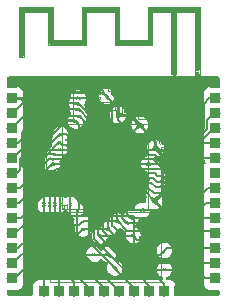
<source format=gbr>
%TF.GenerationSoftware,KiCad,Pcbnew,8.0.7*%
%TF.CreationDate,2025-03-21T18:13:10+05:30*%
%TF.ProjectId,ESP32,45535033-322e-46b6-9963-61645f706362,rev?*%
%TF.SameCoordinates,Original*%
%TF.FileFunction,Legend,Bot*%
%TF.FilePolarity,Positive*%
%FSLAX46Y46*%
G04 Gerber Fmt 4.6, Leading zero omitted, Abs format (unit mm)*
G04 Created by KiCad (PCBNEW 8.0.7) date 2025-03-21 18:13:10*
%MOMM*%
%LPD*%
G01*
G04 APERTURE LIST*
G04 Aperture macros list*
%AMRoundRect*
0 Rectangle with rounded corners*
0 $1 Rounding radius*
0 $2 $3 $4 $5 $6 $7 $8 $9 X,Y pos of 4 corners*
0 Add a 4 corners polygon primitive as box body*
4,1,4,$2,$3,$4,$5,$6,$7,$8,$9,$2,$3,0*
0 Add four circle primitives for the rounded corners*
1,1,$1+$1,$2,$3*
1,1,$1+$1,$4,$5*
1,1,$1+$1,$6,$7*
1,1,$1+$1,$8,$9*
0 Add four rect primitives between the rounded corners*
20,1,$1+$1,$2,$3,$4,$5,0*
20,1,$1+$1,$4,$5,$6,$7,0*
20,1,$1+$1,$6,$7,$8,$9,0*
20,1,$1+$1,$8,$9,$2,$3,0*%
%AMRotRect*
0 Rectangle, with rotation*
0 The origin of the aperture is its center*
0 $1 length*
0 $2 width*
0 $3 Rotation angle, in degrees counterclockwise*
0 Add horizontal line*
21,1,$1,$2,0,0,$3*%
G04 Aperture macros list end*
%TA.AperFunction,CastellatedPad*%
%ADD10R,0.850000X0.900000*%
%TD*%
%TA.AperFunction,CastellatedPad*%
%ADD11R,0.900000X0.850000*%
%TD*%
%TA.AperFunction,ViaPad*%
%ADD12C,0.300000*%
%TD*%
%TA.AperFunction,ViaPad*%
%ADD13C,0.400000*%
%TD*%
%TA.AperFunction,Conductor*%
%ADD14C,0.203200*%
%TD*%
%TA.AperFunction,Conductor*%
%ADD15C,0.170000*%
%TD*%
%ADD16R,0.850000X0.900000*%
%ADD17R,0.900000X0.850000*%
%TA.AperFunction,Conductor*%
%ADD18C,0.254000*%
%TD*%
%TA.AperFunction,Conductor*%
%ADD19C,0.200000*%
%TD*%
%TA.AperFunction,SMDPad,CuDef*%
%ADD20R,0.460000X0.420000*%
%TD*%
%TA.AperFunction,SMDPad,CuDef*%
%ADD21R,0.250000X0.350000*%
%TD*%
%TA.AperFunction,SMDPad,CuDef*%
%ADD22R,0.350000X0.250000*%
%TD*%
%TA.AperFunction,SMDPad,CuDef*%
%ADD23R,0.225000X0.213000*%
%TD*%
%TA.AperFunction,SMDPad,CuDef*%
%ADD24R,0.400000X0.400000*%
%TD*%
%TA.AperFunction,SMDPad,CuDef*%
%ADD25R,0.230000X0.180000*%
%TD*%
%TA.AperFunction,SMDPad,CuDef*%
%ADD26R,0.420000X0.460000*%
%TD*%
%TA.AperFunction,SMDPad,CuDef*%
%ADD27R,1.470000X0.970000*%
%TD*%
%TA.AperFunction,SMDPad,CuDef*%
%ADD28R,0.325000X0.325000*%
%TD*%
%TA.AperFunction,SMDPad,CuDef*%
%ADD29R,0.875000X0.775000*%
%TD*%
%TA.AperFunction,SMDPad,CuDef*%
%ADD30R,1.000000X0.950000*%
%TD*%
%TA.AperFunction,SMDPad,CuDef*%
%ADD31R,1.650000X0.650000*%
%TD*%
%TA.AperFunction,SMDPad,CuDef*%
%ADD32R,0.285000X0.260000*%
%TD*%
%TA.AperFunction,SMDPad,CuDef*%
%ADD33R,0.200000X0.850000*%
%TD*%
%TA.AperFunction,SMDPad,CuDef*%
%ADD34R,0.850000X0.200000*%
%TD*%
%TA.AperFunction,SMDPad,CuDef*%
%ADD35R,4.350000X4.350000*%
%TD*%
%TA.AperFunction,SMDPad,CuDef*%
%ADD36RotRect,0.420000X0.460000X315.000000*%
%TD*%
%TA.AperFunction,Conductor*%
%ADD37C,0.400000*%
%TD*%
%ADD38R,0.460000X0.420000*%
%ADD39R,0.250000X0.350000*%
%ADD40R,0.350000X0.250000*%
%ADD41R,0.225000X0.213000*%
%ADD42R,0.400000X0.400000*%
%ADD43R,0.230000X0.180000*%
%ADD44R,0.420000X0.460000*%
%ADD45R,1.470000X0.970000*%
%ADD46RoundRect,0.003000X-0.162500X0.162500X-0.162500X-0.162500X0.162500X-0.162500X0.162500X0.162500X0*%
%ADD47R,0.875000X0.775000*%
%ADD48R,1.000000X0.950000*%
%ADD49R,1.650000X0.650000*%
%ADD50R,0.285000X0.260000*%
%ADD51R,0.200000X0.850000*%
%ADD52R,0.850000X0.200000*%
%ADD53R,4.350000X4.350000*%
%ADD54RotRect,0.420000X0.460000X315.000000*%
%ADD55C,0.050000*%
%ADD56R,0.325000X0.325000*%
%ADD57C,0.075000*%
%ADD58C,0.100000*%
%ADD59C,0.200000*%
%ADD60C,0.010000*%
%ADD61C,0.020000*%
G04 APERTURE END LIST*
D10*
%TO.P,a1,1,c*%
%TO.N,GND*%
X113900000Y-78340000D03*
%TO.P,a1,2,c*%
%TO.N,VDD33*%
X113900000Y-79610000D03*
%TO.P,a1,3,c*%
%TO.N,/SENSOR_VP*%
X113900000Y-80880000D03*
%TO.P,a1,4,c*%
%TO.N,/SENSOR_VN*%
X113900000Y-82150000D03*
%TO.P,a1,5,c*%
%TO.N,/CHIP_PU*%
X113900000Y-83420000D03*
%TO.P,a1,6,c*%
%TO.N,/GPIO34*%
X113900000Y-84690000D03*
%TO.P,a1,7,c*%
%TO.N,/GPIO35*%
X113900000Y-85960000D03*
%TO.P,a1,8,c*%
%TO.N,/GPIO32*%
X113900000Y-87230000D03*
%TO.P,a1,9,c*%
%TO.N,/GPIO33*%
X113900000Y-88500000D03*
%TO.P,a1,10,c*%
%TO.N,/GPIO25*%
X113900000Y-89770000D03*
%TO.P,a1,11,c*%
%TO.N,/GPIO26*%
X113900000Y-91040000D03*
%TO.P,a1,12,c*%
%TO.N,/GPIO27*%
X113900000Y-92310000D03*
%TO.P,a1,13,c*%
%TO.N,/GPIO14*%
X113900000Y-93580000D03*
%TO.P,a1,14,c*%
%TO.N,/GPIO12*%
X113900000Y-94850000D03*
%TD*%
D11*
%TO.P,a2,1,c*%
%TO.N,/GPIO13*%
X116630000Y-95900000D03*
%TO.P,a2,2,c*%
%TO.N,/GPIO15*%
X117900000Y-95900000D03*
%TO.P,a2,3,c*%
%TO.N,/GPIO2*%
X119170000Y-95900000D03*
%TO.P,a2,4,c*%
%TO.N,/GPIO0*%
X120440000Y-95900000D03*
%TO.P,a2,5,c*%
%TO.N,/GPIO04*%
X121710000Y-95900000D03*
%TO.P,a2,6,c*%
%TO.N,/GPIO16*%
X122980000Y-95900000D03*
%TO.P,a2,7,c*%
%TO.N,/GPIO17*%
X124250000Y-95900000D03*
%TO.P,a2,8,c*%
%TO.N,/SHD{slash}SD2*%
X125520000Y-95900000D03*
%TO.P,a2,9,c*%
%TO.N,/SWP{slash}SD3*%
X126790000Y-95900000D03*
%TO.P,a2,10,c*%
%TO.N,GND*%
X128060000Y-95900000D03*
%TD*%
D10*
%TO.P,a3,1,c*%
%TO.N,/SCS{slash}CMD*%
X131100000Y-94860000D03*
%TO.P,a3,2,c*%
%TO.N,/SCK{slash}CLK*%
X131100000Y-93590000D03*
%TO.P,a3,3,c*%
%TO.N,/SDO{slash}SD0*%
X131100000Y-92320000D03*
%TO.P,a3,4,c*%
%TO.N,/SDI{slash}SD1*%
X131100000Y-91050000D03*
%TO.P,a3,5,c*%
%TO.N,/GPIO5*%
X131100000Y-89780000D03*
%TO.P,a3,6,c*%
%TO.N,/GPIO18*%
X131100000Y-88510000D03*
%TO.P,a3,7,c*%
%TO.N,/GPIO23*%
X131100000Y-87240000D03*
%TO.P,a3,8,c*%
%TO.N,unconnected-(a3-c-Pad8)*%
X131100000Y-85970000D03*
%TO.P,a3,9,c*%
%TO.N,/GPIO19*%
X131100000Y-84700000D03*
%TO.P,a3,10,c*%
%TO.N,/GPIO22*%
X131100000Y-83430000D03*
%TO.P,a3,11,c*%
%TO.N,/U0RXD*%
X131100000Y-82160000D03*
%TO.P,a3,12,c*%
%TO.N,/U0TXD*%
X131100000Y-80890000D03*
%TO.P,a3,13,c*%
%TO.N,/GPIO21*%
X131100000Y-79620000D03*
%TO.P,a3,14,c*%
%TO.N,GND*%
X131100000Y-78350000D03*
%TD*%
D12*
%TO.N,GND*%
X129100000Y-78300000D03*
D13*
X120900000Y-84300000D03*
D12*
X118800000Y-78000000D03*
X124400000Y-78000000D03*
X129700000Y-95700000D03*
X129100000Y-91900000D03*
X128700000Y-92800000D03*
D13*
X123600000Y-85100000D03*
D12*
X128100000Y-82300000D03*
X129700000Y-80700000D03*
X116000000Y-94000000D03*
D13*
X120000000Y-83500000D03*
D12*
X126800000Y-78000000D03*
X129300000Y-82200000D03*
D13*
X121900000Y-85100000D03*
X129900000Y-78325000D03*
D12*
X128500000Y-94500000D03*
X128500000Y-91900000D03*
D13*
X121900000Y-83500000D03*
D12*
X126600000Y-80000000D03*
X122000000Y-78000000D03*
D13*
X116907053Y-81057053D03*
X123486000Y-79900000D03*
D12*
X129100000Y-79500000D03*
D13*
X123600000Y-83500000D03*
X121900000Y-85800000D03*
D12*
X125700000Y-81700000D03*
D13*
X122700000Y-87200000D03*
X122700000Y-83500000D03*
D12*
X129700000Y-80100000D03*
X128500000Y-91300000D03*
D13*
X120900000Y-87200000D03*
D12*
X128500000Y-78900000D03*
X127500000Y-92800000D03*
D13*
X122700000Y-85800000D03*
D12*
X128500000Y-79500000D03*
X122800000Y-78000000D03*
D13*
X123600000Y-84300000D03*
D12*
X126500000Y-81200000D03*
X127900000Y-91900000D03*
X129100000Y-78900000D03*
D13*
X122700000Y-85100000D03*
D12*
X127000000Y-81400000D03*
D13*
X120000000Y-85100000D03*
D12*
X123900000Y-79500000D03*
D13*
X120900000Y-83500000D03*
D12*
X126000000Y-78000000D03*
X129100000Y-80100000D03*
X128500000Y-80100000D03*
D13*
X121900000Y-87200000D03*
D12*
X115300000Y-95500000D03*
X129700000Y-79500000D03*
D13*
X123600000Y-85800000D03*
D12*
X127900000Y-91300000D03*
D13*
X120900000Y-86500000D03*
D12*
X128500000Y-78300000D03*
X129700000Y-81700000D03*
X115800000Y-78000000D03*
X119600000Y-78000000D03*
X125200000Y-78000000D03*
X129900000Y-92800000D03*
X129300000Y-92800000D03*
X116000000Y-94500000D03*
X116000000Y-95000000D03*
D13*
X120000000Y-85800000D03*
X122700000Y-84300000D03*
X122700000Y-86500000D03*
X128175001Y-86020182D03*
D12*
X128100000Y-92800000D03*
X127200000Y-80000000D03*
X121200000Y-78000000D03*
X123500000Y-79200000D03*
X127900000Y-95100000D03*
X127900000Y-94500000D03*
X123900000Y-78900000D03*
D13*
X123600000Y-86500000D03*
D12*
X123600000Y-78000000D03*
D13*
X116690000Y-78540000D03*
D12*
X129100000Y-95700000D03*
X116600000Y-78000000D03*
X128500000Y-95100000D03*
D13*
X123600000Y-87200000D03*
X121900000Y-86500000D03*
D12*
X129700000Y-91900000D03*
X117400000Y-78000000D03*
D13*
X129590000Y-77570000D03*
D12*
X115300000Y-95000000D03*
D13*
X120900000Y-85100000D03*
X120000000Y-86500000D03*
D12*
X128300000Y-81200000D03*
D13*
X121900000Y-84300000D03*
D12*
X115300000Y-94500000D03*
D13*
X120900000Y-85800000D03*
D12*
X128100000Y-82900000D03*
X129100000Y-95100000D03*
X129700000Y-91300000D03*
D13*
X120000000Y-87200000D03*
D12*
X129100000Y-91300000D03*
X120400000Y-78000000D03*
X115000000Y-78000000D03*
X129700000Y-95100000D03*
X129100000Y-94500000D03*
X129700000Y-78900000D03*
D13*
X120000000Y-84300000D03*
D12*
%TO.N,VDD33*%
X125470000Y-85170000D03*
D13*
X126050000Y-83840000D03*
X124720000Y-81850000D03*
X122870000Y-81010000D03*
X125950000Y-88280000D03*
D12*
%TO.N,/SENSOR_VP*%
X121920000Y-79440000D03*
%TO.N,/SENSOR_VN*%
X119500000Y-79590000D03*
%TO.N,/SDO{slash}SD0*%
X126800000Y-92500000D03*
%TO.N,/SWP{slash}SD3*%
X124160000Y-91230000D03*
X121320001Y-91259999D03*
%TO.N,/SCS{slash}CMD*%
X126810000Y-94105000D03*
%TO.N,/SCK{slash}CLK*%
X122070000Y-90680000D03*
X119900000Y-90680000D03*
%TO.N,/SHD{slash}SD2*%
X120800000Y-92835000D03*
X122080000Y-92820000D03*
%TO.N,/SDI{slash}SD1*%
X122835000Y-90000000D03*
X119804665Y-90104665D03*
%TO.N,/U0RXD*%
X126188000Y-86690000D03*
%TO.N,/GPIO25*%
X117900000Y-83300000D03*
%TO.N,/GPIO33*%
X118002237Y-82647763D03*
%TO.N,/GPIO2*%
X117540003Y-88600000D03*
%TO.N,/GPIO13*%
X116620000Y-88600000D03*
%TO.N,/GPIO12*%
X117300177Y-85177468D03*
%TO.N,/GPIO35*%
X119581506Y-81142559D03*
%TO.N,/GPIO22*%
X126056163Y-87120257D03*
%TO.N,/GPIO21*%
X125975506Y-85569979D03*
%TO.N,/GPIO15*%
X117090000Y-88600000D03*
%TO.N,/GPIO18*%
X123970000Y-89760000D03*
%TO.N,/GPIO19*%
X125920000Y-87640000D03*
%TO.N,/GPIO14*%
X117289486Y-84727592D03*
%TO.N,/GPIO32*%
X119300000Y-81527559D03*
%TO.N,/GPIO27*%
X117505858Y-84333022D03*
%TO.N,/GPIO17*%
X122617408Y-93972592D03*
%TO.N,/GPIO23*%
X124920000Y-89080000D03*
%TO.N,/GPIO5*%
X123600000Y-90160000D03*
%TO.N,/GPIO0*%
X117990006Y-88600000D03*
%TO.N,/GPIO26*%
X117900000Y-83970000D03*
%TO.N,/GPIO34*%
X119466489Y-80533511D03*
%TO.N,/GPIO16*%
X119430000Y-89140000D03*
%TO.N,/U0TXD*%
X126188000Y-86145529D03*
%TO.N,/GPIO04*%
X118850000Y-88600000D03*
%TO.N,/CHIP_PU*%
X119395591Y-80027722D03*
%TD*%
D14*
%TO.N,GND*%
X129715000Y-77695000D02*
X129590000Y-77570000D01*
D15*
%TO.N,/SENSOR_VP*%
X121635000Y-79155000D02*
X115715000Y-79155000D01*
X113990000Y-80880000D02*
X113470000Y-80880000D01*
X121920000Y-79440000D02*
X121635000Y-79155000D01*
X115715000Y-79155000D02*
X113990000Y-80880000D01*
%TO.N,/SENSOR_VN*%
X119490000Y-79580000D02*
X116500000Y-79580000D01*
X119500000Y-79590000D02*
X119490000Y-79580000D01*
X113930000Y-82150000D02*
X113470000Y-82150000D01*
X116500000Y-79580000D02*
X113930000Y-82150000D01*
%TO.N,/SDO{slash}SD0*%
X131510000Y-92300000D02*
X131515000Y-92305000D01*
X126800000Y-92500000D02*
X127000000Y-92300000D01*
X127000000Y-92300000D02*
X131510000Y-92300000D01*
%TO.N,/SWP{slash}SD3*%
X126790000Y-95350000D02*
X126790000Y-96320000D01*
X125890000Y-94450000D02*
X126790000Y-95350000D01*
X124460000Y-94450000D02*
X125890000Y-94450000D01*
X121320001Y-91259999D02*
X121320001Y-91310001D01*
X121320001Y-91310001D02*
X124460000Y-94450000D01*
%TO.N,/SCS{slash}CMD*%
X129475000Y-94105000D02*
X130215000Y-94845000D01*
X126810000Y-94105000D02*
X129475000Y-94105000D01*
X130215000Y-94845000D02*
X131515000Y-94845000D01*
%TO.N,/SCK{slash}CLK*%
X124965000Y-93575000D02*
X131515000Y-93575000D01*
X122070000Y-90680000D02*
X124965000Y-93575000D01*
X119900000Y-90680000D02*
X122070000Y-90680000D01*
%TO.N,/SHD{slash}SD2*%
X124080000Y-94820000D02*
X124870000Y-94820000D01*
X122065000Y-92835000D02*
X122080000Y-92820000D01*
X122080000Y-92820000D02*
X124080000Y-94820000D01*
X124870000Y-94820000D02*
X125520000Y-95470000D01*
X125520000Y-95470000D02*
X125520000Y-96320000D01*
X120800000Y-92835000D02*
X122065000Y-92835000D01*
%TO.N,/SDI{slash}SD1*%
X131290000Y-90810000D02*
X131515000Y-91035000D01*
X122835000Y-90010183D02*
X123634817Y-90810000D01*
X122835000Y-90000000D02*
X122835000Y-90010183D01*
X119909330Y-90000000D02*
X122835000Y-90000000D01*
X123634817Y-90810000D02*
X131290000Y-90810000D01*
X119804665Y-90104665D02*
X119909330Y-90000000D01*
%TO.N,/U0RXD*%
X130977269Y-82145000D02*
X131515000Y-82145000D01*
X126188000Y-86690000D02*
X126432269Y-86690000D01*
X126432269Y-86690000D02*
X130977269Y-82145000D01*
%TO.N,/GPIO25*%
X116570000Y-84624817D02*
X116570000Y-87830000D01*
X117894817Y-83300000D02*
X116570000Y-84624817D01*
X117900000Y-83300000D02*
X117894817Y-83300000D01*
X116570000Y-87830000D02*
X114630000Y-89770000D01*
X114630000Y-89770000D02*
X113470000Y-89770000D01*
%TO.N,/GPIO33*%
X115490000Y-87510000D02*
X114500000Y-88500000D01*
X114500000Y-88500000D02*
X113470000Y-88500000D01*
X115490000Y-85160000D02*
X115490000Y-87510000D01*
X118002237Y-82647763D02*
X115490000Y-85160000D01*
%TO.N,/GPIO2*%
X119170000Y-95180000D02*
X119170000Y-96320000D01*
X117540000Y-88600003D02*
X117540000Y-93550000D01*
X117540000Y-93550000D02*
X119170000Y-95180000D01*
X117540003Y-88600000D02*
X117540000Y-88600003D01*
%TO.N,/GPIO13*%
X116600000Y-88620000D02*
X116600000Y-96290000D01*
X116620000Y-88600000D02*
X116600000Y-88620000D01*
X116600000Y-96290000D02*
X116630000Y-96320000D01*
%TO.N,/GPIO35*%
X118177441Y-81142559D02*
X114600000Y-84720000D01*
X114600000Y-85700000D02*
X114340000Y-85960000D01*
X114600000Y-84720000D02*
X114600000Y-85700000D01*
X119581506Y-81142559D02*
X118177441Y-81142559D01*
X114340000Y-85960000D02*
X113470000Y-85960000D01*
%TO.N,/GPIO22*%
X126056163Y-87120257D02*
X126454560Y-87120257D01*
X126454560Y-87120257D02*
X130159817Y-83415000D01*
X130159817Y-83415000D02*
X131515000Y-83415000D01*
%TO.N,/GPIO21*%
X126647194Y-85569979D02*
X130120000Y-82097173D01*
X130120000Y-80080000D02*
X130580000Y-79620000D01*
X130580000Y-79620000D02*
X131520000Y-79620000D01*
X130120000Y-82097173D02*
X130120000Y-80080000D01*
X125975506Y-85569979D02*
X126647194Y-85569979D01*
%TO.N,/GPIO15*%
X117090000Y-89320183D02*
X117100000Y-89330183D01*
X117090000Y-88600000D02*
X117090000Y-89320183D01*
X117900000Y-94530000D02*
X117900000Y-96320000D01*
X117100000Y-93730000D02*
X117900000Y-94530000D01*
X117100000Y-89330183D02*
X117100000Y-93730000D01*
%TO.N,/GPIO18*%
X123970000Y-89760000D02*
X129040000Y-89760000D01*
X129040000Y-89760000D02*
X130305000Y-88495000D01*
X130305000Y-88495000D02*
X131515000Y-88495000D01*
%TO.N,/GPIO19*%
X128610001Y-86200365D02*
X128610001Y-86189999D01*
X127170366Y-87640000D02*
X128610001Y-86200365D01*
X128610001Y-86189999D02*
X130115000Y-84685000D01*
X130115000Y-84685000D02*
X131515000Y-84685000D01*
X125920000Y-87640000D02*
X127170366Y-87640000D01*
%TO.N,/GPIO32*%
X114570000Y-87230000D02*
X113470000Y-87230000D01*
X115120000Y-86680000D02*
X114570000Y-87230000D01*
X119300000Y-81527559D02*
X118432441Y-81527559D01*
X118432441Y-81527559D02*
X115120000Y-84840000D01*
X115120000Y-84840000D02*
X115120000Y-86680000D01*
%TO.N,/GPIO17*%
X122617408Y-94017408D02*
X124250000Y-95650000D01*
X124250000Y-95650000D02*
X124250000Y-96320000D01*
X122617408Y-93972592D02*
X122617408Y-94017408D01*
%TO.N,/GPIO23*%
X130515000Y-87225000D02*
X131515000Y-87225000D01*
X124930000Y-89070000D02*
X128670000Y-89070000D01*
X124920000Y-89080000D02*
X124930000Y-89070000D01*
X128670000Y-89070000D02*
X130515000Y-87225000D01*
%TO.N,/GPIO5*%
X123635000Y-90195000D02*
X129128260Y-90195000D01*
X129553260Y-89770000D02*
X131510000Y-89770000D01*
X129128260Y-90195000D02*
X129553260Y-89770000D01*
X123600000Y-90160000D02*
X123635000Y-90195000D01*
X131510000Y-89770000D02*
X131515000Y-89765000D01*
%TO.N,/GPIO0*%
X117960000Y-88630006D02*
X117960000Y-93200000D01*
X117990006Y-88600000D02*
X117960000Y-88630006D01*
X120440000Y-95680000D02*
X120440000Y-96320000D01*
X117960000Y-93200000D02*
X120440000Y-95680000D01*
%TO.N,/GPIO34*%
X118116489Y-80533511D02*
X113960000Y-84690000D01*
X113960000Y-84690000D02*
X113470000Y-84690000D01*
X119466489Y-80533511D02*
X118116489Y-80533511D01*
%TO.N,/GPIO16*%
X122980000Y-95880000D02*
X122980000Y-96320000D01*
X119430000Y-89140000D02*
X119380000Y-89190000D01*
X119380000Y-92280000D02*
X122980000Y-95880000D01*
X119380000Y-89190000D02*
X119380000Y-92280000D01*
%TO.N,/U0TXD*%
X130440000Y-81475000D02*
X131040000Y-80875000D01*
X131040000Y-80875000D02*
X131515000Y-80875000D01*
X126524192Y-86145529D02*
X130440000Y-82229721D01*
X130440000Y-82229721D02*
X130440000Y-81475000D01*
X126188000Y-86145529D02*
X126524192Y-86145529D01*
%TO.N,/GPIO04*%
X118850000Y-92770000D02*
X121710000Y-95630000D01*
X118850000Y-88600000D02*
X118850000Y-92770000D01*
X121710000Y-95630000D02*
X121710000Y-96320000D01*
%TO.N,/CHIP_PU*%
X116472053Y-81327947D02*
X114380000Y-83420000D01*
X117072278Y-80027722D02*
X116472053Y-80627947D01*
X119395591Y-80027722D02*
X117072278Y-80027722D01*
X114380000Y-83420000D02*
X113470000Y-83420000D01*
X116472053Y-80627947D02*
X116472053Y-81327947D01*
%TD*%
%TA.AperFunction,Conductor*%
%TO.N,GND*%
G36*
X115933834Y-89396702D02*
G01*
X115989767Y-89438574D01*
X116014184Y-89504038D01*
X116014500Y-89512884D01*
X116014500Y-94916452D01*
X115994815Y-94983491D01*
X115945199Y-95026482D01*
X115945456Y-95026952D01*
X115943299Y-95028129D01*
X115942011Y-95029246D01*
X115938877Y-95030544D01*
X115937672Y-95031202D01*
X115937669Y-95031203D01*
X115937669Y-95031204D01*
X115822454Y-95117454D01*
X115822453Y-95117455D01*
X115822452Y-95117456D01*
X115736206Y-95232664D01*
X115736202Y-95232671D01*
X115685908Y-95367517D01*
X115681612Y-95407482D01*
X115679500Y-95427127D01*
X115679500Y-95882987D01*
X115679501Y-96176000D01*
X115659817Y-96243039D01*
X115607013Y-96288794D01*
X115555501Y-96300000D01*
X113624000Y-96300000D01*
X113556961Y-96280315D01*
X113511206Y-96227511D01*
X113500000Y-96176000D01*
X113500000Y-95924499D01*
X113519685Y-95857460D01*
X113572489Y-95811705D01*
X113623996Y-95800499D01*
X114372872Y-95800499D01*
X114432483Y-95794091D01*
X114567331Y-95743796D01*
X114682546Y-95657546D01*
X114768796Y-95542331D01*
X114819091Y-95407483D01*
X114825500Y-95347873D01*
X114825499Y-94352128D01*
X114819091Y-94292517D01*
X114806340Y-94258332D01*
X114801357Y-94188642D01*
X114806338Y-94171672D01*
X114819091Y-94137483D01*
X114825500Y-94077873D01*
X114825499Y-93082128D01*
X114819091Y-93022517D01*
X114806340Y-92988332D01*
X114801357Y-92918642D01*
X114806338Y-92901672D01*
X114819091Y-92867483D01*
X114825500Y-92807873D01*
X114825499Y-91812128D01*
X114819091Y-91752517D01*
X114806340Y-91718332D01*
X114801357Y-91648642D01*
X114806338Y-91631672D01*
X114819091Y-91597483D01*
X114825500Y-91537873D01*
X114825499Y-90542128D01*
X114819091Y-90482517D01*
X114811058Y-90460981D01*
X114806073Y-90391292D01*
X114839557Y-90329969D01*
X114865237Y-90310262D01*
X114989505Y-90238517D01*
X115802819Y-89425203D01*
X115864142Y-89391718D01*
X115933834Y-89396702D01*
G37*
%TD.AperFunction*%
%TA.AperFunction,Conductor*%
G36*
X129248155Y-94710185D02*
G01*
X129268797Y-94726819D01*
X129855495Y-95313517D01*
X129989005Y-95390599D01*
X130014979Y-95397557D01*
X130014982Y-95397559D01*
X130014983Y-95397559D01*
X130054859Y-95408243D01*
X130129329Y-95428198D01*
X130188988Y-95464563D01*
X130213416Y-95504640D01*
X130231202Y-95552328D01*
X130231206Y-95552335D01*
X130317452Y-95667544D01*
X130317455Y-95667547D01*
X130432664Y-95753793D01*
X130432671Y-95753797D01*
X130567517Y-95804091D01*
X130567516Y-95804091D01*
X130574444Y-95804835D01*
X130627127Y-95810500D01*
X131375013Y-95810499D01*
X131442052Y-95830183D01*
X131487807Y-95882987D01*
X131499013Y-95934164D01*
X131499665Y-96175665D01*
X131480161Y-96242758D01*
X131427481Y-96288655D01*
X131375665Y-96300000D01*
X127864500Y-96300000D01*
X127797461Y-96280315D01*
X127751706Y-96227511D01*
X127740500Y-96176000D01*
X127740499Y-95427129D01*
X127740498Y-95427123D01*
X127740497Y-95427116D01*
X127734091Y-95367517D01*
X127726764Y-95347873D01*
X127683797Y-95232671D01*
X127683793Y-95232664D01*
X127597547Y-95117455D01*
X127597544Y-95117452D01*
X127482335Y-95031206D01*
X127482328Y-95031202D01*
X127347482Y-94980908D01*
X127347483Y-94980908D01*
X127287873Y-94974499D01*
X127287373Y-94974473D01*
X127287263Y-94974434D01*
X127284572Y-94974145D01*
X127284640Y-94973508D01*
X127221488Y-94951214D01*
X127206355Y-94938333D01*
X127170203Y-94902181D01*
X127136718Y-94840858D01*
X127141702Y-94771166D01*
X127183574Y-94715233D01*
X127249038Y-94690816D01*
X127257884Y-94690500D01*
X129181116Y-94690500D01*
X129248155Y-94710185D01*
G37*
%TD.AperFunction*%
%TA.AperFunction,Conductor*%
G36*
X130117540Y-91415185D02*
G01*
X130163295Y-91467989D01*
X130174501Y-91519500D01*
X130174501Y-91547871D01*
X130177659Y-91577245D01*
X130165253Y-91646005D01*
X130117642Y-91697142D01*
X130054369Y-91714500D01*
X126922917Y-91714500D01*
X126799983Y-91747440D01*
X126799982Y-91747439D01*
X126774009Y-91754399D01*
X126774002Y-91754402D01*
X126640499Y-91831480D01*
X126640490Y-91831486D01*
X126628908Y-91843068D01*
X126599583Y-91864795D01*
X126514037Y-91910416D01*
X126489681Y-91924285D01*
X126489675Y-91924289D01*
X126486293Y-91927070D01*
X126465182Y-91941074D01*
X126427764Y-91960714D01*
X126427757Y-91960719D01*
X126309516Y-92065471D01*
X126219781Y-92195475D01*
X126219780Y-92195476D01*
X126163762Y-92343181D01*
X126144722Y-92499999D01*
X126144722Y-92500000D01*
X126163762Y-92656818D01*
X126219781Y-92804526D01*
X126221542Y-92807881D01*
X126222088Y-92810608D01*
X126222440Y-92811536D01*
X126222285Y-92811594D01*
X126235263Y-92876390D01*
X126209767Y-92941442D01*
X126153149Y-92982382D01*
X126111742Y-92989500D01*
X125258884Y-92989500D01*
X125191845Y-92969815D01*
X125171203Y-92953181D01*
X124281760Y-92063738D01*
X124248275Y-92002415D01*
X124253259Y-91932723D01*
X124295131Y-91876790D01*
X124339767Y-91855660D01*
X124392365Y-91842696D01*
X124413537Y-91831584D01*
X124532240Y-91769283D01*
X124650483Y-91664530D01*
X124740220Y-91534523D01*
X124762593Y-91475528D01*
X124804771Y-91419826D01*
X124870368Y-91395769D01*
X124878535Y-91395500D01*
X130050501Y-91395500D01*
X130117540Y-91415185D01*
G37*
%TD.AperFunction*%
%TA.AperFunction,Conductor*%
G36*
X131393372Y-77769685D02*
G01*
X131439127Y-77822489D01*
X131450333Y-77873666D01*
X131452142Y-78545166D01*
X131432638Y-78612258D01*
X131379957Y-78658155D01*
X131328142Y-78669500D01*
X130627129Y-78669500D01*
X130627123Y-78669501D01*
X130567516Y-78675908D01*
X130432671Y-78726202D01*
X130432664Y-78726206D01*
X130317455Y-78812452D01*
X130317452Y-78812455D01*
X130231206Y-78927664D01*
X130231202Y-78927671D01*
X130180908Y-79062517D01*
X130174501Y-79122116D01*
X130174500Y-79122135D01*
X130174500Y-79146115D01*
X130154815Y-79213154D01*
X130138181Y-79233796D01*
X129651484Y-79720493D01*
X129574400Y-79854005D01*
X129568634Y-79875528D01*
X129568634Y-79875530D01*
X129536007Y-79997295D01*
X129534500Y-80002918D01*
X129534500Y-81803289D01*
X129514815Y-81870328D01*
X129498181Y-81890970D01*
X126440991Y-84948160D01*
X126379668Y-84981645D01*
X126353310Y-84984479D01*
X126290251Y-84984479D01*
X126232625Y-84970275D01*
X126220437Y-84963878D01*
X126207870Y-84957282D01*
X126135560Y-84939460D01*
X126075179Y-84904304D01*
X126054676Y-84871611D01*
X126053707Y-84872120D01*
X126050221Y-84865479D01*
X126050218Y-84865475D01*
X125960483Y-84735470D01*
X125960482Y-84735469D01*
X125960117Y-84734940D01*
X125938234Y-84668585D01*
X125955699Y-84600934D01*
X126006967Y-84553464D01*
X126062167Y-84540500D01*
X126135056Y-84540500D01*
X126300225Y-84499790D01*
X126379692Y-84458081D01*
X126450849Y-84420736D01*
X126450850Y-84420734D01*
X126450852Y-84420734D01*
X126578183Y-84307929D01*
X126674818Y-84167930D01*
X126735140Y-84008872D01*
X126755645Y-83840000D01*
X126735140Y-83671128D01*
X126674818Y-83512070D01*
X126662288Y-83493918D01*
X126636679Y-83456817D01*
X126578183Y-83372071D01*
X126450852Y-83259266D01*
X126450849Y-83259263D01*
X126300226Y-83180210D01*
X126135056Y-83139500D01*
X125964944Y-83139500D01*
X125799773Y-83180210D01*
X125649150Y-83259263D01*
X125521816Y-83372072D01*
X125425182Y-83512068D01*
X125364860Y-83671125D01*
X125364859Y-83671130D01*
X125344355Y-83840000D01*
X125364859Y-84008869D01*
X125364860Y-84008874D01*
X125425182Y-84167931D01*
X125521818Y-84307931D01*
X125526551Y-84313273D01*
X125556273Y-84376505D01*
X125547090Y-84445769D01*
X125501918Y-84499073D01*
X125435098Y-84519493D01*
X125433736Y-84519500D01*
X125391014Y-84519500D01*
X125237634Y-84557303D01*
X125097762Y-84630715D01*
X124979516Y-84735471D01*
X124889781Y-84865475D01*
X124889780Y-84865476D01*
X124833762Y-85013181D01*
X124814722Y-85169999D01*
X124814722Y-85170000D01*
X124833762Y-85326818D01*
X124880965Y-85451280D01*
X124889780Y-85474523D01*
X124979517Y-85604530D01*
X125097760Y-85709283D01*
X125237635Y-85782696D01*
X125309944Y-85800517D01*
X125370324Y-85835672D01*
X125390834Y-85868370D01*
X125391802Y-85867863D01*
X125395287Y-85874503D01*
X125485023Y-86004510D01*
X125494834Y-86013201D01*
X125531961Y-86072390D01*
X125535704Y-86120960D01*
X125532722Y-86145525D01*
X125532722Y-86145529D01*
X125551762Y-86302343D01*
X125551764Y-86302352D01*
X125578858Y-86373794D01*
X125584225Y-86443458D01*
X125578859Y-86461733D01*
X125551763Y-86533180D01*
X125551762Y-86533185D01*
X125532722Y-86689999D01*
X125532722Y-86694834D01*
X125513037Y-86761873D01*
X125510773Y-86765273D01*
X125475943Y-86815733D01*
X125419926Y-86963438D01*
X125400885Y-87120257D01*
X125408298Y-87181315D01*
X125396837Y-87250238D01*
X125387253Y-87266699D01*
X125339780Y-87335476D01*
X125283762Y-87483181D01*
X125264722Y-87639999D01*
X125264722Y-87640000D01*
X125283762Y-87796814D01*
X125283764Y-87796823D01*
X125317235Y-87885080D01*
X125322602Y-87954743D01*
X125317236Y-87973020D01*
X125264859Y-88111129D01*
X125264859Y-88111130D01*
X125244355Y-88280000D01*
X125244355Y-88280003D01*
X125248337Y-88312803D01*
X125236876Y-88381726D01*
X125189971Y-88433511D01*
X125122515Y-88451717D01*
X125102737Y-88449688D01*
X125052883Y-88440487D01*
X125025463Y-88435427D01*
X125025459Y-88435426D01*
X125022780Y-88434932D01*
X125022790Y-88434873D01*
X125013652Y-88433115D01*
X124998986Y-88429500D01*
X124998985Y-88429500D01*
X124989525Y-88429500D01*
X124982423Y-88429164D01*
X124982420Y-88429234D01*
X124979396Y-88429095D01*
X124979388Y-88429095D01*
X124979379Y-88429095D01*
X124873912Y-88429408D01*
X124872434Y-88429500D01*
X124841014Y-88429500D01*
X124687634Y-88467303D01*
X124547762Y-88540715D01*
X124429516Y-88645471D01*
X124339781Y-88775475D01*
X124339780Y-88775476D01*
X124283763Y-88923180D01*
X124272058Y-89019579D01*
X124244436Y-89083757D01*
X124186502Y-89122813D01*
X124141756Y-89128422D01*
X124132205Y-89127866D01*
X124109738Y-89124473D01*
X124048987Y-89109500D01*
X124048985Y-89109500D01*
X123891015Y-89109500D01*
X123891014Y-89109500D01*
X123737634Y-89147303D01*
X123597762Y-89220715D01*
X123479518Y-89325469D01*
X123397778Y-89443889D01*
X123343495Y-89487879D01*
X123274046Y-89495538D01*
X123213502Y-89466265D01*
X123207237Y-89460714D01*
X123067365Y-89387303D01*
X122913986Y-89349500D01*
X122913985Y-89349500D01*
X122756015Y-89349500D01*
X122756009Y-89349500D01*
X122689404Y-89365916D01*
X122668980Y-89369174D01*
X122662307Y-89369672D01*
X122659056Y-89369916D01*
X122659053Y-89369916D01*
X122659050Y-89369917D01*
X122470411Y-89411582D01*
X122443668Y-89414500D01*
X120191915Y-89414500D01*
X120124876Y-89394815D01*
X120079121Y-89342011D01*
X120068819Y-89275554D01*
X120085278Y-89140000D01*
X120085278Y-89139999D01*
X120066237Y-88983181D01*
X120021604Y-88865495D01*
X120010220Y-88835477D01*
X119920483Y-88705470D01*
X119802240Y-88600717D01*
X119802238Y-88600716D01*
X119802237Y-88600715D01*
X119662366Y-88527304D01*
X119566458Y-88503665D01*
X119506077Y-88468509D01*
X119480191Y-88427239D01*
X119445038Y-88334550D01*
X119430220Y-88295477D01*
X119340483Y-88165470D01*
X119222240Y-88060717D01*
X119222238Y-88060716D01*
X119222237Y-88060715D01*
X119082365Y-87987303D01*
X118928986Y-87949500D01*
X118928985Y-87949500D01*
X118771015Y-87949500D01*
X118771014Y-87949500D01*
X118617634Y-87987303D01*
X118477629Y-88060785D01*
X118409121Y-88074511D01*
X118362377Y-88060785D01*
X118222371Y-87987303D01*
X118068992Y-87949500D01*
X118068991Y-87949500D01*
X117911021Y-87949500D01*
X117911020Y-87949500D01*
X117794678Y-87978175D01*
X117735329Y-87978175D01*
X117618988Y-87949500D01*
X117461018Y-87949500D01*
X117461017Y-87949500D01*
X117344675Y-87978175D01*
X117285323Y-87978174D01*
X117249822Y-87969423D01*
X117189442Y-87934266D01*
X117157655Y-87872046D01*
X117155500Y-87849027D01*
X117155500Y-85951968D01*
X117175185Y-85884929D01*
X117227989Y-85839174D01*
X117279500Y-85827968D01*
X117379162Y-85827968D01*
X117532542Y-85790164D01*
X117546771Y-85782696D01*
X117672417Y-85716751D01*
X117790660Y-85611998D01*
X117880397Y-85481991D01*
X117936414Y-85334286D01*
X117955455Y-85177468D01*
X117936414Y-85020650D01*
X117921909Y-84982405D01*
X117916543Y-84912743D01*
X117921911Y-84894462D01*
X117925721Y-84884414D01*
X117925723Y-84884410D01*
X117927441Y-84870255D01*
X117955059Y-84806080D01*
X117968313Y-84792382D01*
X117996339Y-84767554D01*
X117996339Y-84767553D01*
X117996341Y-84767552D01*
X118086078Y-84637545D01*
X118086079Y-84637541D01*
X118089565Y-84630902D01*
X118092252Y-84632312D01*
X118125998Y-84587700D01*
X118142171Y-84577549D01*
X118272240Y-84509283D01*
X118390483Y-84404530D01*
X118480220Y-84274523D01*
X118536237Y-84126818D01*
X118555278Y-83970000D01*
X118536237Y-83813182D01*
X118485336Y-83678968D01*
X118479970Y-83609308D01*
X118485333Y-83591039D01*
X118536237Y-83456818D01*
X118555278Y-83300000D01*
X118536237Y-83143182D01*
X118528979Y-83124046D01*
X118523611Y-83054384D01*
X118542868Y-83009639D01*
X118582457Y-82952286D01*
X118638474Y-82804581D01*
X118657515Y-82647763D01*
X118638474Y-82490945D01*
X118582457Y-82343240D01*
X118582455Y-82343237D01*
X118578970Y-82336596D01*
X118581182Y-82335435D01*
X118563056Y-82280498D01*
X118580511Y-82212844D01*
X118599309Y-82188712D01*
X118638647Y-82149376D01*
X118699971Y-82115892D01*
X118726326Y-82113059D01*
X118908676Y-82113059D01*
X118935419Y-82115977D01*
X119124054Y-82157641D01*
X119132153Y-82159361D01*
X119137780Y-82159688D01*
X119160252Y-82163081D01*
X119221012Y-82178058D01*
X119221013Y-82178059D01*
X119221015Y-82178059D01*
X119378985Y-82178059D01*
X119532365Y-82140255D01*
X119584182Y-82113059D01*
X119672240Y-82066842D01*
X119790483Y-81962089D01*
X119867852Y-81850000D01*
X124014355Y-81850000D01*
X124034859Y-82018869D01*
X124034860Y-82018874D01*
X124095182Y-82177931D01*
X124126925Y-82223918D01*
X124191817Y-82317929D01*
X124260654Y-82378913D01*
X124319150Y-82430736D01*
X124469773Y-82509789D01*
X124469775Y-82509790D01*
X124634944Y-82550500D01*
X124805056Y-82550500D01*
X124970225Y-82509790D01*
X125049692Y-82468081D01*
X125120849Y-82430736D01*
X125120850Y-82430734D01*
X125120852Y-82430734D01*
X125248183Y-82317929D01*
X125344818Y-82177930D01*
X125405140Y-82018872D01*
X125425645Y-81850000D01*
X125405140Y-81681128D01*
X125401520Y-81671584D01*
X125344817Y-81522068D01*
X125291708Y-81445127D01*
X125248183Y-81382071D01*
X125120852Y-81269266D01*
X125120849Y-81269263D01*
X124970226Y-81190210D01*
X124805056Y-81149500D01*
X124634944Y-81149500D01*
X124469773Y-81190210D01*
X124319150Y-81269263D01*
X124191816Y-81382072D01*
X124095182Y-81522068D01*
X124034860Y-81681125D01*
X124034859Y-81681130D01*
X124014355Y-81850000D01*
X119867852Y-81850000D01*
X119880220Y-81832082D01*
X119917987Y-81732495D01*
X119951702Y-81683652D01*
X119953743Y-81681843D01*
X119953746Y-81681842D01*
X120071989Y-81577089D01*
X120161726Y-81447082D01*
X120217743Y-81299377D01*
X120236784Y-81142559D01*
X120231485Y-81098913D01*
X120220689Y-81010000D01*
X122164355Y-81010000D01*
X122184859Y-81178869D01*
X122184860Y-81178874D01*
X122245182Y-81337931D01*
X122275651Y-81382072D01*
X122341817Y-81477929D01*
X122447505Y-81571560D01*
X122469150Y-81590736D01*
X122619773Y-81669789D01*
X122619775Y-81669790D01*
X122784944Y-81710500D01*
X122955056Y-81710500D01*
X123120225Y-81669790D01*
X123199692Y-81628081D01*
X123270849Y-81590736D01*
X123270850Y-81590734D01*
X123270852Y-81590734D01*
X123398183Y-81477929D01*
X123494818Y-81337930D01*
X123555140Y-81178872D01*
X123575645Y-81010000D01*
X123555140Y-80841128D01*
X123553967Y-80838036D01*
X123494817Y-80682068D01*
X123460476Y-80632318D01*
X123398183Y-80542071D01*
X123270852Y-80429266D01*
X123270849Y-80429263D01*
X123120226Y-80350210D01*
X122955056Y-80309500D01*
X122784944Y-80309500D01*
X122619773Y-80350210D01*
X122469150Y-80429263D01*
X122341816Y-80542072D01*
X122245182Y-80682068D01*
X122184860Y-80841125D01*
X122184859Y-80841130D01*
X122164355Y-81010000D01*
X120220689Y-81010000D01*
X120217743Y-80985740D01*
X120162899Y-80841130D01*
X120161726Y-80838036D01*
X120123013Y-80781951D01*
X120101131Y-80715598D01*
X120101968Y-80696565D01*
X120102724Y-80690332D01*
X120102726Y-80690329D01*
X120121767Y-80533511D01*
X120102726Y-80376693D01*
X120092682Y-80350210D01*
X120056574Y-80255000D01*
X120046709Y-80228988D01*
X120046708Y-80228987D01*
X120044049Y-80221975D01*
X120046070Y-80221208D01*
X120034473Y-80163316D01*
X120034898Y-80159252D01*
X120050869Y-80027722D01*
X120047174Y-79997294D01*
X120058634Y-79928371D01*
X120068221Y-79911906D01*
X120080220Y-79894523D01*
X120108282Y-79820528D01*
X120150460Y-79764826D01*
X120216058Y-79740769D01*
X120224224Y-79740500D01*
X121271923Y-79740500D01*
X121338962Y-79760185D01*
X121373972Y-79794059D01*
X121429517Y-79874530D01*
X121547760Y-79979283D01*
X121547762Y-79979284D01*
X121687634Y-80052696D01*
X121841014Y-80090500D01*
X121841015Y-80090500D01*
X121998985Y-80090500D01*
X122152365Y-80052696D01*
X122199950Y-80027721D01*
X122292240Y-79979283D01*
X122410483Y-79874530D01*
X122500220Y-79744523D01*
X122556237Y-79596818D01*
X122575278Y-79440000D01*
X122556237Y-79283182D01*
X122500220Y-79135477D01*
X122410483Y-79005470D01*
X122292240Y-78900717D01*
X122292238Y-78900716D01*
X122292237Y-78900715D01*
X122292236Y-78900714D01*
X122265084Y-78886464D01*
X122244730Y-78872627D01*
X122244679Y-78872696D01*
X122243052Y-78871486D01*
X122241808Y-78870641D01*
X122241126Y-78870053D01*
X122078267Y-78766119D01*
X122057294Y-78749272D01*
X121994507Y-78686485D01*
X121994505Y-78686483D01*
X121860995Y-78609401D01*
X121860994Y-78609400D01*
X121860993Y-78609400D01*
X121860991Y-78609399D01*
X121835017Y-78602440D01*
X121835016Y-78602439D01*
X121835016Y-78602440D01*
X121773549Y-78585970D01*
X121712083Y-78569500D01*
X115637917Y-78569500D01*
X115548570Y-78593440D01*
X115489004Y-78609401D01*
X115489001Y-78609403D01*
X115449342Y-78632299D01*
X115449341Y-78632301D01*
X115355499Y-78686481D01*
X115355492Y-78686485D01*
X115001808Y-79040169D01*
X114940485Y-79073654D01*
X114870793Y-79068670D01*
X114814860Y-79026798D01*
X114797945Y-78995821D01*
X114768797Y-78917671D01*
X114768793Y-78917664D01*
X114682547Y-78802455D01*
X114682544Y-78802452D01*
X114567335Y-78716206D01*
X114567328Y-78716202D01*
X114432482Y-78665908D01*
X114432483Y-78665908D01*
X114372883Y-78659501D01*
X114372881Y-78659500D01*
X114372873Y-78659500D01*
X114372865Y-78659500D01*
X113624000Y-78659500D01*
X113556961Y-78639815D01*
X113511206Y-78587011D01*
X113500000Y-78535500D01*
X113500000Y-77874000D01*
X113519685Y-77806961D01*
X113572489Y-77761206D01*
X113624000Y-77750000D01*
X131326333Y-77750000D01*
X131393372Y-77769685D01*
G37*
%TD.AperFunction*%
%TD*%
%TA.AperFunction,Conductor*%
%TO.N,/SDI{slash}SD1*%
G36*
X122776894Y-89865082D02*
G01*
X122781382Y-89870401D01*
X122834085Y-89995456D01*
X122834140Y-90004411D01*
X122834085Y-90004544D01*
X122781382Y-90129598D01*
X122775011Y-90135891D01*
X122768077Y-90136479D01*
X122544177Y-90087026D01*
X122536837Y-90081895D01*
X122535000Y-90075601D01*
X122535000Y-89924398D01*
X122538427Y-89916125D01*
X122544177Y-89912973D01*
X122768078Y-89863520D01*
X122776894Y-89865082D01*
G37*
%TD.AperFunction*%
%TD*%
%TA.AperFunction,Conductor*%
%TO.N,/GPIO5*%
G36*
X123885455Y-90107149D02*
G01*
X123891993Y-90113268D01*
X123893038Y-90118101D01*
X123893038Y-90269436D01*
X123889611Y-90277709D01*
X123882530Y-90281075D01*
X123612806Y-90308688D01*
X123604226Y-90306122D01*
X123599975Y-90298241D01*
X123599914Y-90297127D01*
X123599729Y-90269436D01*
X123599016Y-90162404D01*
X123599934Y-90157783D01*
X123653034Y-90031783D01*
X123659405Y-90025491D01*
X123667931Y-90025376D01*
X123885455Y-90107149D01*
G37*
%TD.AperFunction*%
%TD*%
%TA.AperFunction,Conductor*%
%TO.N,/SENSOR_VN*%
G36*
X119495027Y-79444402D02*
G01*
X119499899Y-79451916D01*
X119500093Y-79453961D01*
X119500983Y-79587594D01*
X119500065Y-79592216D01*
X119446543Y-79719217D01*
X119440172Y-79725510D01*
X119432772Y-79725985D01*
X119210700Y-79667301D01*
X119203577Y-79661874D01*
X119201989Y-79655989D01*
X119201989Y-79504738D01*
X119205416Y-79496465D01*
X119211564Y-79493232D01*
X119486272Y-79442533D01*
X119495027Y-79444402D01*
G37*
%TD.AperFunction*%
%TD*%
%TA.AperFunction,Conductor*%
%TO.N,/SCK{slash}CLK*%
G36*
X122208507Y-90626327D02*
G01*
X122213826Y-90630815D01*
X122337180Y-90824105D01*
X122338742Y-90832922D01*
X122335590Y-90838672D01*
X122228672Y-90945590D01*
X122220399Y-90949017D01*
X122214105Y-90947180D01*
X122020815Y-90823826D01*
X122015684Y-90816486D01*
X122016271Y-90809553D01*
X122067434Y-90683859D01*
X122073727Y-90677489D01*
X122073860Y-90677434D01*
X122199553Y-90626272D01*
X122208507Y-90626327D01*
G37*
%TD.AperFunction*%
%TD*%
%TA.AperFunction,Conductor*%
%TO.N,/GPIO32*%
G36*
X119241894Y-81392641D02*
G01*
X119246382Y-81397960D01*
X119299085Y-81523015D01*
X119299140Y-81531970D01*
X119299085Y-81532103D01*
X119246382Y-81657157D01*
X119240011Y-81663450D01*
X119233077Y-81664038D01*
X119009177Y-81614585D01*
X119001837Y-81609454D01*
X119000000Y-81603160D01*
X119000000Y-81451957D01*
X119003427Y-81443684D01*
X119009177Y-81440532D01*
X119233078Y-81391079D01*
X119241894Y-81392641D01*
G37*
%TD.AperFunction*%
%TD*%
%TA.AperFunction,Conductor*%
%TO.N,/GPIO35*%
G36*
X119523400Y-81007641D02*
G01*
X119527888Y-81012960D01*
X119580591Y-81138015D01*
X119580646Y-81146970D01*
X119580591Y-81147103D01*
X119527888Y-81272157D01*
X119521517Y-81278450D01*
X119514583Y-81279038D01*
X119458664Y-81266687D01*
X119453667Y-81264225D01*
X119452571Y-81263305D01*
X119452569Y-81263304D01*
X119452568Y-81263303D01*
X119452563Y-81263301D01*
X119352990Y-81227059D01*
X119352986Y-81227059D01*
X119293206Y-81227059D01*
X119284933Y-81223632D01*
X119281506Y-81215359D01*
X119281506Y-81066957D01*
X119284933Y-81058684D01*
X119290683Y-81055532D01*
X119514584Y-81006079D01*
X119523400Y-81007641D01*
G37*
%TD.AperFunction*%
%TD*%
%TA.AperFunction,Conductor*%
%TO.N,/GPIO04*%
G36*
X118962938Y-88646595D02*
G01*
X118979598Y-88653617D01*
X118985891Y-88659988D01*
X118986479Y-88666922D01*
X118937027Y-88890823D01*
X118931896Y-88898163D01*
X118925602Y-88900000D01*
X118774398Y-88900000D01*
X118766125Y-88896573D01*
X118762973Y-88890823D01*
X118713520Y-88666922D01*
X118715082Y-88658105D01*
X118720400Y-88653617D01*
X118845458Y-88600913D01*
X118854411Y-88600859D01*
X118962938Y-88646595D01*
G37*
%TD.AperFunction*%
%TD*%
%TA.AperFunction,Conductor*%
%TO.N,/SDO{slash}SD0*%
G36*
X127015782Y-92228994D02*
G01*
X127017158Y-92234499D01*
X127017158Y-92382460D01*
X127016104Y-92387312D01*
X126943255Y-92547147D01*
X126936706Y-92553254D01*
X126928159Y-92553116D01*
X126803537Y-92501866D01*
X126797189Y-92495550D01*
X126797180Y-92495530D01*
X126746573Y-92371187D01*
X126746628Y-92362233D01*
X126751902Y-92356455D01*
X126999953Y-92224174D01*
X127008865Y-92223306D01*
X127015782Y-92228994D01*
G37*
%TD.AperFunction*%
%TD*%
%TA.AperFunction,Conductor*%
%TO.N,/SWP{slash}SD3*%
G36*
X121457103Y-91206898D02*
G01*
X121463221Y-91212862D01*
X121558932Y-91424682D01*
X121559216Y-91433633D01*
X121556543Y-91437773D01*
X121449532Y-91544784D01*
X121441259Y-91548211D01*
X121433861Y-91545575D01*
X121223895Y-91374195D01*
X121219652Y-91366309D01*
X121222229Y-91357733D01*
X121222956Y-91356921D01*
X121317605Y-91261002D01*
X121321518Y-91258386D01*
X121448149Y-91206843D01*
X121457103Y-91206898D01*
G37*
%TD.AperFunction*%
%TD*%
%TA.AperFunction,Conductor*%
%TO.N,/SDI{slash}SD1*%
G36*
X120056881Y-89919206D02*
G01*
X120061530Y-89926859D01*
X120061667Y-89928644D01*
X120061667Y-90079518D01*
X120058240Y-90087791D01*
X120057455Y-90088508D01*
X119918899Y-90203926D01*
X119910349Y-90206588D01*
X119903177Y-90203248D01*
X119807162Y-90108129D01*
X119803697Y-90099874D01*
X119803697Y-90099865D01*
X119804598Y-89964627D01*
X119808080Y-89956379D01*
X119814509Y-89953145D01*
X120048182Y-89917081D01*
X120056881Y-89919206D01*
G37*
%TD.AperFunction*%
%TD*%
%TA.AperFunction,Conductor*%
%TO.N,/SHD{slash}SD2*%
G36*
X122218507Y-92766327D02*
G01*
X122223826Y-92770815D01*
X122347180Y-92964105D01*
X122348742Y-92972922D01*
X122345590Y-92978672D01*
X122238672Y-93085590D01*
X122230399Y-93089017D01*
X122224105Y-93087180D01*
X122030815Y-92963826D01*
X122025684Y-92956486D01*
X122026271Y-92949553D01*
X122077434Y-92823859D01*
X122083727Y-92817489D01*
X122083860Y-92817434D01*
X122209553Y-92766272D01*
X122218507Y-92766327D01*
G37*
%TD.AperFunction*%
%TD*%
%TA.AperFunction,Conductor*%
%TO.N,/GPIO17*%
G36*
X122754663Y-93919429D02*
G01*
X122760709Y-93925237D01*
X122859286Y-94135132D01*
X122859701Y-94144077D01*
X122856969Y-94148379D01*
X122749957Y-94255391D01*
X122741684Y-94258818D01*
X122734397Y-94256271D01*
X122521522Y-94086764D01*
X122517186Y-94078930D01*
X122519658Y-94070324D01*
X122520483Y-94069394D01*
X122615012Y-93973595D01*
X122618925Y-93970979D01*
X122745708Y-93919374D01*
X122754663Y-93919429D01*
G37*
%TD.AperFunction*%
%TD*%
%TA.AperFunction,Conductor*%
%TO.N,/SCS{slash}CMD*%
G36*
X127100823Y-94017973D02*
G01*
X127108163Y-94023104D01*
X127110000Y-94029398D01*
X127110000Y-94180601D01*
X127106573Y-94188874D01*
X127100823Y-94192026D01*
X126876922Y-94241479D01*
X126868105Y-94239917D01*
X126863617Y-94234598D01*
X126856595Y-94217938D01*
X126810913Y-94109541D01*
X126810859Y-94100589D01*
X126810862Y-94100581D01*
X126863617Y-93975400D01*
X126869988Y-93969108D01*
X126876920Y-93968520D01*
X127100823Y-94017973D01*
G37*
%TD.AperFunction*%
%TD*%
%TA.AperFunction,Conductor*%
%TO.N,/GPIO2*%
G36*
X117652941Y-88646595D02*
G01*
X117669601Y-88653617D01*
X117675894Y-88659988D01*
X117676482Y-88666922D01*
X117627027Y-88890822D01*
X117621896Y-88898162D01*
X117615602Y-88899999D01*
X117464398Y-88899999D01*
X117456125Y-88896572D01*
X117452973Y-88890822D01*
X117403523Y-88666922D01*
X117405085Y-88658105D01*
X117410403Y-88653617D01*
X117535461Y-88600913D01*
X117544414Y-88600859D01*
X117652941Y-88646595D01*
G37*
%TD.AperFunction*%
%TD*%
%TA.AperFunction,Conductor*%
%TO.N,/SHD{slash}SD2*%
G36*
X122021520Y-92685290D02*
G01*
X122026625Y-92690976D01*
X122080065Y-92817783D01*
X122080983Y-92822405D01*
X122080091Y-92956258D01*
X122076609Y-92964508D01*
X122068313Y-92967880D01*
X122066449Y-92967718D01*
X121792742Y-92921642D01*
X121785152Y-92916889D01*
X121782984Y-92910104D01*
X121782984Y-92758820D01*
X121786411Y-92750547D01*
X121791463Y-92747573D01*
X122012625Y-92684272D01*
X122021520Y-92685290D01*
G37*
%TD.AperFunction*%
%TD*%
%TA.AperFunction,Conductor*%
%TO.N,/SDI{slash}SD1*%
G36*
X122973233Y-89946438D02*
G01*
X122978733Y-89951220D01*
X123096456Y-90148279D01*
X123097757Y-90157138D01*
X123094685Y-90162552D01*
X122987748Y-90269489D01*
X122979475Y-90272916D01*
X122972925Y-90270911D01*
X122740606Y-90113951D01*
X122735669Y-90106480D01*
X122737461Y-90097706D01*
X122738822Y-90096045D01*
X122832604Y-90001003D01*
X122836517Y-89998387D01*
X122964280Y-89946383D01*
X122973233Y-89946438D01*
G37*
%TD.AperFunction*%
%TD*%
%TA.AperFunction,Conductor*%
%TO.N,/GPIO18*%
G36*
X124260823Y-89672973D02*
G01*
X124268163Y-89678104D01*
X124270000Y-89684398D01*
X124270000Y-89835601D01*
X124266573Y-89843874D01*
X124260823Y-89847026D01*
X124036922Y-89896479D01*
X124028105Y-89894917D01*
X124023617Y-89889598D01*
X124016595Y-89872938D01*
X123970913Y-89764541D01*
X123970859Y-89755589D01*
X123970862Y-89755581D01*
X124023617Y-89630400D01*
X124029988Y-89624108D01*
X124036920Y-89623520D01*
X124260823Y-89672973D01*
G37*
%TD.AperFunction*%
%TD*%
%TA.AperFunction,Conductor*%
%TO.N,/GPIO13*%
G36*
X116622216Y-88599934D02*
G01*
X116748825Y-88653291D01*
X116755118Y-88659662D01*
X116755461Y-88667520D01*
X116687543Y-88887772D01*
X116681833Y-88894666D01*
X116676365Y-88896022D01*
X116525056Y-88896022D01*
X116516783Y-88892595D01*
X116513489Y-88886080D01*
X116472032Y-88613367D01*
X116474176Y-88604673D01*
X116481841Y-88600042D01*
X116483509Y-88599909D01*
X116617594Y-88599016D01*
X116622216Y-88599934D01*
G37*
%TD.AperFunction*%
%TD*%
%TA.AperFunction,Conductor*%
%TO.N,/GPIO0*%
G36*
X117992222Y-88599934D02*
G01*
X118118428Y-88653121D01*
X118124720Y-88659491D01*
X118124915Y-88667799D01*
X118047756Y-88886229D01*
X118041769Y-88892888D01*
X118036724Y-88894032D01*
X117885390Y-88894032D01*
X117877117Y-88890605D01*
X117873772Y-88883715D01*
X117847086Y-88659491D01*
X117842278Y-88619090D01*
X117842374Y-88615679D01*
X117843452Y-88609566D01*
X117848261Y-88602015D01*
X117854889Y-88599900D01*
X117987600Y-88599016D01*
X117992222Y-88599934D01*
G37*
%TD.AperFunction*%
%TD*%
%TA.AperFunction,Conductor*%
%TO.N,/SCK{slash}CLK*%
G36*
X120190823Y-90592973D02*
G01*
X120198163Y-90598104D01*
X120200000Y-90604398D01*
X120200000Y-90755601D01*
X120196573Y-90763874D01*
X120190823Y-90767026D01*
X119966922Y-90816479D01*
X119958105Y-90814917D01*
X119953617Y-90809598D01*
X119946595Y-90792938D01*
X119900913Y-90684541D01*
X119900859Y-90675589D01*
X119900862Y-90675581D01*
X119953617Y-90550400D01*
X119959988Y-90544108D01*
X119966920Y-90543520D01*
X120190823Y-90592973D01*
G37*
%TD.AperFunction*%
%TD*%
%TA.AperFunction,Conductor*%
%TO.N,/GPIO15*%
G36*
X117202938Y-88646595D02*
G01*
X117219598Y-88653617D01*
X117225891Y-88659988D01*
X117226479Y-88666922D01*
X117177027Y-88890823D01*
X117171896Y-88898163D01*
X117165602Y-88900000D01*
X117014398Y-88900000D01*
X117006125Y-88896573D01*
X117002973Y-88890823D01*
X116953520Y-88666922D01*
X116955082Y-88658105D01*
X116960400Y-88653617D01*
X117085458Y-88600913D01*
X117094411Y-88600859D01*
X117202938Y-88646595D01*
G37*
%TD.AperFunction*%
%TD*%
%TA.AperFunction,Conductor*%
%TO.N,/GPIO16*%
G36*
X119432216Y-89139934D02*
G01*
X119557581Y-89192767D01*
X119563874Y-89199138D01*
X119563819Y-89208093D01*
X119563726Y-89208308D01*
X119468090Y-89423114D01*
X119461594Y-89429278D01*
X119457401Y-89430055D01*
X119306110Y-89430055D01*
X119297837Y-89426628D01*
X119294426Y-89418959D01*
X119283532Y-89208308D01*
X119280632Y-89152221D01*
X119283627Y-89143783D01*
X119291712Y-89139934D01*
X119292220Y-89139918D01*
X119427594Y-89139016D01*
X119432216Y-89139934D01*
G37*
%TD.AperFunction*%
%TD*%
%TA.AperFunction,Conductor*%
%TO.N,/SENSOR_VP*%
G36*
X121775894Y-79172819D02*
G01*
X121969184Y-79296173D01*
X121974315Y-79303513D01*
X121973727Y-79310447D01*
X121922565Y-79436139D01*
X121916272Y-79442510D01*
X121916139Y-79442565D01*
X121790447Y-79493727D01*
X121781492Y-79493672D01*
X121776173Y-79489184D01*
X121652819Y-79295894D01*
X121651257Y-79287077D01*
X121654407Y-79281329D01*
X121761328Y-79174408D01*
X121769600Y-79170982D01*
X121775894Y-79172819D01*
G37*
%TD.AperFunction*%
%TD*%
%TA.AperFunction,Conductor*%
%TO.N,/SHD{slash}SD2*%
G36*
X121090823Y-92747973D02*
G01*
X121098163Y-92753104D01*
X121100000Y-92759398D01*
X121100000Y-92910601D01*
X121096573Y-92918874D01*
X121090823Y-92922026D01*
X120866922Y-92971479D01*
X120858105Y-92969917D01*
X120853617Y-92964598D01*
X120846595Y-92947938D01*
X120800913Y-92839541D01*
X120800859Y-92830589D01*
X120800862Y-92830581D01*
X120853617Y-92705400D01*
X120859988Y-92699108D01*
X120866920Y-92698520D01*
X121090823Y-92747973D01*
G37*
%TD.AperFunction*%
%TD*%
%TA.AperFunction,Conductor*%
%TO.N,/GPIO25*%
G36*
X117770318Y-83246219D02*
G01*
X117841408Y-83275156D01*
X117896139Y-83297434D01*
X117902510Y-83303727D01*
X117902565Y-83303860D01*
X117953671Y-83429414D01*
X117953616Y-83438369D01*
X117948979Y-83443781D01*
X117753771Y-83564268D01*
X117744931Y-83565697D01*
X117739353Y-83562585D01*
X117632428Y-83455660D01*
X117629001Y-83447387D01*
X117630926Y-83440957D01*
X117756136Y-83250625D01*
X117763544Y-83245598D01*
X117770318Y-83246219D01*
G37*
%TD.AperFunction*%
%TD*%
%TA.AperFunction,Conductor*%
%TO.N,/CHIP_PU*%
G36*
X119337485Y-79892804D02*
G01*
X119341973Y-79898123D01*
X119394676Y-80023178D01*
X119394731Y-80032133D01*
X119394676Y-80032266D01*
X119341973Y-80157320D01*
X119335602Y-80163613D01*
X119328668Y-80164201D01*
X119104768Y-80114748D01*
X119097428Y-80109617D01*
X119095591Y-80103323D01*
X119095591Y-79952120D01*
X119099018Y-79943847D01*
X119104768Y-79940695D01*
X119328669Y-79891242D01*
X119337485Y-79892804D01*
G37*
%TD.AperFunction*%
%TD*%
%TA.AperFunction,Conductor*%
%TO.N,/GPIO33*%
G36*
X117872684Y-82594035D02*
G01*
X117998376Y-82645197D01*
X118004747Y-82651490D01*
X118004802Y-82651623D01*
X118055964Y-82777315D01*
X118055909Y-82786270D01*
X118051421Y-82791589D01*
X117858131Y-82914943D01*
X117849314Y-82916505D01*
X117843564Y-82913353D01*
X117736646Y-82806435D01*
X117733219Y-82798162D01*
X117735055Y-82791869D01*
X117858410Y-82598577D01*
X117865750Y-82593447D01*
X117872684Y-82594035D01*
G37*
%TD.AperFunction*%
%TD*%
%TA.AperFunction,Conductor*%
%TO.N,/SCK{slash}CLK*%
G36*
X122011894Y-90545082D02*
G01*
X122016382Y-90550401D01*
X122069085Y-90675456D01*
X122069140Y-90684411D01*
X122069085Y-90684544D01*
X122016382Y-90809598D01*
X122010011Y-90815891D01*
X122003077Y-90816479D01*
X121779177Y-90767026D01*
X121771837Y-90761895D01*
X121770000Y-90755601D01*
X121770000Y-90604398D01*
X121773427Y-90596125D01*
X121779177Y-90592973D01*
X122003078Y-90543520D01*
X122011894Y-90545082D01*
G37*
%TD.AperFunction*%
%TD*%
%TA.AperFunction,Conductor*%
%TO.N,/GPIO23*%
G36*
X124933720Y-88932532D02*
G01*
X125208435Y-88983232D01*
X125215948Y-88988104D01*
X125218011Y-88994738D01*
X125218011Y-89145989D01*
X125214584Y-89154262D01*
X125209300Y-89157301D01*
X124987227Y-89215985D01*
X124978353Y-89214785D01*
X124973456Y-89209217D01*
X124919934Y-89082216D01*
X124919016Y-89077594D01*
X124919568Y-88994738D01*
X124919906Y-88943958D01*
X124923388Y-88935711D01*
X124931684Y-88932339D01*
X124933720Y-88932532D01*
G37*
%TD.AperFunction*%
%TD*%
%TA.AperFunction,Conductor*%
%TO.N,/GPIO34*%
G36*
X119408383Y-80398593D02*
G01*
X119412871Y-80403912D01*
X119465574Y-80528967D01*
X119465629Y-80537922D01*
X119465574Y-80538055D01*
X119412871Y-80663109D01*
X119406500Y-80669402D01*
X119399566Y-80669990D01*
X119175666Y-80620537D01*
X119168326Y-80615406D01*
X119166489Y-80609112D01*
X119166489Y-80457909D01*
X119169916Y-80449636D01*
X119175666Y-80446484D01*
X119399567Y-80397031D01*
X119408383Y-80398593D01*
G37*
%TD.AperFunction*%
%TD*%
D16*
%TO.C,a1*%
X113900000Y-78340000D03*
X113900000Y-79610000D03*
X113900000Y-80880000D03*
X113900000Y-82150000D03*
X113900000Y-83420000D03*
X113900000Y-84690000D03*
X113900000Y-85960000D03*
X113900000Y-87230000D03*
X113900000Y-88500000D03*
X113900000Y-89770000D03*
X113900000Y-91040000D03*
X113900000Y-92310000D03*
X113900000Y-93580000D03*
X113900000Y-94850000D03*
%TD*%
D17*
%TO.C,a2*%
X116630000Y-95900000D03*
X117900000Y-95900000D03*
X119170000Y-95900000D03*
X120440000Y-95900000D03*
X121710000Y-95900000D03*
X122980000Y-95900000D03*
X124250000Y-95900000D03*
X125520000Y-95900000D03*
X126790000Y-95900000D03*
X128060000Y-95900000D03*
%TD*%
D16*
%TO.C,a3*%
X131100000Y-94860000D03*
X131100000Y-93590000D03*
X131100000Y-92320000D03*
X131100000Y-91050000D03*
X131100000Y-89780000D03*
X131100000Y-88510000D03*
X131100000Y-87240000D03*
X131100000Y-85970000D03*
X131100000Y-84700000D03*
X131100000Y-83430000D03*
X131100000Y-82160000D03*
X131100000Y-80890000D03*
X131100000Y-79620000D03*
X131100000Y-78350000D03*
%TD*%
%TO.C,a1*%
X113900000Y-78340000D03*
X113900000Y-79610000D03*
X113900000Y-80880000D03*
X113900000Y-82150000D03*
X113900000Y-83420000D03*
X113900000Y-84690000D03*
X113900000Y-85960000D03*
X113900000Y-87230000D03*
X113900000Y-88500000D03*
X113900000Y-89770000D03*
X113900000Y-91040000D03*
X113900000Y-92310000D03*
X113900000Y-93580000D03*
X113900000Y-94850000D03*
%TD*%
D17*
%TO.C,a2*%
X116630000Y-95900000D03*
X117900000Y-95900000D03*
X119170000Y-95900000D03*
X120440000Y-95900000D03*
X121710000Y-95900000D03*
X122980000Y-95900000D03*
X124250000Y-95900000D03*
X125520000Y-95900000D03*
X126790000Y-95900000D03*
X128060000Y-95900000D03*
%TD*%
D16*
%TO.C,a3*%
X131100000Y-94860000D03*
X131100000Y-93590000D03*
X131100000Y-92320000D03*
X131100000Y-91050000D03*
X131100000Y-89780000D03*
X131100000Y-88510000D03*
X131100000Y-87240000D03*
X131100000Y-85970000D03*
X131100000Y-84700000D03*
X131100000Y-83430000D03*
X131100000Y-82160000D03*
X131100000Y-80890000D03*
X131100000Y-79620000D03*
X131100000Y-78350000D03*
%TD*%
D10*
%TO.N,GND*%
%TO.C,a1*%
X113900000Y-78340000D03*
%TO.N,VDD33*%
X113900000Y-79610000D03*
%TO.N,/SENSOR_VP*%
X113900000Y-80880000D03*
%TO.N,/SENSOR_VN*%
X113900000Y-82150000D03*
%TO.N,/CHIP_PU*%
X113900000Y-83420000D03*
%TO.N,/GPIO34*%
X113900000Y-84690000D03*
%TO.N,/GPIO35*%
X113900000Y-85960000D03*
%TO.N,/GPIO32*%
X113900000Y-87230000D03*
%TO.N,/GPIO33*%
X113900000Y-88500000D03*
%TO.N,/GPIO25*%
X113900000Y-89770000D03*
%TO.N,/GPIO26*%
X113900000Y-91040000D03*
%TO.N,/GPIO27*%
X113900000Y-92310000D03*
%TO.N,/GPIO14*%
X113900000Y-93580000D03*
%TO.N,/GPIO12*%
X113900000Y-94850000D03*
%TD*%
D11*
%TO.N,/GPIO13*%
%TO.C,a2*%
X116630000Y-95900000D03*
%TO.N,/GPIO15*%
X117900000Y-95900000D03*
%TO.N,/GPIO2*%
X119170000Y-95900000D03*
%TO.N,/GPIO0*%
X120440000Y-95900000D03*
%TO.N,/GPIO04*%
X121710000Y-95900000D03*
%TO.N,/GPIO16*%
X122980000Y-95900000D03*
%TO.N,/GPIO17*%
X124250000Y-95900000D03*
%TO.N,/SHD{slash}SD2*%
X125520000Y-95900000D03*
%TO.N,/SWP{slash}SD3*%
X126790000Y-95900000D03*
%TO.N,GND*%
X128060000Y-95900000D03*
%TD*%
D10*
%TO.N,/SCS{slash}CMD*%
%TO.C,a3*%
X131100000Y-94860000D03*
%TO.N,/SCK{slash}CLK*%
X131100000Y-93590000D03*
%TO.N,/SDO{slash}SD0*%
X131100000Y-92320000D03*
%TO.N,/SDI{slash}SD1*%
X131100000Y-91050000D03*
%TO.N,/GPIO5*%
X131100000Y-89780000D03*
%TO.N,/GPIO18*%
X131100000Y-88510000D03*
%TO.N,/GPIO23*%
X131100000Y-87240000D03*
%TO.N,unconnected-(a3-c-Pad8)*%
X131100000Y-85970000D03*
%TO.N,/GPIO19*%
X131100000Y-84700000D03*
%TO.N,/GPIO22*%
X131100000Y-83430000D03*
%TO.N,/U0RXD*%
X131100000Y-82160000D03*
%TO.N,/U0TXD*%
X131100000Y-80890000D03*
%TO.N,/GPIO21*%
X131100000Y-79620000D03*
%TO.N,GND*%
X131100000Y-78350000D03*
%TD*%
D12*
%TO.N,GND*%
X129100000Y-78300000D03*
D13*
X120900000Y-84300000D03*
D12*
X118800000Y-78000000D03*
X124400000Y-78000000D03*
X129700000Y-95700000D03*
X129100000Y-91900000D03*
X128700000Y-92800000D03*
D13*
X123600000Y-85100000D03*
D12*
X128100000Y-82300000D03*
X129700000Y-80700000D03*
X116000000Y-94000000D03*
D13*
X120000000Y-83500000D03*
D12*
X126800000Y-78000000D03*
X129300000Y-82200000D03*
D13*
X121900000Y-85100000D03*
X129900000Y-78325000D03*
D12*
X128500000Y-94500000D03*
X128500000Y-91900000D03*
D13*
X121900000Y-83500000D03*
D12*
X126600000Y-80000000D03*
X122000000Y-78000000D03*
D13*
X116907053Y-81057053D03*
X123486000Y-79900000D03*
D12*
X129100000Y-79500000D03*
D13*
X123600000Y-83500000D03*
X121900000Y-85800000D03*
D12*
X125700000Y-81700000D03*
D13*
X122700000Y-87200000D03*
X122700000Y-83500000D03*
D12*
X129700000Y-80100000D03*
X128500000Y-91300000D03*
D13*
X120900000Y-87200000D03*
D12*
X128500000Y-78900000D03*
X127500000Y-92800000D03*
D13*
X122700000Y-85800000D03*
D12*
X128500000Y-79500000D03*
X122800000Y-78000000D03*
D13*
X123600000Y-84300000D03*
D12*
X126500000Y-81200000D03*
X127900000Y-91900000D03*
X129100000Y-78900000D03*
D13*
X122700000Y-85100000D03*
D12*
X127000000Y-81400000D03*
D13*
X120000000Y-85100000D03*
D12*
X123900000Y-79500000D03*
D13*
X120900000Y-83500000D03*
D12*
X126000000Y-78000000D03*
X129100000Y-80100000D03*
X128500000Y-80100000D03*
D13*
X121900000Y-87200000D03*
D12*
X115300000Y-95500000D03*
X129700000Y-79500000D03*
D13*
X123600000Y-85800000D03*
D12*
X127900000Y-91300000D03*
D13*
X120900000Y-86500000D03*
D12*
X128500000Y-78300000D03*
X129700000Y-81700000D03*
X115800000Y-78000000D03*
X119600000Y-78000000D03*
X125200000Y-78000000D03*
X129900000Y-92800000D03*
X129300000Y-92800000D03*
X116000000Y-94500000D03*
X116000000Y-95000000D03*
D13*
X120000000Y-85800000D03*
X122700000Y-84300000D03*
X122700000Y-86500000D03*
X128175001Y-86020182D03*
D12*
X128100000Y-92800000D03*
X127200000Y-80000000D03*
X121200000Y-78000000D03*
X123500000Y-79200000D03*
X127900000Y-95100000D03*
X127900000Y-94500000D03*
X123900000Y-78900000D03*
D13*
X123600000Y-86500000D03*
D12*
X123600000Y-78000000D03*
D13*
X116690000Y-78540000D03*
D12*
X129100000Y-95700000D03*
X116600000Y-78000000D03*
X128500000Y-95100000D03*
D13*
X123600000Y-87200000D03*
X121900000Y-86500000D03*
D12*
X129700000Y-91900000D03*
X117400000Y-78000000D03*
D13*
X129590000Y-77570000D03*
D12*
X115300000Y-95000000D03*
D13*
X120900000Y-85100000D03*
X120000000Y-86500000D03*
D12*
X128300000Y-81200000D03*
D13*
X121900000Y-84300000D03*
D12*
X115300000Y-94500000D03*
D13*
X120900000Y-85800000D03*
D12*
X128100000Y-82900000D03*
X129100000Y-95100000D03*
X129700000Y-91300000D03*
D13*
X120000000Y-87200000D03*
D12*
X129100000Y-91300000D03*
X120400000Y-78000000D03*
X115000000Y-78000000D03*
X129700000Y-95100000D03*
X129100000Y-94500000D03*
X129700000Y-78900000D03*
D13*
X120000000Y-84300000D03*
D12*
%TO.N,VDD33*%
X125470000Y-85170000D03*
D13*
X126050000Y-83840000D03*
X124720000Y-81850000D03*
X122870000Y-81010000D03*
X125950000Y-88280000D03*
D12*
%TO.N,/SENSOR_VP*%
X121920000Y-79440000D03*
%TO.N,/SENSOR_VN*%
X119500000Y-79590000D03*
%TO.N,/SDO{slash}SD0*%
X126800000Y-92500000D03*
%TO.N,/SWP{slash}SD3*%
X124160000Y-91230000D03*
X121320001Y-91259999D03*
%TO.N,/SCS{slash}CMD*%
X126810000Y-94105000D03*
%TO.N,/SCK{slash}CLK*%
X122070000Y-90680000D03*
X119900000Y-90680000D03*
%TO.N,/SHD{slash}SD2*%
X120800000Y-92835000D03*
X122080000Y-92820000D03*
%TO.N,/SDI{slash}SD1*%
X122835000Y-90000000D03*
X119804665Y-90104665D03*
%TO.N,/U0RXD*%
X126188000Y-86690000D03*
%TO.N,/GPIO25*%
X117900000Y-83300000D03*
%TO.N,/GPIO33*%
X118002237Y-82647763D03*
%TO.N,/GPIO2*%
X117540003Y-88600000D03*
%TO.N,/GPIO13*%
X116620000Y-88600000D03*
%TO.N,/GPIO12*%
X117300177Y-85177468D03*
%TO.N,/GPIO35*%
X119581506Y-81142559D03*
%TO.N,/GPIO22*%
X126056163Y-87120257D03*
%TO.N,/GPIO21*%
X125975506Y-85569979D03*
%TO.N,/GPIO15*%
X117090000Y-88600000D03*
%TO.N,/GPIO18*%
X123970000Y-89760000D03*
%TO.N,/GPIO19*%
X125920000Y-87640000D03*
%TO.N,/GPIO14*%
X117289486Y-84727592D03*
%TO.N,/GPIO32*%
X119300000Y-81527559D03*
%TO.N,/GPIO27*%
X117505858Y-84333022D03*
%TO.N,/GPIO17*%
X122617408Y-93972592D03*
%TO.N,/GPIO23*%
X124920000Y-89080000D03*
%TO.N,/GPIO5*%
X123600000Y-90160000D03*
%TO.N,/GPIO0*%
X117990006Y-88600000D03*
%TO.N,/GPIO26*%
X117900000Y-83970000D03*
%TO.N,/GPIO34*%
X119466489Y-80533511D03*
%TO.N,/GPIO16*%
X119430000Y-89140000D03*
%TO.N,/U0TXD*%
X126188000Y-86145529D03*
%TO.N,/GPIO04*%
X118850000Y-88600000D03*
%TO.N,/CHIP_PU*%
X119395591Y-80027722D03*
%TD*%
D18*
%TO.N,GND*%
X129900000Y-78325000D02*
X129900000Y-78130000D01*
X129900000Y-78130000D02*
X129590000Y-77820000D01*
X129590000Y-77820000D02*
X129590000Y-77570000D01*
X116690000Y-80020000D02*
X116907053Y-80237053D01*
X116690000Y-78540000D02*
X116690000Y-80020000D01*
X116907053Y-80237053D02*
X116907053Y-81057053D01*
D14*
%TO.N,VDD33*%
X125471621Y-85168379D02*
X126320000Y-85168379D01*
X126320000Y-85168379D02*
X126323379Y-85168379D01*
D18*
X123880000Y-81010000D02*
X122870000Y-81010000D01*
X126615000Y-87615000D02*
X126615000Y-85460000D01*
X126615000Y-84880000D02*
X126615000Y-84405000D01*
X126615000Y-85150000D02*
X126615000Y-84880000D01*
D14*
X125470000Y-85170000D02*
X125471621Y-85168379D01*
D18*
X124720000Y-81850000D02*
X123880000Y-81010000D01*
D14*
X126320000Y-85168379D02*
X126326621Y-85168379D01*
X126320000Y-85168379D02*
X126596621Y-85168379D01*
D18*
X125950000Y-88280000D02*
X126615000Y-87615000D01*
X126615000Y-84405000D02*
X126050000Y-83840000D01*
D14*
X126323379Y-85168379D02*
X126615000Y-85460000D01*
D18*
X126050000Y-83180000D02*
X126050000Y-83840000D01*
D14*
X126326621Y-85168379D02*
X126615000Y-84880000D01*
D18*
X126615000Y-85460000D02*
X126615000Y-85150000D01*
X126615000Y-85150000D02*
X126565000Y-85200000D01*
X124720000Y-81850000D02*
X126050000Y-83180000D01*
D14*
X126596621Y-85168379D02*
X126615000Y-85150000D01*
D15*
%TO.N,/SWP{slash}SD3*%
X121320001Y-91259999D02*
X124130001Y-91259999D01*
X124130001Y-91259999D02*
X124160000Y-91230000D01*
%TO.N,/SHD{slash}SD2*%
X122065000Y-92835000D02*
X122080000Y-92820000D01*
%TO.N,/GPIO12*%
X116000000Y-86477645D02*
X116000000Y-93000000D01*
X116000000Y-93000000D02*
X114150000Y-94850000D01*
X114150000Y-94850000D02*
X113480000Y-94850000D01*
X117300177Y-85177468D02*
X116000000Y-86477645D01*
%TO.N,/GPIO14*%
X115680000Y-86055367D02*
X115680000Y-91920000D01*
X117007775Y-84727592D02*
X115680000Y-86055367D01*
X115680000Y-91920000D02*
X114020000Y-93580000D01*
X117289486Y-84727592D02*
X117007775Y-84727592D01*
X114020000Y-93580000D02*
X113480000Y-93580000D01*
%TO.N,/GPIO27*%
X116757408Y-84342592D02*
X115300000Y-85800000D01*
X115300000Y-91400000D02*
X114390000Y-92310000D01*
X117458529Y-84333022D02*
X117448959Y-84342592D01*
X117448959Y-84342592D02*
X116757408Y-84342592D01*
X117505858Y-84333022D02*
X117458529Y-84333022D01*
X114390000Y-92310000D02*
X113480000Y-92310000D01*
X115300000Y-85800000D02*
X115300000Y-91400000D01*
%TO.N,/GPIO26*%
X117900000Y-83970000D02*
X117878022Y-83948022D01*
X114160000Y-91040000D02*
X113480000Y-91040000D01*
X116551978Y-83948022D02*
X114980000Y-85520000D01*
X117878022Y-83948022D02*
X116551978Y-83948022D01*
X114980000Y-85520000D02*
X114980000Y-90220000D01*
X114980000Y-90220000D02*
X114160000Y-91040000D01*
D18*
%TO.N,/CHIP_PU*%
X114020000Y-83420000D02*
X113470000Y-83420000D01*
%TD*%
%TA.AperFunction,Conductor*%
%TO.N,VDD33*%
G36*
X126175515Y-83443427D02*
G01*
X126178752Y-83449599D01*
X126247494Y-83826268D01*
X126245608Y-83835022D01*
X126238085Y-83839879D01*
X126236043Y-83840069D01*
X126050059Y-83840999D01*
X126049941Y-83840999D01*
X125863956Y-83840069D01*
X125855701Y-83836601D01*
X125852315Y-83828310D01*
X125852503Y-83826280D01*
X125921248Y-83449598D01*
X125926105Y-83442076D01*
X125932758Y-83440000D01*
X126167242Y-83440000D01*
X126175515Y-83443427D01*
G37*
%TD.AperFunction*%
%TD*%
%TA.AperFunction,Conductor*%
%TO.N,/SWP{slash}SD3*%
G36*
X124101141Y-91095566D02*
G01*
X124106878Y-91101578D01*
X124160065Y-91227783D01*
X124160983Y-91232405D01*
X124160087Y-91366913D01*
X124156605Y-91375163D01*
X124148309Y-91378535D01*
X124147004Y-91378453D01*
X123876284Y-91346227D01*
X123868474Y-91341846D01*
X123865967Y-91334609D01*
X123865967Y-91183274D01*
X123869394Y-91175001D01*
X123873766Y-91172243D01*
X124092200Y-91095090D01*
X124101141Y-91095566D01*
G37*
%TD.AperFunction*%
%TD*%
%TA.AperFunction,Conductor*%
%TO.N,/GPIO14*%
G36*
X117230886Y-84592962D02*
G01*
X117236191Y-84598757D01*
X117288287Y-84722364D01*
X117288342Y-84731319D01*
X117288303Y-84731413D01*
X117236407Y-84855808D01*
X117230059Y-84862124D01*
X117221549Y-84862276D01*
X117057347Y-84801516D01*
X117053134Y-84798816D01*
X116948483Y-84694165D01*
X116945056Y-84685892D01*
X116948483Y-84677619D01*
X116953316Y-84674709D01*
X117221972Y-84592118D01*
X117230886Y-84592962D01*
G37*
%TD.AperFunction*%
%TD*%
%TA.AperFunction,Conductor*%
%TO.N,GND*%
G36*
X129778158Y-77569958D02*
G01*
X129786419Y-77573414D01*
X129789817Y-77581699D01*
X129789816Y-77581840D01*
X129785941Y-77831524D01*
X129782515Y-77839615D01*
X129617329Y-78004801D01*
X129609056Y-78008228D01*
X129600783Y-78004801D01*
X129598782Y-78002124D01*
X129411413Y-77657908D01*
X129410468Y-77649004D01*
X129416096Y-77642039D01*
X129417149Y-77641532D01*
X129587104Y-77570211D01*
X129591668Y-77569301D01*
X129778158Y-77569958D01*
G37*
%TD.AperFunction*%
%TD*%
%TA.AperFunction,Conductor*%
%TO.N,/GPIO12*%
G36*
X117170624Y-85123740D02*
G01*
X117296316Y-85174902D01*
X117302687Y-85181195D01*
X117302742Y-85181328D01*
X117353904Y-85307020D01*
X117353849Y-85315975D01*
X117349361Y-85321294D01*
X117156071Y-85444648D01*
X117147254Y-85446210D01*
X117141504Y-85443058D01*
X117034586Y-85336140D01*
X117031159Y-85327867D01*
X117032995Y-85321574D01*
X117156350Y-85128282D01*
X117163690Y-85123152D01*
X117170624Y-85123740D01*
G37*
%TD.AperFunction*%
%TD*%
%TA.AperFunction,Conductor*%
%TO.N,/SWP{slash}SD3*%
G36*
X121610824Y-91172972D02*
G01*
X121618164Y-91178103D01*
X121620001Y-91184397D01*
X121620001Y-91335600D01*
X121616574Y-91343873D01*
X121610824Y-91347025D01*
X121386923Y-91396478D01*
X121378106Y-91394916D01*
X121373618Y-91389597D01*
X121366596Y-91372937D01*
X121320914Y-91264540D01*
X121320860Y-91255588D01*
X121320863Y-91255580D01*
X121373618Y-91130399D01*
X121379989Y-91124107D01*
X121386921Y-91123519D01*
X121610824Y-91172972D01*
G37*
%TD.AperFunction*%
%TD*%
%TA.AperFunction,Conductor*%
%TO.N,GND*%
G36*
X129850777Y-77904587D02*
G01*
X129852168Y-77906265D01*
X129966783Y-78074212D01*
X130035982Y-78175609D01*
X130037815Y-78184374D01*
X130034632Y-78190436D01*
X129904157Y-78322221D01*
X129895901Y-78325689D01*
X129895802Y-78325689D01*
X129710128Y-78325035D01*
X129701867Y-78321579D01*
X129698584Y-78314970D01*
X129681009Y-78190436D01*
X129665422Y-78079990D01*
X129667659Y-78071321D01*
X129668727Y-78070091D01*
X129834232Y-77904586D01*
X129842504Y-77901160D01*
X129850777Y-77904587D01*
G37*
%TD.AperFunction*%
%TD*%
%TA.AperFunction,Conductor*%
%TO.N,VDD33*%
G36*
X125483402Y-85022092D02*
G01*
X125759783Y-85065234D01*
X125767428Y-85069896D01*
X125769678Y-85076794D01*
X125769678Y-85260070D01*
X125766251Y-85268343D01*
X125759904Y-85271610D01*
X125483534Y-85317740D01*
X125474810Y-85315722D01*
X125470068Y-85308126D01*
X125469908Y-85306284D01*
X125469000Y-85170000D01*
X125469909Y-85033573D01*
X125473391Y-85025325D01*
X125481687Y-85021953D01*
X125483402Y-85022092D01*
G37*
%TD.AperFunction*%
%TD*%
%TA.AperFunction,Conductor*%
%TO.N,VDD33*%
G36*
X124534985Y-81482903D02*
G01*
X124798366Y-81664987D01*
X124849939Y-81700641D01*
X124854796Y-81708164D01*
X124852910Y-81716918D01*
X124851600Y-81718497D01*
X124720747Y-81850665D01*
X124720665Y-81850747D01*
X124588497Y-81981600D01*
X124580207Y-81984986D01*
X124571951Y-81981518D01*
X124570641Y-81979939D01*
X124352903Y-81664985D01*
X124351018Y-81656233D01*
X124354253Y-81650063D01*
X124520062Y-81484254D01*
X124528334Y-81480828D01*
X124534985Y-81482903D01*
G37*
%TD.AperFunction*%
%TD*%
%TA.AperFunction,Conductor*%
%TO.N,VDD33*%
G36*
X126198048Y-83708481D02*
G01*
X126199358Y-83710060D01*
X126380101Y-83971502D01*
X126417095Y-84025012D01*
X126418981Y-84033766D01*
X126415744Y-84039938D01*
X126249938Y-84205744D01*
X126241665Y-84209171D01*
X126235012Y-84207095D01*
X125920060Y-83989358D01*
X125915203Y-83981835D01*
X125917089Y-83973081D01*
X125918399Y-83971502D01*
X126049252Y-83839334D01*
X126049334Y-83839252D01*
X126179825Y-83710060D01*
X126181502Y-83708398D01*
X126189792Y-83705013D01*
X126198048Y-83708481D01*
G37*
%TD.AperFunction*%
%TD*%
%TA.AperFunction,Conductor*%
%TO.N,/GPIO27*%
G36*
X117447515Y-84198229D02*
G01*
X117452394Y-84203787D01*
X117505923Y-84330805D01*
X117506841Y-84335427D01*
X117505951Y-84469040D01*
X117502469Y-84477290D01*
X117494173Y-84480662D01*
X117492112Y-84480465D01*
X117457054Y-84473946D01*
X117451673Y-84471406D01*
X117442054Y-84463336D01*
X117342476Y-84427092D01*
X117342472Y-84427092D01*
X117236500Y-84427092D01*
X117236497Y-84427092D01*
X117228871Y-84429867D01*
X117222732Y-84430375D01*
X117217323Y-84429369D01*
X117209816Y-84424487D01*
X117207762Y-84417866D01*
X117207762Y-84266618D01*
X117211189Y-84258345D01*
X117216492Y-84255301D01*
X117438644Y-84197014D01*
X117447515Y-84198229D01*
G37*
%TD.AperFunction*%
%TD*%
%TA.AperFunction,Conductor*%
%TO.N,GND*%
G36*
X116876043Y-78539930D02*
G01*
X116884298Y-78543398D01*
X116887684Y-78551689D01*
X116887494Y-78553731D01*
X116818752Y-78930401D01*
X116813895Y-78937924D01*
X116807242Y-78940000D01*
X116572758Y-78940000D01*
X116564485Y-78936573D01*
X116561248Y-78930401D01*
X116492505Y-78553728D01*
X116494391Y-78544977D01*
X116501914Y-78540120D01*
X116503953Y-78539930D01*
X116690000Y-78539000D01*
X116876043Y-78539930D01*
G37*
%TD.AperFunction*%
%TD*%
%TA.AperFunction,Conductor*%
%TO.N,VDD33*%
G36*
X124868048Y-81718481D02*
G01*
X124869358Y-81720060D01*
X125050101Y-81981502D01*
X125087095Y-82035012D01*
X125088981Y-82043766D01*
X125085744Y-82049938D01*
X124919938Y-82215744D01*
X124911665Y-82219171D01*
X124905012Y-82217095D01*
X124590060Y-81999358D01*
X124585203Y-81991835D01*
X124587089Y-81983081D01*
X124588399Y-81981502D01*
X124719252Y-81849334D01*
X124719334Y-81849252D01*
X124849825Y-81720060D01*
X124851502Y-81718398D01*
X124859792Y-81715013D01*
X124868048Y-81718481D01*
G37*
%TD.AperFunction*%
%TD*%
%TA.AperFunction,Conductor*%
%TO.N,/GPIO26*%
G36*
X117895384Y-83824134D02*
G01*
X117899967Y-83831827D01*
X117900089Y-83833434D01*
X117900983Y-83967594D01*
X117900065Y-83972216D01*
X117846741Y-84098746D01*
X117840370Y-84105039D01*
X117832422Y-84105354D01*
X117612535Y-84035611D01*
X117605685Y-84029844D01*
X117604372Y-84024459D01*
X117604372Y-83873142D01*
X117607799Y-83864869D01*
X117614385Y-83861564D01*
X117886706Y-83821934D01*
X117895384Y-83824134D01*
G37*
%TD.AperFunction*%
%TD*%
%TA.AperFunction,Conductor*%
%TO.N,VDD33*%
G36*
X126149938Y-87914255D02*
G01*
X126315744Y-88080061D01*
X126319171Y-88088334D01*
X126317095Y-88094987D01*
X126099358Y-88409939D01*
X126091835Y-88414796D01*
X126083081Y-88412910D01*
X126081502Y-88411600D01*
X125949334Y-88280747D01*
X125949252Y-88280665D01*
X125818399Y-88148497D01*
X125815013Y-88140207D01*
X125818481Y-88131951D01*
X125820054Y-88130645D01*
X126135014Y-87912903D01*
X126143766Y-87911018D01*
X126149938Y-87914255D01*
G37*
%TD.AperFunction*%
%TD*%
%TA.AperFunction,Conductor*%
%TO.N,GND*%
G36*
X117032568Y-80660480D02*
G01*
X117035805Y-80666652D01*
X117104547Y-81043321D01*
X117102661Y-81052075D01*
X117095138Y-81056932D01*
X117093096Y-81057122D01*
X116907112Y-81058052D01*
X116906994Y-81058052D01*
X116721009Y-81057122D01*
X116712754Y-81053654D01*
X116709368Y-81045363D01*
X116709556Y-81043333D01*
X116778301Y-80666651D01*
X116783158Y-80659129D01*
X116789811Y-80657053D01*
X117024295Y-80657053D01*
X117032568Y-80660480D01*
G37*
%TD.AperFunction*%
%TD*%
%TA.AperFunction,Conductor*%
%TO.N,VDD33*%
G36*
X122883720Y-80812504D02*
G01*
X123260401Y-80881248D01*
X123267924Y-80886105D01*
X123270000Y-80892758D01*
X123270000Y-81127241D01*
X123266573Y-81135514D01*
X123260401Y-81138751D01*
X122883731Y-81207494D01*
X122874977Y-81205608D01*
X122870120Y-81198085D01*
X122869930Y-81196043D01*
X122869635Y-81137000D01*
X122869000Y-81010000D01*
X122869930Y-80823955D01*
X122873398Y-80815701D01*
X122881689Y-80812315D01*
X122883720Y-80812504D01*
G37*
%TD.AperFunction*%
%TD*%
D10*
%TO.N,GND*%
%TO.C,a1*%
X113900000Y-78340000D03*
%TO.N,VDD33*%
X113900000Y-79610000D03*
%TO.N,/SENSOR_VP*%
X113900000Y-80880000D03*
%TO.N,/SENSOR_VN*%
X113900000Y-82150000D03*
%TO.N,/CHIP_PU*%
X113900000Y-83420000D03*
%TO.N,/GPIO34*%
X113900000Y-84690000D03*
%TO.N,/GPIO35*%
X113900000Y-85960000D03*
%TO.N,/GPIO32*%
X113900000Y-87230000D03*
%TO.N,/GPIO33*%
X113900000Y-88500000D03*
%TO.N,/GPIO25*%
X113900000Y-89770000D03*
%TO.N,/GPIO26*%
X113900000Y-91040000D03*
%TO.N,/GPIO27*%
X113900000Y-92310000D03*
%TO.N,/GPIO14*%
X113900000Y-93580000D03*
%TO.N,/GPIO12*%
X113900000Y-94850000D03*
%TD*%
D11*
%TO.N,/GPIO13*%
%TO.C,a2*%
X116630000Y-95900000D03*
%TO.N,/GPIO15*%
X117900000Y-95900000D03*
%TO.N,/GPIO2*%
X119170000Y-95900000D03*
%TO.N,/GPIO0*%
X120440000Y-95900000D03*
%TO.N,/GPIO04*%
X121710000Y-95900000D03*
%TO.N,/GPIO16*%
X122980000Y-95900000D03*
%TO.N,/GPIO17*%
X124250000Y-95900000D03*
%TO.N,/SHD{slash}SD2*%
X125520000Y-95900000D03*
%TO.N,/SWP{slash}SD3*%
X126790000Y-95900000D03*
%TO.N,GND*%
X128060000Y-95900000D03*
%TD*%
D10*
%TO.N,/SCS{slash}CMD*%
%TO.C,a3*%
X131100000Y-94860000D03*
%TO.N,/SCK{slash}CLK*%
X131100000Y-93590000D03*
%TO.N,/SDO{slash}SD0*%
X131100000Y-92320000D03*
%TO.N,/SDI{slash}SD1*%
X131100000Y-91050000D03*
%TO.N,/GPIO5*%
X131100000Y-89780000D03*
%TO.N,/GPIO18*%
X131100000Y-88510000D03*
%TO.N,/GPIO23*%
X131100000Y-87240000D03*
%TO.N,unconnected-(a3-c-Pad8)*%
X131100000Y-85970000D03*
%TO.N,/GPIO19*%
X131100000Y-84700000D03*
%TO.N,/GPIO22*%
X131100000Y-83430000D03*
%TO.N,/U0RXD*%
X131100000Y-82160000D03*
%TO.N,/U0TXD*%
X131100000Y-80890000D03*
%TO.N,/GPIO21*%
X131100000Y-79620000D03*
%TO.N,GND*%
X131100000Y-78350000D03*
%TD*%
D12*
%TO.N,GND*%
X129100000Y-78300000D03*
D13*
X120900000Y-84300000D03*
D12*
X118800000Y-78000000D03*
X124400000Y-78000000D03*
X129700000Y-95700000D03*
X129100000Y-91900000D03*
X128700000Y-92800000D03*
D13*
X123600000Y-85100000D03*
D12*
X128100000Y-82300000D03*
X129700000Y-80700000D03*
X116000000Y-94000000D03*
D13*
X120000000Y-83500000D03*
D12*
X126800000Y-78000000D03*
X129300000Y-82200000D03*
D13*
X121900000Y-85100000D03*
X129900000Y-78325000D03*
D12*
X128500000Y-94500000D03*
X128500000Y-91900000D03*
D13*
X121900000Y-83500000D03*
D12*
X126600000Y-80000000D03*
X122000000Y-78000000D03*
D13*
X116907053Y-81057053D03*
X123486000Y-79900000D03*
D12*
X129100000Y-79500000D03*
D13*
X123600000Y-83500000D03*
X121900000Y-85800000D03*
D12*
X125700000Y-81700000D03*
D13*
X122700000Y-87200000D03*
X122700000Y-83500000D03*
D12*
X129700000Y-80100000D03*
X128500000Y-91300000D03*
D13*
X120900000Y-87200000D03*
D12*
X128500000Y-78900000D03*
X127500000Y-92800000D03*
D13*
X122700000Y-85800000D03*
D12*
X128500000Y-79500000D03*
X122800000Y-78000000D03*
D13*
X123600000Y-84300000D03*
D12*
X126500000Y-81200000D03*
X127900000Y-91900000D03*
X129100000Y-78900000D03*
D13*
X122700000Y-85100000D03*
D12*
X127000000Y-81400000D03*
D13*
X120000000Y-85100000D03*
D12*
X123900000Y-79500000D03*
D13*
X120900000Y-83500000D03*
D12*
X126000000Y-78000000D03*
X129100000Y-80100000D03*
X128500000Y-80100000D03*
D13*
X121900000Y-87200000D03*
D12*
X115300000Y-95500000D03*
X129700000Y-79500000D03*
D13*
X123600000Y-85800000D03*
D12*
X127900000Y-91300000D03*
D13*
X120900000Y-86500000D03*
D12*
X128500000Y-78300000D03*
X129700000Y-81700000D03*
X115800000Y-78000000D03*
X119600000Y-78000000D03*
X125200000Y-78000000D03*
X129900000Y-92800000D03*
X129300000Y-92800000D03*
X116000000Y-94500000D03*
X116000000Y-95000000D03*
D13*
X120000000Y-85800000D03*
X122700000Y-84300000D03*
X122700000Y-86500000D03*
X128175001Y-86020182D03*
D12*
X128100000Y-92800000D03*
X127200000Y-80000000D03*
X121200000Y-78000000D03*
X123500000Y-79200000D03*
X127900000Y-95100000D03*
X127900000Y-94500000D03*
X123900000Y-78900000D03*
D13*
X123600000Y-86500000D03*
D12*
X123600000Y-78000000D03*
D13*
X116690000Y-78540000D03*
D12*
X129100000Y-95700000D03*
X116600000Y-78000000D03*
X128500000Y-95100000D03*
D13*
X123600000Y-87200000D03*
X121900000Y-86500000D03*
D12*
X129700000Y-91900000D03*
X117400000Y-78000000D03*
D13*
X129590000Y-77570000D03*
D12*
X115300000Y-95000000D03*
D13*
X120900000Y-85100000D03*
X120000000Y-86500000D03*
D12*
X128300000Y-81200000D03*
D13*
X121900000Y-84300000D03*
D12*
X115300000Y-94500000D03*
D13*
X120900000Y-85800000D03*
D12*
X128100000Y-82900000D03*
X129100000Y-95100000D03*
X129700000Y-91300000D03*
D13*
X120000000Y-87200000D03*
D12*
X129100000Y-91300000D03*
X120400000Y-78000000D03*
X115000000Y-78000000D03*
X129700000Y-95100000D03*
X129100000Y-94500000D03*
X129700000Y-78900000D03*
D13*
X120000000Y-84300000D03*
D12*
%TO.N,VDD33*%
X125470000Y-85170000D03*
D13*
X126050000Y-83840000D03*
X124720000Y-81850000D03*
X122870000Y-81010000D03*
X125950000Y-88280000D03*
D12*
%TO.N,/SENSOR_VP*%
X121920000Y-79440000D03*
%TO.N,/SENSOR_VN*%
X119500000Y-79590000D03*
%TO.N,/SDO{slash}SD0*%
X126800000Y-92500000D03*
%TO.N,/SWP{slash}SD3*%
X124160000Y-91230000D03*
X121320001Y-91259999D03*
%TO.N,/SCS{slash}CMD*%
X126810000Y-94105000D03*
%TO.N,/SCK{slash}CLK*%
X122070000Y-90680000D03*
X119900000Y-90680000D03*
%TO.N,/SHD{slash}SD2*%
X120800000Y-92835000D03*
X122080000Y-92820000D03*
%TO.N,/SDI{slash}SD1*%
X122835000Y-90000000D03*
X119804665Y-90104665D03*
%TO.N,/U0RXD*%
X126188000Y-86690000D03*
%TO.N,/GPIO25*%
X117900000Y-83300000D03*
%TO.N,/GPIO33*%
X118002237Y-82647763D03*
%TO.N,/GPIO2*%
X117540003Y-88600000D03*
%TO.N,/GPIO13*%
X116620000Y-88600000D03*
%TO.N,/GPIO12*%
X117300177Y-85177468D03*
%TO.N,/GPIO35*%
X119581506Y-81142559D03*
%TO.N,/GPIO22*%
X126056163Y-87120257D03*
%TO.N,/GPIO21*%
X125975506Y-85569979D03*
%TO.N,/GPIO15*%
X117090000Y-88600000D03*
%TO.N,/GPIO18*%
X123970000Y-89760000D03*
%TO.N,/GPIO19*%
X125920000Y-87640000D03*
%TO.N,/GPIO14*%
X117289486Y-84727592D03*
%TO.N,/GPIO32*%
X119300000Y-81527559D03*
%TO.N,/GPIO27*%
X117505858Y-84333022D03*
%TO.N,/GPIO17*%
X122617408Y-93972592D03*
%TO.N,/GPIO23*%
X124920000Y-89080000D03*
%TO.N,/GPIO5*%
X123600000Y-90160000D03*
%TO.N,/GPIO0*%
X117990006Y-88600000D03*
%TO.N,/GPIO26*%
X117900000Y-83970000D03*
%TO.N,/GPIO34*%
X119466489Y-80533511D03*
%TO.N,/GPIO16*%
X119430000Y-89140000D03*
%TO.N,/U0TXD*%
X126188000Y-86145529D03*
%TO.N,/GPIO04*%
X118850000Y-88600000D03*
%TO.N,/CHIP_PU*%
X119395591Y-80027722D03*
%TD*%
D15*
%TO.N,/SWP{slash}SD3*%
X124130001Y-91259999D02*
X124160000Y-91230000D01*
%TO.N,/SHD{slash}SD2*%
X122080000Y-92820000D02*
X122065000Y-92835000D01*
D19*
%TO.N,/GPIO12*%
X114095000Y-94850000D02*
X113470000Y-94850000D01*
D18*
X114149000Y-94850000D02*
X113470000Y-94850000D01*
D15*
X113975000Y-94850000D02*
X113480000Y-94850000D01*
%TO.N,/GPIO14*%
X113975000Y-93580000D02*
X113480000Y-93580000D01*
D19*
X114095000Y-93580000D02*
X113470000Y-93580000D01*
%TO.N,/GPIO27*%
X114095000Y-92310000D02*
X113470000Y-92310000D01*
D15*
X113975000Y-92310000D02*
X113480000Y-92310000D01*
%TO.N,/GPIO26*%
X113975000Y-91040000D02*
X113480000Y-91040000D01*
%TD*%
%TA.AperFunction,Conductor*%
%TO.N,GND*%
G36*
X131393372Y-77769685D02*
G01*
X131439127Y-77822489D01*
X131450333Y-77873666D01*
X131452142Y-78545166D01*
X131432638Y-78612258D01*
X131379957Y-78658155D01*
X131328142Y-78669500D01*
X130627129Y-78669500D01*
X130627123Y-78669501D01*
X130567516Y-78675908D01*
X130432671Y-78726202D01*
X130432664Y-78726206D01*
X130317455Y-78812452D01*
X130317452Y-78812455D01*
X130231206Y-78927664D01*
X130231202Y-78927671D01*
X130180908Y-79062517D01*
X130174501Y-79122116D01*
X130174500Y-79122135D01*
X130174500Y-80117870D01*
X130174501Y-80117876D01*
X130180908Y-80177481D01*
X130193659Y-80211669D01*
X130198642Y-80281361D01*
X130193659Y-80298331D01*
X130180908Y-80332518D01*
X130174501Y-80392116D01*
X130174500Y-80392135D01*
X130174500Y-81387870D01*
X130174501Y-81387876D01*
X130180908Y-81447481D01*
X130193659Y-81481669D01*
X130198642Y-81551361D01*
X130193659Y-81568331D01*
X130180908Y-81602518D01*
X130174501Y-81662116D01*
X130174500Y-81662135D01*
X130174500Y-82657870D01*
X130174501Y-82657876D01*
X130180908Y-82717481D01*
X130193659Y-82751669D01*
X130198642Y-82821361D01*
X130193659Y-82838331D01*
X130180908Y-82872518D01*
X130174501Y-82932116D01*
X130174500Y-82932135D01*
X130174500Y-83927870D01*
X130174501Y-83927876D01*
X130180908Y-83987481D01*
X130193659Y-84021669D01*
X130198642Y-84091361D01*
X130193659Y-84108331D01*
X130180908Y-84142518D01*
X130174501Y-84202116D01*
X130174500Y-84202135D01*
X130174500Y-85197870D01*
X130174501Y-85197876D01*
X130180908Y-85257481D01*
X130193659Y-85291669D01*
X130198642Y-85361361D01*
X130193659Y-85378331D01*
X130180908Y-85412518D01*
X130174501Y-85472116D01*
X130174500Y-85472135D01*
X130174500Y-86467870D01*
X130174501Y-86467876D01*
X130180908Y-86527481D01*
X130193659Y-86561669D01*
X130198642Y-86631361D01*
X130193659Y-86648331D01*
X130180908Y-86682518D01*
X130174501Y-86742116D01*
X130174500Y-86742135D01*
X130174500Y-87737870D01*
X130174501Y-87737876D01*
X130180908Y-87797481D01*
X130193659Y-87831669D01*
X130198642Y-87901361D01*
X130193659Y-87918331D01*
X130180908Y-87952518D01*
X130174501Y-88012116D01*
X130174500Y-88012135D01*
X130174500Y-89007870D01*
X130174501Y-89007876D01*
X130180908Y-89067481D01*
X130193659Y-89101669D01*
X130198642Y-89171361D01*
X130193659Y-89188331D01*
X130180908Y-89222518D01*
X130174501Y-89282116D01*
X130174500Y-89282135D01*
X130174500Y-90277870D01*
X130174501Y-90277876D01*
X130180908Y-90337481D01*
X130193659Y-90371669D01*
X130198642Y-90441361D01*
X130193659Y-90458331D01*
X130180908Y-90492518D01*
X130174501Y-90552116D01*
X130174500Y-90552135D01*
X130174500Y-91547870D01*
X130174501Y-91547876D01*
X130180908Y-91607481D01*
X130193659Y-91641669D01*
X130198642Y-91711361D01*
X130193659Y-91728331D01*
X130180908Y-91762518D01*
X130174501Y-91822116D01*
X130174500Y-91822135D01*
X130174500Y-92817870D01*
X130174501Y-92817876D01*
X130180908Y-92877481D01*
X130193659Y-92911669D01*
X130198642Y-92981361D01*
X130193659Y-92998331D01*
X130180908Y-93032518D01*
X130174501Y-93092116D01*
X130174500Y-93092135D01*
X130174500Y-94087870D01*
X130174501Y-94087876D01*
X130180908Y-94147481D01*
X130193659Y-94181669D01*
X130198642Y-94251361D01*
X130193659Y-94268331D01*
X130180908Y-94302518D01*
X130174501Y-94362116D01*
X130174500Y-94362135D01*
X130174500Y-95357870D01*
X130174501Y-95357876D01*
X130180908Y-95417483D01*
X130231202Y-95552328D01*
X130231206Y-95552335D01*
X130317452Y-95667544D01*
X130317455Y-95667547D01*
X130432664Y-95753793D01*
X130432671Y-95753797D01*
X130567517Y-95804091D01*
X130567516Y-95804091D01*
X130574444Y-95804835D01*
X130627127Y-95810500D01*
X131375013Y-95810499D01*
X131442052Y-95830183D01*
X131487807Y-95882987D01*
X131499013Y-95934164D01*
X131499665Y-96175665D01*
X131480161Y-96242758D01*
X131427481Y-96288655D01*
X131375665Y-96300000D01*
X127864500Y-96300000D01*
X127797461Y-96280315D01*
X127751706Y-96227511D01*
X127740500Y-96176000D01*
X127740499Y-95427129D01*
X127740498Y-95427123D01*
X127740497Y-95427116D01*
X127734091Y-95367517D01*
X127730495Y-95357876D01*
X127683797Y-95232671D01*
X127683793Y-95232664D01*
X127597547Y-95117455D01*
X127597544Y-95117452D01*
X127482335Y-95031206D01*
X127482328Y-95031202D01*
X127347482Y-94980908D01*
X127347483Y-94980908D01*
X127287883Y-94974501D01*
X127287881Y-94974500D01*
X127287873Y-94974500D01*
X127287865Y-94974500D01*
X127021700Y-94974500D01*
X126954661Y-94954815D01*
X126908906Y-94902011D01*
X126898962Y-94832853D01*
X126927987Y-94769297D01*
X126986765Y-94731523D01*
X126992017Y-94730105D01*
X127042365Y-94717696D01*
X127182240Y-94644283D01*
X127300483Y-94539530D01*
X127390220Y-94409523D01*
X127446237Y-94261818D01*
X127465278Y-94105000D01*
X127461986Y-94077883D01*
X127446237Y-93948181D01*
X127396021Y-93815774D01*
X127390220Y-93800477D01*
X127300483Y-93670470D01*
X127182240Y-93565717D01*
X127182238Y-93565716D01*
X127182237Y-93565715D01*
X127042365Y-93492303D01*
X126888986Y-93454500D01*
X126888985Y-93454500D01*
X126731015Y-93454500D01*
X126731014Y-93454500D01*
X126577634Y-93492303D01*
X126437762Y-93565715D01*
X126437760Y-93565717D01*
X126322230Y-93668067D01*
X126319516Y-93670471D01*
X126229781Y-93800475D01*
X126229780Y-93800476D01*
X126173762Y-93948181D01*
X126154722Y-94104999D01*
X126154722Y-94105000D01*
X126173762Y-94261818D01*
X126219184Y-94381584D01*
X126229780Y-94409523D01*
X126319517Y-94539530D01*
X126437760Y-94644283D01*
X126437762Y-94644284D01*
X126577634Y-94717696D01*
X126605744Y-94724624D01*
X126627974Y-94730103D01*
X126688355Y-94765258D01*
X126720144Y-94827477D01*
X126713249Y-94897006D01*
X126669858Y-94951769D01*
X126603748Y-94974380D01*
X126598300Y-94974500D01*
X126292130Y-94974500D01*
X126292123Y-94974501D01*
X126232518Y-94980908D01*
X126198331Y-94993659D01*
X126128639Y-94998642D01*
X126111669Y-94993659D01*
X126077480Y-94980908D01*
X126077482Y-94980908D01*
X126017883Y-94974501D01*
X126017881Y-94974500D01*
X126017873Y-94974500D01*
X126017864Y-94974500D01*
X125022129Y-94974500D01*
X125022123Y-94974501D01*
X124962518Y-94980908D01*
X124928331Y-94993659D01*
X124858639Y-94998642D01*
X124841669Y-94993659D01*
X124807480Y-94980908D01*
X124807482Y-94980908D01*
X124747883Y-94974501D01*
X124747881Y-94974500D01*
X124747873Y-94974500D01*
X124747864Y-94974500D01*
X123752129Y-94974500D01*
X123752123Y-94974501D01*
X123692518Y-94980908D01*
X123658331Y-94993659D01*
X123588639Y-94998642D01*
X123571669Y-94993659D01*
X123537480Y-94980908D01*
X123537482Y-94980908D01*
X123477883Y-94974501D01*
X123477881Y-94974500D01*
X123477873Y-94974500D01*
X123477864Y-94974500D01*
X122482129Y-94974500D01*
X122482123Y-94974501D01*
X122422518Y-94980908D01*
X122388331Y-94993659D01*
X122318639Y-94998642D01*
X122301669Y-94993659D01*
X122267480Y-94980908D01*
X122267482Y-94980908D01*
X122207883Y-94974501D01*
X122207881Y-94974500D01*
X122207873Y-94974500D01*
X122207864Y-94974500D01*
X121212129Y-94974500D01*
X121212123Y-94974501D01*
X121152518Y-94980908D01*
X121118331Y-94993659D01*
X121048639Y-94998642D01*
X121031669Y-94993659D01*
X120997480Y-94980908D01*
X120997482Y-94980908D01*
X120937883Y-94974501D01*
X120937881Y-94974500D01*
X120937873Y-94974500D01*
X120937864Y-94974500D01*
X119942129Y-94974500D01*
X119942123Y-94974501D01*
X119882518Y-94980908D01*
X119848331Y-94993659D01*
X119778639Y-94998642D01*
X119761669Y-94993659D01*
X119727480Y-94980908D01*
X119727482Y-94980908D01*
X119667883Y-94974501D01*
X119667881Y-94974500D01*
X119667873Y-94974500D01*
X119667864Y-94974500D01*
X118672129Y-94974500D01*
X118672123Y-94974501D01*
X118612518Y-94980908D01*
X118578331Y-94993659D01*
X118508639Y-94998642D01*
X118491669Y-94993659D01*
X118457480Y-94980908D01*
X118457482Y-94980908D01*
X118397883Y-94974501D01*
X118397881Y-94974500D01*
X118397873Y-94974500D01*
X118397864Y-94974500D01*
X117402129Y-94974500D01*
X117402123Y-94974501D01*
X117342518Y-94980908D01*
X117308331Y-94993659D01*
X117238639Y-94998642D01*
X117221669Y-94993659D01*
X117187480Y-94980908D01*
X117187482Y-94980908D01*
X117127883Y-94974501D01*
X117127881Y-94974500D01*
X117127873Y-94974500D01*
X117127864Y-94974500D01*
X116132129Y-94974500D01*
X116132123Y-94974501D01*
X116072516Y-94980908D01*
X115937671Y-95031202D01*
X115937664Y-95031206D01*
X115822455Y-95117452D01*
X115822452Y-95117455D01*
X115736206Y-95232664D01*
X115736202Y-95232671D01*
X115685908Y-95367517D01*
X115681612Y-95407482D01*
X115679500Y-95427127D01*
X115679500Y-95882987D01*
X115679501Y-96176000D01*
X115659817Y-96243039D01*
X115607013Y-96288794D01*
X115555501Y-96300000D01*
X113624000Y-96300000D01*
X113556961Y-96280315D01*
X113511206Y-96227511D01*
X113500000Y-96176000D01*
X113500000Y-95924499D01*
X113519685Y-95857460D01*
X113572489Y-95811705D01*
X113623996Y-95800499D01*
X114372872Y-95800499D01*
X114432483Y-95794091D01*
X114567331Y-95743796D01*
X114682546Y-95657546D01*
X114768796Y-95542331D01*
X114819091Y-95407483D01*
X114825500Y-95347873D01*
X114825499Y-94352128D01*
X114819091Y-94292517D01*
X114806340Y-94258332D01*
X114801357Y-94188642D01*
X114806338Y-94171672D01*
X114819091Y-94137483D01*
X114825500Y-94077873D01*
X114825499Y-93082128D01*
X114819091Y-93022517D01*
X114806340Y-92988332D01*
X114801357Y-92918642D01*
X114806338Y-92901672D01*
X114819091Y-92867483D01*
X114822584Y-92834999D01*
X120144722Y-92834999D01*
X120144722Y-92835000D01*
X120163762Y-92991818D01*
X120209184Y-93111584D01*
X120219780Y-93139523D01*
X120309517Y-93269530D01*
X120427760Y-93374283D01*
X120427762Y-93374284D01*
X120567634Y-93447696D01*
X120721014Y-93485500D01*
X120721015Y-93485500D01*
X120878985Y-93485500D01*
X121032365Y-93447696D01*
X121059777Y-93433309D01*
X121172240Y-93374283D01*
X121290483Y-93269530D01*
X121343129Y-93193258D01*
X121397407Y-93149271D01*
X121466856Y-93141611D01*
X121529421Y-93172713D01*
X121547226Y-93193261D01*
X121589517Y-93254530D01*
X121707760Y-93359283D01*
X121707762Y-93359284D01*
X121847634Y-93432696D01*
X121847633Y-93432696D01*
X121974046Y-93463853D01*
X122034427Y-93499009D01*
X122066216Y-93561228D01*
X122059320Y-93630757D01*
X122046424Y-93654687D01*
X122037190Y-93668065D01*
X122037188Y-93668068D01*
X121981170Y-93815773D01*
X121962130Y-93972591D01*
X121962130Y-93972592D01*
X121981170Y-94129410D01*
X122013631Y-94215000D01*
X122037188Y-94277115D01*
X122126925Y-94407122D01*
X122245168Y-94511875D01*
X122245170Y-94511876D01*
X122385042Y-94585288D01*
X122538422Y-94623092D01*
X122538423Y-94623092D01*
X122696393Y-94623092D01*
X122849773Y-94585288D01*
X122936960Y-94539528D01*
X122989648Y-94511875D01*
X123107891Y-94407122D01*
X123197628Y-94277115D01*
X123253645Y-94129410D01*
X123272686Y-93972592D01*
X123253645Y-93815774D01*
X123247843Y-93800476D01*
X123232400Y-93759756D01*
X123197628Y-93668069D01*
X123107891Y-93538062D01*
X122989648Y-93433309D01*
X122989646Y-93433308D01*
X122989645Y-93433307D01*
X122849774Y-93359896D01*
X122723360Y-93328738D01*
X122662979Y-93293582D01*
X122631191Y-93231362D01*
X122638087Y-93161834D01*
X122650983Y-93137904D01*
X122660220Y-93124523D01*
X122716237Y-92976818D01*
X122735278Y-92820000D01*
X122733805Y-92807864D01*
X122716237Y-92663181D01*
X122669108Y-92538913D01*
X122660220Y-92515477D01*
X122649536Y-92499999D01*
X126144722Y-92499999D01*
X126144722Y-92500000D01*
X126163762Y-92656818D01*
X126180774Y-92701673D01*
X126219780Y-92804523D01*
X126309517Y-92934530D01*
X126427760Y-93039283D01*
X126427762Y-93039284D01*
X126567634Y-93112696D01*
X126721014Y-93150500D01*
X126721015Y-93150500D01*
X126878985Y-93150500D01*
X127032365Y-93112696D01*
X127071576Y-93092116D01*
X127172240Y-93039283D01*
X127290483Y-92934530D01*
X127380220Y-92804523D01*
X127436237Y-92656818D01*
X127455278Y-92500000D01*
X127442398Y-92393918D01*
X127436237Y-92343181D01*
X127390394Y-92222304D01*
X127380220Y-92195477D01*
X127290483Y-92065470D01*
X127172240Y-91960717D01*
X127172238Y-91960716D01*
X127172237Y-91960715D01*
X127032365Y-91887303D01*
X126878986Y-91849500D01*
X126878985Y-91849500D01*
X126721015Y-91849500D01*
X126721014Y-91849500D01*
X126567634Y-91887303D01*
X126427762Y-91960715D01*
X126309516Y-92065471D01*
X126219781Y-92195475D01*
X126219780Y-92195476D01*
X126163762Y-92343181D01*
X126144722Y-92499999D01*
X122649536Y-92499999D01*
X122570483Y-92385470D01*
X122452240Y-92280717D01*
X122452238Y-92280716D01*
X122452237Y-92280715D01*
X122312365Y-92207303D01*
X122158986Y-92169500D01*
X122158985Y-92169500D01*
X122001015Y-92169500D01*
X122001014Y-92169500D01*
X121847634Y-92207303D01*
X121707762Y-92280715D01*
X121589516Y-92385471D01*
X121536873Y-92461738D01*
X121482590Y-92505728D01*
X121413142Y-92513388D01*
X121350577Y-92482285D01*
X121332773Y-92461738D01*
X121290483Y-92400470D01*
X121172240Y-92295717D01*
X121172238Y-92295716D01*
X121172237Y-92295715D01*
X121032365Y-92222303D01*
X120878986Y-92184500D01*
X120878985Y-92184500D01*
X120721015Y-92184500D01*
X120721014Y-92184500D01*
X120567634Y-92222303D01*
X120427762Y-92295715D01*
X120309516Y-92400471D01*
X120219781Y-92530475D01*
X120219780Y-92530476D01*
X120163762Y-92678181D01*
X120144722Y-92834999D01*
X114822584Y-92834999D01*
X114825500Y-92807873D01*
X114825499Y-91812128D01*
X114819091Y-91752517D01*
X114806340Y-91718332D01*
X114801357Y-91648642D01*
X114806338Y-91631672D01*
X114819091Y-91597483D01*
X114825500Y-91537873D01*
X114825499Y-90542128D01*
X114819091Y-90482517D01*
X114806340Y-90448332D01*
X114801357Y-90378642D01*
X114806338Y-90361672D01*
X114819091Y-90327483D01*
X114825500Y-90267873D01*
X114825499Y-89272128D01*
X114819091Y-89212517D01*
X114806340Y-89178332D01*
X114801357Y-89108642D01*
X114806338Y-89091672D01*
X114819091Y-89057483D01*
X114825500Y-88997873D01*
X114825500Y-88599999D01*
X115964722Y-88599999D01*
X115964722Y-88600000D01*
X115983762Y-88756818D01*
X116039780Y-88904523D01*
X116129517Y-89034530D01*
X116247760Y-89139283D01*
X116247762Y-89139284D01*
X116387634Y-89212696D01*
X116541014Y-89250500D01*
X116541015Y-89250500D01*
X116698985Y-89250500D01*
X116825328Y-89219360D01*
X116884672Y-89219360D01*
X117011015Y-89250500D01*
X117168984Y-89250500D01*
X117168985Y-89250500D01*
X117285327Y-89221824D01*
X117344675Y-89221824D01*
X117461018Y-89250500D01*
X117618987Y-89250500D01*
X117618988Y-89250500D01*
X117735330Y-89221824D01*
X117794678Y-89221824D01*
X117911021Y-89250500D01*
X118068991Y-89250500D01*
X118222371Y-89212696D01*
X118362246Y-89139283D01*
X118362248Y-89139281D01*
X118362376Y-89139214D01*
X118430885Y-89125488D01*
X118477630Y-89139214D01*
X118477757Y-89139281D01*
X118477760Y-89139283D01*
X118617635Y-89212696D01*
X118704738Y-89234164D01*
X118713540Y-89236334D01*
X118773921Y-89271490D01*
X118799808Y-89312759D01*
X118849781Y-89444525D01*
X118879706Y-89487879D01*
X118939517Y-89574530D01*
X119057760Y-89679283D01*
X119137732Y-89721256D01*
X119187942Y-89769839D01*
X119203917Y-89837858D01*
X119196046Y-89875021D01*
X119168428Y-89947843D01*
X119168428Y-89947845D01*
X119149387Y-90104664D01*
X119149387Y-90104665D01*
X119168427Y-90261483D01*
X119224445Y-90409188D01*
X119242938Y-90435980D01*
X119264820Y-90502335D01*
X119263983Y-90521365D01*
X119244722Y-90679999D01*
X119244722Y-90680000D01*
X119263762Y-90836818D01*
X119308764Y-90955476D01*
X119319780Y-90984523D01*
X119409517Y-91114530D01*
X119527760Y-91219283D01*
X119527762Y-91219284D01*
X119667634Y-91292696D01*
X119821014Y-91330500D01*
X119821015Y-91330500D01*
X119978985Y-91330500D01*
X120132365Y-91292696D01*
X120196732Y-91258913D01*
X120272240Y-91219283D01*
X120390483Y-91114530D01*
X120458909Y-91015396D01*
X120513191Y-90971407D01*
X120582640Y-90963747D01*
X120645205Y-90994850D01*
X120681022Y-91054841D01*
X120684055Y-91100783D01*
X120664723Y-91259998D01*
X120664723Y-91259999D01*
X120683763Y-91416817D01*
X120733468Y-91547876D01*
X120739781Y-91564522D01*
X120829518Y-91694529D01*
X120947761Y-91799282D01*
X120947763Y-91799283D01*
X121087635Y-91872695D01*
X121241015Y-91910499D01*
X121241016Y-91910499D01*
X121398986Y-91910499D01*
X121552366Y-91872695D01*
X121692241Y-91799282D01*
X121810484Y-91694529D01*
X121900221Y-91564522D01*
X121956238Y-91416817D01*
X121956237Y-91416817D01*
X121958623Y-91410529D01*
X122000801Y-91354826D01*
X122066399Y-91330769D01*
X122074565Y-91330500D01*
X122148985Y-91330500D01*
X122302365Y-91292696D01*
X122366732Y-91258913D01*
X122442240Y-91219283D01*
X122560483Y-91114530D01*
X122650220Y-90984523D01*
X122706237Y-90836818D01*
X122715618Y-90759552D01*
X122743239Y-90695376D01*
X122801173Y-90656319D01*
X122838714Y-90650500D01*
X122913985Y-90650500D01*
X123053196Y-90616188D01*
X123122997Y-90619257D01*
X123165096Y-90643769D01*
X123227759Y-90699282D01*
X123227761Y-90699284D01*
X123367634Y-90772696D01*
X123410652Y-90783298D01*
X123478733Y-90800078D01*
X123539113Y-90835233D01*
X123570902Y-90897453D01*
X123565000Y-90964445D01*
X123523763Y-91073178D01*
X123523763Y-91073180D01*
X123504722Y-91229999D01*
X123504722Y-91230000D01*
X123523762Y-91386818D01*
X123573671Y-91518416D01*
X123579780Y-91534523D01*
X123669517Y-91664530D01*
X123787760Y-91769283D01*
X123787762Y-91769284D01*
X123927634Y-91842696D01*
X124081014Y-91880500D01*
X124081015Y-91880500D01*
X124238985Y-91880500D01*
X124392365Y-91842696D01*
X124431576Y-91822116D01*
X124532240Y-91769283D01*
X124650483Y-91664530D01*
X124740220Y-91534523D01*
X124796237Y-91386818D01*
X124815278Y-91230000D01*
X124802398Y-91123918D01*
X124796237Y-91073181D01*
X124766530Y-90994850D01*
X124740220Y-90925477D01*
X124650483Y-90795470D01*
X124532240Y-90690717D01*
X124532238Y-90690716D01*
X124532237Y-90690715D01*
X124392366Y-90617304D01*
X124281266Y-90589921D01*
X124220886Y-90554765D01*
X124189097Y-90492546D01*
X124194997Y-90425559D01*
X124201205Y-90409188D01*
X124201519Y-90408360D01*
X124243693Y-90352657D01*
X124259831Y-90342534D01*
X124342240Y-90299283D01*
X124460483Y-90194530D01*
X124550220Y-90064523D01*
X124606237Y-89916818D01*
X124618153Y-89818672D01*
X124645774Y-89754497D01*
X124703708Y-89715440D01*
X124770922Y-89713224D01*
X124841015Y-89730500D01*
X124998985Y-89730500D01*
X125152365Y-89692696D01*
X125227695Y-89653159D01*
X125292240Y-89619283D01*
X125410483Y-89514530D01*
X125500220Y-89384523D01*
X125556237Y-89236818D01*
X125575278Y-89080000D01*
X125575278Y-89072499D01*
X125577148Y-89072499D01*
X125587001Y-89013243D01*
X125633905Y-88961457D01*
X125701361Y-88943250D01*
X125728306Y-88946822D01*
X125864944Y-88980500D01*
X126035056Y-88980500D01*
X126200225Y-88939790D01*
X126341781Y-88865495D01*
X126350849Y-88860736D01*
X126350850Y-88860734D01*
X126350852Y-88860734D01*
X126478183Y-88747929D01*
X126574818Y-88607930D01*
X126635140Y-88448872D01*
X126655645Y-88280000D01*
X126635140Y-88111128D01*
X126574818Y-87952070D01*
X126561795Y-87933203D01*
X126539912Y-87866849D01*
X126547904Y-87818790D01*
X126548318Y-87817697D01*
X126556237Y-87796818D01*
X126575278Y-87640000D01*
X126567863Y-87578940D01*
X126579323Y-87510020D01*
X126588901Y-87493567D01*
X126636383Y-87424780D01*
X126692400Y-87277075D01*
X126711441Y-87120257D01*
X126711441Y-87120256D01*
X126711441Y-87115420D01*
X126731126Y-87048381D01*
X126733392Y-87044979D01*
X126768220Y-86994523D01*
X126824237Y-86846818D01*
X126843278Y-86690000D01*
X126824237Y-86533182D01*
X126797141Y-86461735D01*
X126791774Y-86392072D01*
X126797139Y-86373796D01*
X126824237Y-86302347D01*
X126843278Y-86145529D01*
X126834398Y-86072390D01*
X126824237Y-85988710D01*
X126802992Y-85932693D01*
X126768220Y-85841006D01*
X126678483Y-85710999D01*
X126676546Y-85709283D01*
X126668667Y-85702302D01*
X126631542Y-85643111D01*
X126627801Y-85594541D01*
X126630784Y-85569979D01*
X126611743Y-85413161D01*
X126555726Y-85265456D01*
X126465989Y-85135449D01*
X126347746Y-85030696D01*
X126347744Y-85030695D01*
X126347743Y-85030694D01*
X126207872Y-84957283D01*
X126135560Y-84939460D01*
X126075179Y-84904304D01*
X126054676Y-84871611D01*
X126053707Y-84872120D01*
X126050221Y-84865479D01*
X126050218Y-84865475D01*
X125960483Y-84735470D01*
X125960482Y-84735469D01*
X125960117Y-84734940D01*
X125938234Y-84668585D01*
X125955699Y-84600934D01*
X126006967Y-84553464D01*
X126062167Y-84540500D01*
X126135056Y-84540500D01*
X126300225Y-84499790D01*
X126379692Y-84458081D01*
X126450849Y-84420736D01*
X126450850Y-84420734D01*
X126450852Y-84420734D01*
X126578183Y-84307929D01*
X126674818Y-84167930D01*
X126735140Y-84008872D01*
X126755645Y-83840000D01*
X126735140Y-83671128D01*
X126674818Y-83512070D01*
X126662288Y-83493918D01*
X126636679Y-83456817D01*
X126578183Y-83372071D01*
X126450852Y-83259266D01*
X126450849Y-83259263D01*
X126300226Y-83180210D01*
X126135056Y-83139500D01*
X125964944Y-83139500D01*
X125799773Y-83180210D01*
X125649150Y-83259263D01*
X125521816Y-83372072D01*
X125425182Y-83512068D01*
X125364860Y-83671125D01*
X125364859Y-83671130D01*
X125344355Y-83840000D01*
X125364859Y-84008869D01*
X125364860Y-84008874D01*
X125425182Y-84167931D01*
X125521818Y-84307931D01*
X125526551Y-84313273D01*
X125556273Y-84376505D01*
X125547090Y-84445769D01*
X125501918Y-84499073D01*
X125435098Y-84519493D01*
X125433736Y-84519500D01*
X125391014Y-84519500D01*
X125237634Y-84557303D01*
X125097762Y-84630715D01*
X124979516Y-84735471D01*
X124889781Y-84865475D01*
X124889780Y-84865476D01*
X124833762Y-85013181D01*
X124814722Y-85169999D01*
X124814722Y-85170000D01*
X124833762Y-85326818D01*
X124885077Y-85462123D01*
X124889780Y-85474523D01*
X124979517Y-85604530D01*
X125097760Y-85709283D01*
X125237635Y-85782696D01*
X125309944Y-85800517D01*
X125370324Y-85835672D01*
X125390834Y-85868370D01*
X125391802Y-85867863D01*
X125395287Y-85874503D01*
X125485023Y-86004510D01*
X125494834Y-86013201D01*
X125531961Y-86072390D01*
X125535704Y-86120960D01*
X125532722Y-86145525D01*
X125532722Y-86145529D01*
X125551762Y-86302343D01*
X125551764Y-86302352D01*
X125578858Y-86373794D01*
X125584225Y-86443458D01*
X125578859Y-86461733D01*
X125551763Y-86533180D01*
X125551762Y-86533185D01*
X125532722Y-86689999D01*
X125532722Y-86694834D01*
X125513037Y-86761873D01*
X125510773Y-86765273D01*
X125475943Y-86815733D01*
X125419926Y-86963438D01*
X125400885Y-87120257D01*
X125408298Y-87181315D01*
X125396837Y-87250238D01*
X125387253Y-87266699D01*
X125339780Y-87335476D01*
X125283762Y-87483181D01*
X125264722Y-87639999D01*
X125264722Y-87640000D01*
X125283762Y-87796814D01*
X125283764Y-87796823D01*
X125317235Y-87885080D01*
X125322602Y-87954743D01*
X125317236Y-87973020D01*
X125264859Y-88111129D01*
X125264859Y-88111130D01*
X125244355Y-88280000D01*
X125244355Y-88280001D01*
X125248983Y-88318121D01*
X125237522Y-88387044D01*
X125190617Y-88438830D01*
X125123161Y-88457036D01*
X125096213Y-88453463D01*
X124998986Y-88429500D01*
X124998985Y-88429500D01*
X124841015Y-88429500D01*
X124841014Y-88429500D01*
X124687634Y-88467303D01*
X124547762Y-88540715D01*
X124429516Y-88645471D01*
X124339781Y-88775475D01*
X124339780Y-88775476D01*
X124283763Y-88923180D01*
X124271846Y-89021325D01*
X124244224Y-89085503D01*
X124186290Y-89124559D01*
X124119076Y-89126775D01*
X124048986Y-89109500D01*
X124048985Y-89109500D01*
X123891015Y-89109500D01*
X123891014Y-89109500D01*
X123737634Y-89147303D01*
X123597762Y-89220715D01*
X123479518Y-89325469D01*
X123397778Y-89443889D01*
X123343495Y-89487879D01*
X123274046Y-89495538D01*
X123213502Y-89466265D01*
X123207237Y-89460714D01*
X123067365Y-89387303D01*
X122913986Y-89349500D01*
X122913985Y-89349500D01*
X122756015Y-89349500D01*
X122756014Y-89349500D01*
X122602634Y-89387303D01*
X122462762Y-89460715D01*
X122446836Y-89474824D01*
X122349465Y-89561087D01*
X122344516Y-89565471D01*
X122254781Y-89695475D01*
X122254780Y-89695476D01*
X122198763Y-89843180D01*
X122189381Y-89920447D01*
X122161759Y-89984625D01*
X122103825Y-90023681D01*
X122066285Y-90029500D01*
X121991014Y-90029500D01*
X121837634Y-90067303D01*
X121697762Y-90140715D01*
X121579516Y-90245471D01*
X121489781Y-90375475D01*
X121489780Y-90375476D01*
X121431378Y-90529470D01*
X121389200Y-90585173D01*
X121323602Y-90609230D01*
X121315436Y-90609499D01*
X121241015Y-90609499D01*
X121087635Y-90647302D01*
X120947763Y-90720714D01*
X120829516Y-90825470D01*
X120761090Y-90924602D01*
X120706807Y-90968592D01*
X120637359Y-90976251D01*
X120574794Y-90945147D01*
X120538977Y-90885156D01*
X120535945Y-90839214D01*
X120536235Y-90836822D01*
X120536237Y-90836818D01*
X120555278Y-90680000D01*
X120538537Y-90542123D01*
X120536237Y-90523181D01*
X120503166Y-90435980D01*
X120480220Y-90375477D01*
X120461727Y-90348686D01*
X120439844Y-90282333D01*
X120440681Y-90263299D01*
X120442489Y-90248416D01*
X120459943Y-90104665D01*
X120455407Y-90067303D01*
X120440902Y-89947846D01*
X120413283Y-89875021D01*
X120384885Y-89800142D01*
X120295148Y-89670135D01*
X120176905Y-89565382D01*
X120176903Y-89565381D01*
X120176902Y-89565380D01*
X120096934Y-89523409D01*
X120046721Y-89474824D01*
X120030747Y-89406805D01*
X120038616Y-89369646D01*
X120066237Y-89296818D01*
X120085278Y-89140000D01*
X120081471Y-89108642D01*
X120066237Y-88983181D01*
X120036406Y-88904524D01*
X120010220Y-88835477D01*
X119920483Y-88705470D01*
X119802240Y-88600717D01*
X119802238Y-88600716D01*
X119802237Y-88600715D01*
X119662366Y-88527304D01*
X119566458Y-88503665D01*
X119506077Y-88468509D01*
X119480191Y-88427239D01*
X119461539Y-88378059D01*
X119430220Y-88295477D01*
X119340483Y-88165470D01*
X119222240Y-88060717D01*
X119222238Y-88060716D01*
X119222237Y-88060715D01*
X119082365Y-87987303D01*
X118928986Y-87949500D01*
X118928985Y-87949500D01*
X118771015Y-87949500D01*
X118771014Y-87949500D01*
X118617634Y-87987303D01*
X118477629Y-88060785D01*
X118409121Y-88074511D01*
X118362377Y-88060785D01*
X118222371Y-87987303D01*
X118068992Y-87949500D01*
X118068991Y-87949500D01*
X117911021Y-87949500D01*
X117911020Y-87949500D01*
X117794678Y-87978175D01*
X117735329Y-87978175D01*
X117618988Y-87949500D01*
X117461018Y-87949500D01*
X117461017Y-87949500D01*
X117344675Y-87978175D01*
X117285326Y-87978175D01*
X117168985Y-87949500D01*
X117011015Y-87949500D01*
X117011014Y-87949500D01*
X116884674Y-87980639D01*
X116825326Y-87980639D01*
X116698986Y-87949500D01*
X116698985Y-87949500D01*
X116541015Y-87949500D01*
X116541014Y-87949500D01*
X116387634Y-87987303D01*
X116247762Y-88060715D01*
X116129516Y-88165471D01*
X116039781Y-88295475D01*
X116039780Y-88295476D01*
X115983762Y-88443181D01*
X115964722Y-88599999D01*
X114825500Y-88599999D01*
X114825499Y-88002128D01*
X114819091Y-87942517D01*
X114806340Y-87908332D01*
X114801357Y-87838642D01*
X114806338Y-87821672D01*
X114819091Y-87787483D01*
X114825500Y-87727873D01*
X114825499Y-86732128D01*
X114819091Y-86672517D01*
X114806340Y-86638332D01*
X114801357Y-86568642D01*
X114806338Y-86551672D01*
X114819091Y-86517483D01*
X114825500Y-86457873D01*
X114825499Y-85462128D01*
X114819091Y-85402517D01*
X114806340Y-85368332D01*
X114801357Y-85298642D01*
X114806338Y-85281672D01*
X114819091Y-85247483D01*
X114825500Y-85187873D01*
X114825500Y-84727591D01*
X116634208Y-84727591D01*
X116634208Y-84727592D01*
X116653248Y-84884406D01*
X116653248Y-84884408D01*
X116653249Y-84884410D01*
X116667753Y-84922655D01*
X116673120Y-84992316D01*
X116667755Y-85010590D01*
X116663939Y-85020651D01*
X116644899Y-85177467D01*
X116644899Y-85177468D01*
X116663939Y-85334286D01*
X116693853Y-85413161D01*
X116719957Y-85481991D01*
X116809694Y-85611998D01*
X116927937Y-85716751D01*
X116927939Y-85716752D01*
X117067811Y-85790164D01*
X117221191Y-85827968D01*
X117221192Y-85827968D01*
X117379162Y-85827968D01*
X117532542Y-85790164D01*
X117546771Y-85782696D01*
X117672417Y-85716751D01*
X117790660Y-85611998D01*
X117880397Y-85481991D01*
X117936414Y-85334286D01*
X117955455Y-85177468D01*
X117936414Y-85020650D01*
X117921909Y-84982405D01*
X117916543Y-84912743D01*
X117921911Y-84894462D01*
X117925721Y-84884414D01*
X117925723Y-84884410D01*
X117927441Y-84870255D01*
X117955059Y-84806080D01*
X117968313Y-84792382D01*
X117996339Y-84767554D01*
X117996339Y-84767553D01*
X117996341Y-84767552D01*
X118086078Y-84637545D01*
X118086079Y-84637541D01*
X118089565Y-84630902D01*
X118092252Y-84632312D01*
X118125998Y-84587700D01*
X118142171Y-84577549D01*
X118272240Y-84509283D01*
X118390483Y-84404530D01*
X118480220Y-84274523D01*
X118536237Y-84126818D01*
X118555278Y-83970000D01*
X118536237Y-83813182D01*
X118485336Y-83678968D01*
X118479970Y-83609308D01*
X118485333Y-83591039D01*
X118536237Y-83456818D01*
X118555278Y-83300000D01*
X118536237Y-83143182D01*
X118528979Y-83124046D01*
X118523611Y-83054384D01*
X118542868Y-83009639D01*
X118582457Y-82952286D01*
X118638474Y-82804581D01*
X118657515Y-82647763D01*
X118638474Y-82490945D01*
X118582457Y-82343240D01*
X118492720Y-82213233D01*
X118374477Y-82108480D01*
X118374475Y-82108479D01*
X118374474Y-82108478D01*
X118234602Y-82035066D01*
X118081223Y-81997263D01*
X118081222Y-81997263D01*
X117923252Y-81997263D01*
X117923251Y-81997263D01*
X117769871Y-82035066D01*
X117629999Y-82108478D01*
X117511753Y-82213234D01*
X117422018Y-82343238D01*
X117422017Y-82343239D01*
X117365999Y-82490944D01*
X117346959Y-82647762D01*
X117346959Y-82647763D01*
X117365999Y-82804577D01*
X117366002Y-82804589D01*
X117373257Y-82823720D01*
X117378622Y-82893383D01*
X117359366Y-82938124D01*
X117319780Y-82995476D01*
X117263762Y-83143181D01*
X117244722Y-83299999D01*
X117244722Y-83300000D01*
X117263763Y-83456818D01*
X117309769Y-83578126D01*
X117315136Y-83647789D01*
X117281989Y-83709295D01*
X117251453Y-83731893D01*
X117133620Y-83793736D01*
X117015374Y-83898493D01*
X116925639Y-84028497D01*
X116925638Y-84028498D01*
X116869621Y-84176200D01*
X116869619Y-84176211D01*
X116867900Y-84190366D01*
X116840276Y-84254543D01*
X116827034Y-84268228D01*
X116799004Y-84293060D01*
X116799001Y-84293064D01*
X116709267Y-84423067D01*
X116709266Y-84423068D01*
X116653248Y-84570773D01*
X116634208Y-84727591D01*
X114825500Y-84727591D01*
X114825499Y-84192128D01*
X114819091Y-84132517D01*
X114806340Y-84098332D01*
X114801357Y-84028642D01*
X114806338Y-84011672D01*
X114819091Y-83977483D01*
X114825500Y-83917873D01*
X114825499Y-82922128D01*
X114819091Y-82862517D01*
X114806340Y-82828332D01*
X114801357Y-82758642D01*
X114806338Y-82741672D01*
X114819091Y-82707483D01*
X114825500Y-82647873D01*
X114825499Y-81652128D01*
X114819091Y-81592517D01*
X114806340Y-81558332D01*
X114804140Y-81527558D01*
X118644722Y-81527558D01*
X118644722Y-81527559D01*
X118663762Y-81684377D01*
X118682012Y-81732497D01*
X118719780Y-81832082D01*
X118809517Y-81962089D01*
X118927760Y-82066842D01*
X118927762Y-82066843D01*
X119067634Y-82140255D01*
X119221014Y-82178059D01*
X119221015Y-82178059D01*
X119378985Y-82178059D01*
X119532365Y-82140255D01*
X119592910Y-82108478D01*
X119672240Y-82066842D01*
X119790483Y-81962089D01*
X119867852Y-81850000D01*
X124014355Y-81850000D01*
X124034859Y-82018869D01*
X124034860Y-82018874D01*
X124095182Y-82177931D01*
X124126925Y-82223918D01*
X124191817Y-82317929D01*
X124260654Y-82378913D01*
X124319150Y-82430736D01*
X124469773Y-82509789D01*
X124469775Y-82509790D01*
X124634944Y-82550500D01*
X124805056Y-82550500D01*
X124970225Y-82509790D01*
X125049692Y-82468081D01*
X125120849Y-82430736D01*
X125120850Y-82430734D01*
X125120852Y-82430734D01*
X125248183Y-82317929D01*
X125344818Y-82177930D01*
X125405140Y-82018872D01*
X125425645Y-81850000D01*
X125405140Y-81681128D01*
X125401520Y-81671584D01*
X125383231Y-81623358D01*
X125344818Y-81522070D01*
X125314349Y-81477929D01*
X125293334Y-81447483D01*
X125248183Y-81382071D01*
X125120852Y-81269266D01*
X125120849Y-81269263D01*
X124970226Y-81190210D01*
X124805056Y-81149500D01*
X124634944Y-81149500D01*
X124469773Y-81190210D01*
X124319150Y-81269263D01*
X124191816Y-81382072D01*
X124095182Y-81522068D01*
X124034860Y-81681125D01*
X124034859Y-81681130D01*
X124014355Y-81850000D01*
X119867852Y-81850000D01*
X119880220Y-81832082D01*
X119917987Y-81732495D01*
X119951702Y-81683652D01*
X119953743Y-81681843D01*
X119953746Y-81681842D01*
X120071989Y-81577089D01*
X120161726Y-81447082D01*
X120217743Y-81299377D01*
X120236784Y-81142559D01*
X120231485Y-81098913D01*
X120220689Y-81010000D01*
X122164355Y-81010000D01*
X122184859Y-81178869D01*
X122184860Y-81178874D01*
X122245182Y-81337931D01*
X122279657Y-81387876D01*
X122341817Y-81477929D01*
X122397837Y-81527558D01*
X122469150Y-81590736D01*
X122605190Y-81662135D01*
X122619775Y-81669790D01*
X122784944Y-81710500D01*
X122955056Y-81710500D01*
X123120225Y-81669790D01*
X123248402Y-81602517D01*
X123270849Y-81590736D01*
X123270850Y-81590734D01*
X123270852Y-81590734D01*
X123398183Y-81477929D01*
X123494818Y-81337930D01*
X123555140Y-81178872D01*
X123575645Y-81010000D01*
X123555140Y-80841128D01*
X123553967Y-80838036D01*
X123494817Y-80682068D01*
X123460476Y-80632318D01*
X123398183Y-80542071D01*
X123270852Y-80429266D01*
X123270849Y-80429263D01*
X123120226Y-80350210D01*
X122955056Y-80309500D01*
X122784944Y-80309500D01*
X122619773Y-80350210D01*
X122469150Y-80429263D01*
X122341816Y-80542072D01*
X122245182Y-80682068D01*
X122184860Y-80841125D01*
X122184859Y-80841130D01*
X122164355Y-81010000D01*
X120220689Y-81010000D01*
X120217743Y-80985740D01*
X120162899Y-80841130D01*
X120161726Y-80838036D01*
X120123013Y-80781951D01*
X120101131Y-80715598D01*
X120101968Y-80696565D01*
X120102724Y-80690332D01*
X120102726Y-80690329D01*
X120121767Y-80533511D01*
X120102726Y-80376693D01*
X120097123Y-80361920D01*
X120056574Y-80255000D01*
X120046709Y-80228988D01*
X120046708Y-80228987D01*
X120044049Y-80221975D01*
X120046070Y-80221208D01*
X120034473Y-80163316D01*
X120034898Y-80159252D01*
X120039922Y-80117876D01*
X120050869Y-80027722D01*
X120047174Y-79997294D01*
X120058634Y-79928371D01*
X120068221Y-79911906D01*
X120080220Y-79894523D01*
X120136237Y-79746818D01*
X120155278Y-79590000D01*
X120149946Y-79546082D01*
X120137065Y-79439999D01*
X121264722Y-79439999D01*
X121264722Y-79440000D01*
X121283762Y-79596818D01*
X121331692Y-79723197D01*
X121339780Y-79744523D01*
X121429517Y-79874530D01*
X121547760Y-79979283D01*
X121547762Y-79979284D01*
X121687634Y-80052696D01*
X121841014Y-80090500D01*
X121841015Y-80090500D01*
X121998985Y-80090500D01*
X122152365Y-80052696D01*
X122257921Y-79997295D01*
X122292240Y-79979283D01*
X122410483Y-79874530D01*
X122500220Y-79744523D01*
X122556237Y-79596818D01*
X122575278Y-79440000D01*
X122556516Y-79285475D01*
X122556237Y-79283181D01*
X122534992Y-79227164D01*
X122500220Y-79135477D01*
X122410483Y-79005470D01*
X122292240Y-78900717D01*
X122292238Y-78900716D01*
X122292237Y-78900715D01*
X122152365Y-78827303D01*
X121998986Y-78789500D01*
X121998985Y-78789500D01*
X121841015Y-78789500D01*
X121841014Y-78789500D01*
X121687634Y-78827303D01*
X121547762Y-78900715D01*
X121429516Y-79005471D01*
X121339781Y-79135475D01*
X121339780Y-79135476D01*
X121283762Y-79283181D01*
X121264722Y-79439999D01*
X120137065Y-79439999D01*
X120136237Y-79433181D01*
X120114992Y-79377164D01*
X120080220Y-79285477D01*
X119990483Y-79155470D01*
X119872240Y-79050717D01*
X119872238Y-79050716D01*
X119872237Y-79050715D01*
X119732365Y-78977303D01*
X119578986Y-78939500D01*
X119578985Y-78939500D01*
X119421015Y-78939500D01*
X119421014Y-78939500D01*
X119267634Y-78977303D01*
X119127762Y-79050715D01*
X119009516Y-79155471D01*
X118919781Y-79285475D01*
X118919780Y-79285476D01*
X118863763Y-79433181D01*
X118844722Y-79590000D01*
X118844722Y-79590002D01*
X118848416Y-79620429D01*
X118836955Y-79689353D01*
X118827373Y-79705809D01*
X118815371Y-79723197D01*
X118759353Y-79870903D01*
X118740313Y-80027721D01*
X118740313Y-80027722D01*
X118759353Y-80184540D01*
X118818031Y-80339258D01*
X118816010Y-80340024D01*
X118827605Y-80397928D01*
X118827181Y-80401979D01*
X118811211Y-80533510D01*
X118811211Y-80533511D01*
X118830251Y-80690329D01*
X118886268Y-80838032D01*
X118886269Y-80838034D01*
X118903961Y-80863666D01*
X118925844Y-80930019D01*
X118908379Y-80997670D01*
X118884138Y-81026920D01*
X118809518Y-81093027D01*
X118719781Y-81223034D01*
X118719780Y-81223035D01*
X118663762Y-81370740D01*
X118644722Y-81527558D01*
X114804140Y-81527558D01*
X114801357Y-81488642D01*
X114806338Y-81471672D01*
X114819091Y-81437483D01*
X114825500Y-81377873D01*
X114825499Y-80382128D01*
X114819091Y-80322517D01*
X114806340Y-80288332D01*
X114801357Y-80218642D01*
X114806338Y-80201672D01*
X114819091Y-80167483D01*
X114825500Y-80107873D01*
X114825499Y-79112128D01*
X114819091Y-79052517D01*
X114791038Y-78977304D01*
X114768797Y-78917671D01*
X114768793Y-78917664D01*
X114682547Y-78802455D01*
X114682544Y-78802452D01*
X114567335Y-78716206D01*
X114567328Y-78716202D01*
X114432482Y-78665908D01*
X114432483Y-78665908D01*
X114372883Y-78659501D01*
X114372881Y-78659500D01*
X114372873Y-78659500D01*
X114372865Y-78659500D01*
X113624000Y-78659500D01*
X113556961Y-78639815D01*
X113511206Y-78587011D01*
X113500000Y-78535500D01*
X113500000Y-77874000D01*
X113519685Y-77806961D01*
X113572489Y-77761206D01*
X113624000Y-77750000D01*
X131326333Y-77750000D01*
X131393372Y-77769685D01*
G37*
%TD.AperFunction*%
%TD*%
D20*
%TO.P,C19,1,1*%
%TO.N,GND*%
X115200000Y-87110000D03*
%TO.P,C19,2,2*%
%TO.N,VDD33*%
X115860000Y-87110000D03*
%TD*%
D10*
%TO.P,a1,1,c*%
%TO.N,GND*%
X113900000Y-78340000D03*
%TO.P,a1,2,c*%
%TO.N,VDD33*%
X113900000Y-79610000D03*
%TO.P,a1,3,c*%
%TO.N,/SENSOR_VP*%
X113900000Y-80880000D03*
%TO.P,a1,4,c*%
%TO.N,/SENSOR_VN*%
X113900000Y-82150000D03*
%TO.P,a1,5,c*%
%TO.N,/CHIP_PU*%
X113900000Y-83420000D03*
%TO.P,a1,6,c*%
%TO.N,/GPIO34*%
X113900000Y-84690000D03*
%TO.P,a1,7,c*%
%TO.N,/GPIO35*%
X113900000Y-85960000D03*
%TO.P,a1,8,c*%
%TO.N,/GPIO32*%
X113900000Y-87230000D03*
%TO.P,a1,9,c*%
%TO.N,/GPIO33*%
X113900000Y-88500000D03*
%TO.P,a1,10,c*%
%TO.N,/GPIO25*%
X113900000Y-89770000D03*
%TO.P,a1,11,c*%
%TO.N,/GPIO26*%
X113900000Y-91040000D03*
%TO.P,a1,12,c*%
%TO.N,/GPIO27*%
X113900000Y-92310000D03*
%TO.P,a1,13,c*%
%TO.N,/GPIO14*%
X113900000Y-93580000D03*
%TO.P,a1,14,c*%
%TO.N,/GPIO12*%
X113900000Y-94850000D03*
%TD*%
D21*
%TO.P,C17,1,1*%
%TO.N,/SENSOR_VN*%
X120596000Y-80270000D03*
%TO.P,C17,2,2*%
%TO.N,Net-(IC1-SENSOR_CAPN)*%
X121070000Y-80270000D03*
%TD*%
D11*
%TO.P,a2,1,c*%
%TO.N,/GPIO13*%
X116630000Y-95900000D03*
%TO.P,a2,2,c*%
%TO.N,/GPIO15*%
X117900000Y-95900000D03*
%TO.P,a2,3,c*%
%TO.N,/GPIO2*%
X119170000Y-95900000D03*
%TO.P,a2,4,c*%
%TO.N,/GPIO0*%
X120440000Y-95900000D03*
%TO.P,a2,5,c*%
%TO.N,/GPIO04*%
X121710000Y-95900000D03*
%TO.P,a2,6,c*%
%TO.N,/GPIO16*%
X122980000Y-95900000D03*
%TO.P,a2,7,c*%
%TO.N,/GPIO17*%
X124250000Y-95900000D03*
%TO.P,a2,8,c*%
%TO.N,/SHD{slash}SD2*%
X125520000Y-95900000D03*
%TO.P,a2,9,c*%
%TO.N,/SWP{slash}SD3*%
X126790000Y-95900000D03*
%TO.P,a2,10,c*%
%TO.N,GND*%
X128060000Y-95900000D03*
%TD*%
D10*
%TO.P,a3,1,c*%
%TO.N,/SCS{slash}CMD*%
X131100000Y-94860000D03*
%TO.P,a3,2,c*%
%TO.N,/SCK{slash}CLK*%
X131100000Y-93590000D03*
%TO.P,a3,3,c*%
%TO.N,/SDO{slash}SD0*%
X131100000Y-92320000D03*
%TO.P,a3,4,c*%
%TO.N,/SDI{slash}SD1*%
X131100000Y-91050000D03*
%TO.P,a3,5,c*%
%TO.N,/GPIO5*%
X131100000Y-89780000D03*
%TO.P,a3,6,c*%
%TO.N,/GPIO18*%
X131100000Y-88510000D03*
%TO.P,a3,7,c*%
%TO.N,/GPIO23*%
X131100000Y-87240000D03*
%TO.P,a3,8,c*%
%TO.N,unconnected-(a3-c-Pad8)*%
X131100000Y-85970000D03*
%TO.P,a3,9,c*%
%TO.N,/GPIO19*%
X131100000Y-84700000D03*
%TO.P,a3,10,c*%
%TO.N,/GPIO22*%
X131100000Y-83430000D03*
%TO.P,a3,11,c*%
%TO.N,/U0RXD*%
X131100000Y-82160000D03*
%TO.P,a3,12,c*%
%TO.N,/U0TXD*%
X131100000Y-80890000D03*
%TO.P,a3,13,c*%
%TO.N,/GPIO21*%
X131100000Y-79620000D03*
%TO.P,a3,14,c*%
%TO.N,GND*%
X131100000Y-78350000D03*
%TD*%
D22*
%TO.P,C18,1,1*%
%TO.N,GND*%
X115810000Y-91804000D03*
%TO.P,C18,2,2*%
%TO.N,VDD_SDIO*%
X115810000Y-91330000D03*
%TD*%
D23*
%TO.P,R1,1,1*%
%TO.N,Net-(IC1-CAP1)*%
X126380000Y-82270000D03*
%TO.P,R1,2,2*%
%TO.N,Net-(IC1-CAP2)*%
X126380000Y-82658000D03*
%TD*%
D24*
%TO.P,AE1,1*%
%TO.N,/RF*%
X127590000Y-77370000D03*
%TO.P,AE1,2*%
%TO.N,GND*%
X129590000Y-77570000D03*
%TD*%
D25*
%TO.P,C6,1,1*%
%TO.N,Net-(IC1-CAP1)*%
X127400000Y-82260000D03*
%TO.P,C6,2,2*%
%TO.N,Net-(IC1-CAP2)*%
X127400000Y-82640000D03*
%TD*%
D20*
%TO.P,C3,1,1*%
%TO.N,GND*%
X129270000Y-83600000D03*
%TO.P,C3,2,2*%
%TO.N,VDD33*%
X128610000Y-83600000D03*
%TD*%
D26*
%TO.P,C4,1,1*%
%TO.N,VDD33*%
X127250000Y-89865000D03*
%TO.P,C4,2,2*%
%TO.N,GND*%
X127250000Y-90525000D03*
%TD*%
D21*
%TO.P,C11,1,1*%
%TO.N,GND*%
X116074000Y-82000000D03*
%TO.P,C11,2,2*%
%TO.N,VDD33*%
X115600000Y-82000000D03*
%TD*%
D20*
%TO.P,C10,1,1*%
%TO.N,GND*%
X123060000Y-78600000D03*
%TO.P,C10,2,2*%
%TO.N,VDD33*%
X122400000Y-78600000D03*
%TD*%
D27*
%TO.P,C12,1,1*%
%TO.N,GND*%
X115920000Y-83940000D03*
%TO.P,C12,2,2*%
%TO.N,VDD33*%
X115920000Y-85600000D03*
%TD*%
D21*
%TO.P,C15,1,1*%
%TO.N,GND*%
X127600000Y-79040000D03*
%TO.P,C15,2,2*%
%TO.N,/RF*%
X127126000Y-79040000D03*
%TD*%
D26*
%TO.P,C2,1,1*%
%TO.N,Net-(IC1-XTAL_N)*%
X128620000Y-89850000D03*
%TO.P,C2,2,2*%
%TO.N,GND*%
X128620000Y-90510000D03*
%TD*%
D28*
%TO.P,D1,1,K*%
%TO.N,GND*%
X115605000Y-79382500D03*
%TO.P,D1,2,A*%
%TO.N,VDD33*%
X115605000Y-80107500D03*
%TD*%
D21*
%TO.P,C16,1,1*%
%TO.N,Net-(IC1-SENSOR_CAPP)*%
X121836000Y-80260000D03*
%TO.P,C16,2,2*%
%TO.N,/SENSOR_VP*%
X122310000Y-80260000D03*
%TD*%
D29*
%TO.P,U1,1,X1*%
%TO.N,Net-(IC1-XTAL_P)*%
X128820000Y-86890000D03*
%TO.P,U1,2,GND_1*%
%TO.N,GND*%
X127545000Y-86890000D03*
%TO.P,U1,3,X2*%
%TO.N,Net-(IC1-XTAL_N)*%
X127545000Y-87864000D03*
%TO.P,U1,4,GND_2*%
%TO.N,GND*%
X128820000Y-87864000D03*
%TD*%
D30*
%TO.P,L1,1,1*%
%TO.N,/RF*%
X125310000Y-79050000D03*
%TO.P,L1,2,2*%
%TO.N,Net-(IC1-LNA_IN)*%
X125310000Y-80650000D03*
%TD*%
D31*
%TO.P,IC3,1,/CS*%
%TO.N,/SCS{slash}CMD*%
X125400000Y-94105000D03*
%TO.P,IC3,2,DO(IO1)*%
%TO.N,/SDO{slash}SD0*%
X125400000Y-92835000D03*
%TO.P,IC3,3,IO2*%
%TO.N,/SWP{slash}SD3*%
X125400000Y-91565000D03*
%TO.P,IC3,4,GND*%
%TO.N,GND*%
X125400000Y-90295000D03*
%TO.P,IC3,5,DI(IO0)*%
%TO.N,/SDI{slash}SD1*%
X118200000Y-90295000D03*
%TO.P,IC3,6,CLK*%
%TO.N,/SCK{slash}CLK*%
X118200000Y-91565000D03*
%TO.P,IC3,7,IO3*%
%TO.N,/SHD{slash}SD2*%
X118200000Y-92835000D03*
%TO.P,IC3,8,VCC*%
%TO.N,VDD_SDIO*%
X118200000Y-94105000D03*
%TD*%
D20*
%TO.P,C1,1,1*%
%TO.N,GND*%
X129270000Y-84890000D03*
%TO.P,C1,2,2*%
%TO.N,Net-(IC1-XTAL_P)*%
X128610000Y-84890000D03*
%TD*%
D22*
%TO.P,C20,1,1*%
%TO.N,GND*%
X126790000Y-84434000D03*
%TO.P,C20,2,2*%
%TO.N,VDD33*%
X126790000Y-83960000D03*
%TD*%
D32*
%TO.P,C5,1,1*%
%TO.N,Net-(IC1-CAP1)*%
X127398000Y-80690000D03*
%TO.P,C5,2,2*%
%TO.N,GND*%
X127882000Y-80690000D03*
%TD*%
D33*
%TO.P,IC1,1,VDDA_1*%
%TO.N,VDD33*%
X124000000Y-82420000D03*
%TO.P,IC1,2,LNA_IN*%
%TO.N,Net-(IC1-LNA_IN)*%
X123600000Y-82420000D03*
%TO.P,IC1,3,VDD3P3_1*%
%TO.N,VDD33*%
X123200000Y-82420000D03*
%TO.P,IC1,4,VDD3P3_2*%
X122800000Y-82420000D03*
%TO.P,IC1,5,SENSOR_VP*%
%TO.N,/SENSOR_VP*%
X122400000Y-82420000D03*
%TO.P,IC1,6,SENSOR_CAPP*%
%TO.N,Net-(IC1-SENSOR_CAPP)*%
X122000000Y-82420000D03*
%TO.P,IC1,7,SENSOR_CAPN*%
%TO.N,Net-(IC1-SENSOR_CAPN)*%
X121600000Y-82420000D03*
%TO.P,IC1,8,SENSOR_VN*%
%TO.N,/SENSOR_VN*%
X121200000Y-82420000D03*
%TO.P,IC1,9,CHIP_PU*%
%TO.N,/CHIP_PU*%
X120800000Y-82420000D03*
%TO.P,IC1,10,VDET_1*%
%TO.N,/GPIO34*%
X120400000Y-82420000D03*
%TO.P,IC1,11,VDET_2*%
%TO.N,/GPIO35*%
X120000000Y-82420000D03*
%TO.P,IC1,12,32K_XP*%
%TO.N,/GPIO32*%
X119600000Y-82420000D03*
D34*
%TO.P,IC1,13,32K_XN*%
%TO.N,/GPIO33*%
X118850000Y-83170000D03*
%TO.P,IC1,14,GPIO25*%
%TO.N,/GPIO25*%
X118850000Y-83570000D03*
%TO.P,IC1,15,GPIO26*%
%TO.N,/GPIO26*%
X118850000Y-83970000D03*
%TO.P,IC1,16,GPIO27*%
%TO.N,/GPIO27*%
X118850000Y-84370000D03*
%TO.P,IC1,17,MTMS*%
%TO.N,/GPIO14*%
X118850000Y-84770000D03*
%TO.P,IC1,18,MTDI*%
%TO.N,/GPIO12*%
X118850000Y-85170000D03*
%TO.P,IC1,19,VDD3P3_RTC*%
%TO.N,VDD33*%
X118850000Y-85570000D03*
%TO.P,IC1,20,MTCK*%
%TO.N,/GPIO13*%
X118850000Y-85970000D03*
%TO.P,IC1,21,MTDO*%
%TO.N,/GPIO15*%
X118850000Y-86370000D03*
%TO.P,IC1,22,GPIO2*%
%TO.N,/GPIO2*%
X118850000Y-86770000D03*
%TO.P,IC1,23,GPIO0*%
%TO.N,/GPIO0*%
X118850000Y-87170000D03*
%TO.P,IC1,24,GPIO4*%
%TO.N,/GPIO04*%
X118850000Y-87570000D03*
D33*
%TO.P,IC1,25,GPIO16*%
%TO.N,/GPIO16*%
X119600000Y-88320000D03*
%TO.P,IC1,26,VDD_SDIO*%
%TO.N,VDD_SDIO*%
X120000000Y-88320000D03*
%TO.P,IC1,27,GPIO17*%
%TO.N,/GPIO17*%
X120400000Y-88320000D03*
%TO.P,IC1,28,SD_DATA_2*%
%TO.N,/SHD{slash}SD2*%
X120800000Y-88320000D03*
%TO.P,IC1,29,SD_DATA_3*%
%TO.N,/SWP{slash}SD3*%
X121200000Y-88320000D03*
%TO.P,IC1,30,SD_CMD*%
%TO.N,/SCS{slash}CMD*%
X121600000Y-88320000D03*
%TO.P,IC1,31,SD_CLK*%
%TO.N,/SCK{slash}CLK*%
X122000000Y-88320000D03*
%TO.P,IC1,32,SD_DATA_0*%
%TO.N,/SDO{slash}SD0*%
X122400000Y-88320000D03*
%TO.P,IC1,33,SD_DATA_1*%
%TO.N,/SDI{slash}SD1*%
X122800000Y-88320000D03*
%TO.P,IC1,34,GPIO5*%
%TO.N,/GPIO5*%
X123200000Y-88320000D03*
%TO.P,IC1,35,GPIO18*%
%TO.N,/GPIO18*%
X123600000Y-88320000D03*
%TO.P,IC1,36,GPIO23*%
%TO.N,/GPIO23*%
X124000000Y-88320000D03*
D34*
%TO.P,IC1,37,VDD3P3_CPU*%
%TO.N,VDD33*%
X124750000Y-87570000D03*
%TO.P,IC1,38,GPIO19*%
%TO.N,/GPIO19*%
X124750000Y-87170000D03*
%TO.P,IC1,39,GPIO22*%
%TO.N,/GPIO22*%
X124750000Y-86770000D03*
%TO.P,IC1,40,U0RXD*%
%TO.N,/U0RXD*%
X124750000Y-86370000D03*
%TO.P,IC1,41,U0TXD*%
%TO.N,/U0TXD*%
X124750000Y-85970000D03*
%TO.P,IC1,42,GPIO21*%
%TO.N,/GPIO21*%
X124750000Y-85570000D03*
%TO.P,IC1,43,VDDA_2*%
%TO.N,VDD33*%
X124750000Y-85170000D03*
%TO.P,IC1,44,XTAL_N*%
%TO.N,Net-(IC1-XTAL_N)*%
X124750000Y-84770000D03*
%TO.P,IC1,45,XTAL_P*%
%TO.N,Net-(IC1-XTAL_P)*%
X124750000Y-84370000D03*
%TO.P,IC1,46,VDDA_3*%
%TO.N,VDD33*%
X124750000Y-83970000D03*
%TO.P,IC1,47,CAP2*%
%TO.N,Net-(IC1-CAP2)*%
X124750000Y-83570000D03*
%TO.P,IC1,48,CAP1*%
%TO.N,Net-(IC1-CAP1)*%
X124750000Y-83170000D03*
D35*
%TO.P,IC1,49,GND*%
%TO.N,GND*%
X121800000Y-85370000D03*
%TD*%
D21*
%TO.P,C7,1,1*%
%TO.N,GND*%
X123486000Y-80650000D03*
%TO.P,C7,2,2*%
%TO.N,Net-(IC1-LNA_IN)*%
X123960000Y-80650000D03*
%TD*%
D27*
%TO.P,C13,1,1*%
%TO.N,GND*%
X118140000Y-80730000D03*
%TO.P,C13,2,2*%
%TO.N,VDD33*%
X118140000Y-79070000D03*
%TD*%
D36*
%TO.P,C9,1,1*%
%TO.N,GND*%
X129060000Y-81330000D03*
%TO.P,C9,2,2*%
%TO.N,VDD33*%
X128593310Y-81796690D03*
%TD*%
D12*
%TO.N,GND*%
X129100000Y-78300000D03*
D13*
X120900000Y-84300000D03*
D12*
X118800000Y-78000000D03*
X124400000Y-78000000D03*
X129700000Y-95700000D03*
X129100000Y-91900000D03*
X128700000Y-92800000D03*
D13*
X123600000Y-85100000D03*
D12*
X128100000Y-82300000D03*
X129700000Y-80700000D03*
X116000000Y-94000000D03*
D13*
X120000000Y-83500000D03*
D12*
X126800000Y-78000000D03*
X129300000Y-82200000D03*
D13*
X121900000Y-85100000D03*
X129900000Y-78325000D03*
D12*
X128500000Y-94500000D03*
X128500000Y-91900000D03*
D13*
X121900000Y-83500000D03*
D12*
X126600000Y-80000000D03*
X122000000Y-78000000D03*
D13*
X116907053Y-81057053D03*
X123486000Y-79900000D03*
D12*
X129100000Y-79500000D03*
D13*
X123600000Y-83500000D03*
X121900000Y-85800000D03*
D12*
X125700000Y-81700000D03*
D13*
X122700000Y-87200000D03*
X122700000Y-83500000D03*
D12*
X129700000Y-80100000D03*
X128500000Y-91300000D03*
D13*
X120900000Y-87200000D03*
D12*
X128500000Y-78900000D03*
X127500000Y-92800000D03*
D13*
X122700000Y-85800000D03*
D12*
X128500000Y-79500000D03*
X122800000Y-78000000D03*
D13*
X123600000Y-84300000D03*
D12*
X126500000Y-81200000D03*
X127900000Y-91900000D03*
X129100000Y-78900000D03*
D13*
X122700000Y-85100000D03*
D12*
X127000000Y-81400000D03*
D13*
X120000000Y-85100000D03*
D12*
X123900000Y-79500000D03*
D13*
X120900000Y-83500000D03*
D12*
X126000000Y-78000000D03*
X129100000Y-80100000D03*
X128500000Y-80100000D03*
D13*
X121900000Y-87200000D03*
D12*
X115300000Y-95500000D03*
X129700000Y-79500000D03*
D13*
X123600000Y-85800000D03*
D12*
X127900000Y-91300000D03*
D13*
X120900000Y-86500000D03*
D12*
X128500000Y-78300000D03*
X129700000Y-81700000D03*
X115800000Y-78000000D03*
X119600000Y-78000000D03*
X125200000Y-78000000D03*
X129900000Y-92800000D03*
X129300000Y-92800000D03*
X116000000Y-94500000D03*
X116000000Y-95000000D03*
D13*
X120000000Y-85800000D03*
X122700000Y-84300000D03*
X122700000Y-86500000D03*
X128175001Y-86020182D03*
D12*
X128100000Y-92800000D03*
X127200000Y-80000000D03*
X121200000Y-78000000D03*
X123500000Y-79200000D03*
X127900000Y-95100000D03*
X127900000Y-94500000D03*
X123900000Y-78900000D03*
D13*
X123600000Y-86500000D03*
D12*
X123600000Y-78000000D03*
D13*
X116690000Y-78540000D03*
D12*
X129100000Y-95700000D03*
X116600000Y-78000000D03*
X128500000Y-95100000D03*
D13*
X123600000Y-87200000D03*
X121900000Y-86500000D03*
D12*
X129700000Y-91900000D03*
X117400000Y-78000000D03*
D13*
X129590000Y-77570000D03*
D12*
X115300000Y-95000000D03*
D13*
X120900000Y-85100000D03*
X120000000Y-86500000D03*
D12*
X128300000Y-81200000D03*
D13*
X121900000Y-84300000D03*
D12*
X115300000Y-94500000D03*
D13*
X120900000Y-85800000D03*
D12*
X128100000Y-82900000D03*
X129100000Y-95100000D03*
X129700000Y-91300000D03*
D13*
X120000000Y-87200000D03*
D12*
X129100000Y-91300000D03*
X120400000Y-78000000D03*
X115000000Y-78000000D03*
X129700000Y-95100000D03*
X129100000Y-94500000D03*
X129700000Y-78900000D03*
D13*
X120000000Y-84300000D03*
D12*
%TO.N,VDD33*%
X125470000Y-85170000D03*
D13*
X126050000Y-83840000D03*
X124720000Y-81850000D03*
X122870000Y-81010000D03*
X125950000Y-88280000D03*
D12*
%TO.N,/SENSOR_VP*%
X121920000Y-79440000D03*
%TO.N,/SENSOR_VN*%
X119500000Y-79590000D03*
%TO.N,/SDO{slash}SD0*%
X126800000Y-92500000D03*
%TO.N,/SWP{slash}SD3*%
X124160000Y-91230000D03*
X121320001Y-91259999D03*
%TO.N,/SCS{slash}CMD*%
X126810000Y-94105000D03*
%TO.N,/SCK{slash}CLK*%
X122070000Y-90680000D03*
X119900000Y-90680000D03*
%TO.N,/SHD{slash}SD2*%
X120800000Y-92835000D03*
X122080000Y-92820000D03*
%TO.N,/SDI{slash}SD1*%
X122835000Y-90000000D03*
X119804665Y-90104665D03*
%TO.N,/U0RXD*%
X126188000Y-86690000D03*
%TO.N,/GPIO25*%
X117900000Y-83300000D03*
%TO.N,/GPIO33*%
X118002237Y-82647763D03*
%TO.N,/GPIO2*%
X117540003Y-88600000D03*
%TO.N,/GPIO13*%
X116620000Y-88600000D03*
%TO.N,/GPIO12*%
X117300177Y-85177468D03*
%TO.N,/GPIO35*%
X119581506Y-81142559D03*
%TO.N,/GPIO22*%
X126056163Y-87120257D03*
%TO.N,/GPIO21*%
X125975506Y-85569979D03*
%TO.N,/GPIO15*%
X117090000Y-88600000D03*
%TO.N,/GPIO18*%
X123970000Y-89760000D03*
%TO.N,/GPIO19*%
X125920000Y-87640000D03*
%TO.N,/GPIO14*%
X117289486Y-84727592D03*
%TO.N,/GPIO32*%
X119300000Y-81527559D03*
%TO.N,/GPIO27*%
X117505858Y-84333022D03*
%TO.N,/GPIO17*%
X122617408Y-93972592D03*
%TO.N,/GPIO23*%
X124920000Y-89080000D03*
%TO.N,/GPIO5*%
X123600000Y-90160000D03*
%TO.N,/GPIO0*%
X117990006Y-88600000D03*
%TO.N,/GPIO26*%
X117900000Y-83970000D03*
%TO.N,/GPIO34*%
X119466489Y-80533511D03*
%TO.N,/GPIO16*%
X119430000Y-89140000D03*
%TO.N,/U0TXD*%
X126188000Y-86145529D03*
%TO.N,/GPIO04*%
X118850000Y-88600000D03*
%TO.N,/CHIP_PU*%
X119395591Y-80027722D03*
%TD*%
D15*
%TO.N,Net-(IC1-XTAL_P)*%
X124750000Y-84370000D02*
X126000000Y-84370000D01*
X128610000Y-86680000D02*
X128820000Y-86890000D01*
X128610000Y-84890000D02*
X128610000Y-86680000D01*
X126520000Y-84890000D02*
X128610000Y-84890000D01*
X126000000Y-84370000D02*
X126520000Y-84890000D01*
D18*
%TO.N,GND*%
X129270000Y-84530000D02*
X129270000Y-84890000D01*
X123486000Y-79900000D02*
X123486000Y-80650000D01*
X126790000Y-84434000D02*
X127128000Y-84434000D01*
X115330000Y-91804000D02*
X115200000Y-91674000D01*
X116907053Y-81057053D02*
X116907053Y-81492947D01*
X115605000Y-78825000D02*
X115605000Y-79382500D01*
X115810000Y-91804000D02*
X115330000Y-91804000D01*
X125405000Y-90300000D02*
X125400000Y-90295000D01*
X127545000Y-86650183D02*
X127545000Y-86890000D01*
X127250000Y-90525000D02*
X128605000Y-90525000D01*
X128605000Y-90525000D02*
X128620000Y-90510000D01*
X127882000Y-80690000D02*
X127882000Y-79322000D01*
X116907053Y-81492947D02*
X116400000Y-82000000D01*
X128175001Y-86020182D02*
X127545000Y-86650183D01*
X115200000Y-91674000D02*
X115200000Y-87110000D01*
X126500000Y-90300000D02*
X125405000Y-90300000D01*
X126725000Y-90525000D02*
X126500000Y-90300000D01*
X127250000Y-90525000D02*
X126725000Y-90525000D01*
X116690000Y-78540000D02*
X115890000Y-78540000D01*
X115890000Y-78540000D02*
X115605000Y-78825000D01*
X127882000Y-79322000D02*
X127600000Y-79040000D01*
X129010000Y-84270000D02*
X129270000Y-84530000D01*
X123486000Y-80650000D02*
X123480000Y-80644000D01*
X127128000Y-84434000D02*
X127292000Y-84270000D01*
X127292000Y-84270000D02*
X129010000Y-84270000D01*
X116400000Y-82000000D02*
X116074000Y-82000000D01*
D15*
%TO.N,Net-(IC1-XTAL_N)*%
X126600000Y-87580000D02*
X126884000Y-87864000D01*
X128620000Y-89850000D02*
X128620000Y-89510000D01*
X126600000Y-85540000D02*
X126600000Y-87580000D01*
X125830000Y-84770000D02*
X126600000Y-85540000D01*
X128620000Y-89510000D02*
X127545000Y-88435000D01*
X126884000Y-87864000D02*
X127545000Y-87864000D01*
X127545000Y-88435000D02*
X127545000Y-87864000D01*
X124750000Y-84770000D02*
X125830000Y-84770000D01*
D18*
%TO.N,VDD33*%
X128610000Y-83600000D02*
X128610000Y-81813380D01*
X120600000Y-78600000D02*
X122400000Y-78600000D01*
D19*
X115920000Y-85600000D02*
X116045374Y-85725374D01*
X126780000Y-83970000D02*
X126790000Y-83960000D01*
D18*
X115860000Y-85660000D02*
X115920000Y-85600000D01*
D15*
X118850000Y-85570000D02*
X118835000Y-85585000D01*
D18*
X127150000Y-83600000D02*
X128610000Y-83600000D01*
X120130000Y-79070000D02*
X120600000Y-78600000D01*
X115920000Y-85600000D02*
X115050000Y-85600000D01*
X115605000Y-80107500D02*
X116021500Y-80107500D01*
X128610000Y-81813380D02*
X128593310Y-81796690D01*
D19*
X123200000Y-82420000D02*
X123200000Y-81760000D01*
X122870000Y-81430000D02*
X122870000Y-81010000D01*
X116045374Y-85725374D02*
X117485374Y-85725374D01*
X126170000Y-83960000D02*
X126050000Y-83840000D01*
X125920000Y-83970000D02*
X126050000Y-83840000D01*
D18*
X126790000Y-83960000D02*
X127150000Y-83600000D01*
D14*
X124750000Y-85170000D02*
X125470000Y-85170000D01*
D18*
X122400000Y-78600000D02*
X122400000Y-79200000D01*
X114770000Y-85320000D02*
X114770000Y-82430000D01*
X118140000Y-79070000D02*
X120130000Y-79070000D01*
X127250000Y-89580000D02*
X125950000Y-88280000D01*
X115860000Y-87110000D02*
X115860000Y-85660000D01*
D19*
X117640748Y-85570000D02*
X118850000Y-85570000D01*
D18*
X114660000Y-79610000D02*
X113470000Y-79610000D01*
X115605000Y-81995000D02*
X115605000Y-80107500D01*
X114770000Y-82430000D02*
X115200000Y-82000000D01*
X117059000Y-79070000D02*
X118140000Y-79070000D01*
X116021500Y-80107500D02*
X117059000Y-79070000D01*
D14*
X125240000Y-87570000D02*
X125950000Y-88280000D01*
D19*
X123200000Y-81760000D02*
X122870000Y-81430000D01*
D18*
X127250000Y-89865000D02*
X127250000Y-89580000D01*
X116000000Y-85680000D02*
X115920000Y-85600000D01*
X115157500Y-80107500D02*
X114660000Y-79610000D01*
D19*
X115950000Y-85570000D02*
X115920000Y-85600000D01*
D18*
X115600000Y-82000000D02*
X115605000Y-81995000D01*
D19*
X124750000Y-83970000D02*
X125920000Y-83970000D01*
D18*
X126790000Y-83960000D02*
X126170000Y-83960000D01*
X115200000Y-82000000D02*
X115600000Y-82000000D01*
D19*
X123200000Y-82420000D02*
X122800000Y-82420000D01*
D18*
X115050000Y-85600000D02*
X114770000Y-85320000D01*
D14*
X124750000Y-87570000D02*
X125240000Y-87570000D01*
D18*
X122870000Y-79670000D02*
X122870000Y-81010000D01*
D14*
X124720000Y-81850000D02*
X124150000Y-82420000D01*
X124150000Y-82420000D02*
X124000000Y-82420000D01*
D19*
X117485374Y-85725374D02*
X117640748Y-85570000D01*
D18*
X115605000Y-80107500D02*
X115157500Y-80107500D01*
X122400000Y-79200000D02*
X122870000Y-79670000D01*
D19*
%TO.N,VDD_SDIO*%
X120000000Y-88320000D02*
X120000000Y-89360000D01*
D18*
X117245000Y-94105000D02*
X118200000Y-94105000D01*
D19*
X120000000Y-89360000D02*
X119770000Y-89590000D01*
X115810000Y-89780000D02*
X115810000Y-91330000D01*
X119770000Y-89590000D02*
X116000000Y-89590000D01*
D18*
X116820000Y-91860000D02*
X116820000Y-93680000D01*
X116290000Y-91330000D02*
X116820000Y-91860000D01*
D19*
X116000000Y-89590000D02*
X115810000Y-89780000D01*
D18*
X116820000Y-93680000D02*
X117245000Y-94105000D01*
X115810000Y-91330000D02*
X116290000Y-91330000D01*
D15*
%TO.N,Net-(IC1-CAP1)*%
X127400000Y-80692000D02*
X127398000Y-80690000D01*
X126116740Y-82260000D02*
X127400000Y-82260000D01*
X124750000Y-83170000D02*
X125206740Y-83170000D01*
X127400000Y-82260000D02*
X127400000Y-80692000D01*
X125206740Y-83170000D02*
X126116740Y-82260000D01*
%TO.N,Net-(IC1-CAP2)*%
X126171288Y-82658000D02*
X125259288Y-83570000D01*
X126380000Y-82658000D02*
X126171288Y-82658000D01*
X125259288Y-83570000D02*
X124750000Y-83570000D01*
X126380000Y-82658000D02*
X127382000Y-82658000D01*
%TO.N,/SENSOR_VP*%
X122400000Y-80596741D02*
X122310000Y-80506741D01*
X122310000Y-79830000D02*
X121920000Y-79440000D01*
X122400000Y-82420000D02*
X122400000Y-80596741D01*
X122310000Y-80506741D02*
X122310000Y-80260000D01*
X122310000Y-80260000D02*
X122310000Y-79830000D01*
D14*
%TO.N,/RF*%
X127116000Y-79050000D02*
X127126000Y-79040000D01*
D37*
X129590000Y-72065000D02*
X129590000Y-77020000D01*
X117140000Y-72075000D02*
X114690000Y-72075000D01*
X117190000Y-72125000D02*
X117140000Y-72075000D01*
X117190000Y-74865000D02*
X117190000Y-72125000D01*
X125590000Y-72065000D02*
X125590000Y-74875000D01*
D18*
X127126000Y-78464000D02*
X127590000Y-78000000D01*
D37*
X122790000Y-74875000D02*
X122790000Y-72075000D01*
X125590000Y-74875000D02*
X122790000Y-74875000D01*
X119990000Y-74865000D02*
X117190000Y-74865000D01*
D18*
X127126000Y-79040000D02*
X127126000Y-78464000D01*
D37*
X122790000Y-72075000D02*
X119990000Y-72075000D01*
X127590000Y-72065000D02*
X129590000Y-72065000D01*
X114690000Y-72075000D02*
X114690000Y-75895000D01*
D18*
X127590000Y-78000000D02*
X127590000Y-77370000D01*
D37*
X127590000Y-77370000D02*
X127590000Y-72065000D01*
D14*
X125310000Y-79050000D02*
X127116000Y-79050000D01*
D37*
X127590000Y-72065000D02*
X125590000Y-72065000D01*
X119990000Y-72075000D02*
X119990000Y-74865000D01*
D15*
%TO.N,Net-(IC1-LNA_IN)*%
X123600000Y-82420000D02*
X123600000Y-81406000D01*
X123960000Y-80650000D02*
X125310000Y-80650000D01*
X123960000Y-81046000D02*
X123960000Y-80650000D01*
X123600000Y-81406000D02*
X123960000Y-81046000D01*
%TO.N,/SENSOR_VN*%
X121200000Y-82420000D02*
X121200000Y-81270000D01*
X120596000Y-80666000D02*
X120596000Y-80270000D01*
X121200000Y-81270000D02*
X120596000Y-80666000D01*
X119500000Y-79590000D02*
X120190000Y-79590000D01*
X120596000Y-79996000D02*
X120596000Y-80270000D01*
X120190000Y-79590000D02*
X120596000Y-79996000D01*
%TO.N,/SDO{slash}SD0*%
X122505000Y-90499817D02*
X122400000Y-90394817D01*
X122400000Y-90394817D02*
X122400000Y-88320000D01*
X126465000Y-92835000D02*
X125400000Y-92835000D01*
X126800000Y-92500000D02*
X126465000Y-92835000D01*
X125400000Y-92835000D02*
X124835000Y-92835000D01*
X124835000Y-92835000D02*
X122505000Y-90505000D01*
X122505000Y-90505000D02*
X122505000Y-90499817D01*
%TO.N,/SWP{slash}SD3*%
X125400000Y-91565000D02*
X125425000Y-91590000D01*
X121320000Y-91259999D02*
X121200000Y-91139999D01*
X121200000Y-91139999D02*
X121200000Y-88320000D01*
X124495000Y-91565000D02*
X125400000Y-91565000D01*
X121320001Y-91259999D02*
X121320000Y-91259999D01*
X126780000Y-96310000D02*
X126790000Y-96320000D01*
X124160000Y-91230000D02*
X124495000Y-91565000D01*
%TO.N,/SCS{slash}CMD*%
X124879817Y-94105000D02*
X121600000Y-90825183D01*
X121600000Y-90825183D02*
X121600000Y-88320000D01*
X125400000Y-94105000D02*
X124879817Y-94105000D01*
X126810000Y-94105000D02*
X125400000Y-94105000D01*
%TO.N,/SCK{slash}CLK*%
X119900000Y-90680000D02*
X119015000Y-91565000D01*
X119015000Y-91565000D02*
X118200000Y-91565000D01*
X122000000Y-90610000D02*
X122000000Y-88320000D01*
X122070000Y-90680000D02*
X122000000Y-90610000D01*
%TO.N,/SHD{slash}SD2*%
X120815000Y-91555000D02*
X120815000Y-88335000D01*
X122080000Y-92820000D02*
X120815000Y-91555000D01*
X120800000Y-92835000D02*
X118200000Y-92835000D01*
X120815000Y-88335000D02*
X120800000Y-88320000D01*
%TO.N,/SDI{slash}SD1*%
X119614330Y-90295000D02*
X118200000Y-90295000D01*
X122800000Y-88320000D02*
X122800000Y-89965000D01*
X122800000Y-89965000D02*
X122835000Y-90000000D01*
X119804665Y-90104665D02*
X119614330Y-90295000D01*
%TO.N,Net-(IC1-SENSOR_CAPP)*%
X121836000Y-80556000D02*
X121836000Y-80260000D01*
X122000000Y-80720000D02*
X121836000Y-80556000D01*
X122000000Y-82420000D02*
X122000000Y-80720000D01*
%TO.N,Net-(IC1-SENSOR_CAPN)*%
X121600000Y-81146740D02*
X121070000Y-80616740D01*
X121070000Y-80616740D02*
X121070000Y-80270000D01*
X121600000Y-82420000D02*
X121600000Y-81146740D01*
%TO.N,/U0RXD*%
X126188000Y-86690000D02*
X125868000Y-86370000D01*
X125868000Y-86370000D02*
X124750000Y-86370000D01*
%TO.N,/GPIO25*%
X117900000Y-83300000D02*
X118170000Y-83570000D01*
X118170000Y-83570000D02*
X118850000Y-83570000D01*
%TO.N,/GPIO33*%
X118850000Y-83050000D02*
X118850000Y-83170000D01*
X118447763Y-82647763D02*
X118850000Y-83050000D01*
X118002237Y-82647763D02*
X118447763Y-82647763D01*
%TO.N,/GPIO2*%
X117540003Y-87261737D02*
X118031740Y-86770000D01*
X117540003Y-88600000D02*
X117540003Y-87261737D01*
X118031740Y-86770000D02*
X118850000Y-86770000D01*
%TO.N,/GPIO13*%
X116620000Y-87135220D02*
X117785220Y-85970000D01*
X116620000Y-88600000D02*
X116620000Y-87135220D01*
X117785220Y-85970000D02*
X118850000Y-85970000D01*
%TO.N,/GPIO12*%
X117307645Y-85170000D02*
X118850000Y-85170000D01*
X117300177Y-85177468D02*
X117307645Y-85170000D01*
%TO.N,/GPIO35*%
X120000000Y-81500000D02*
X120000000Y-82420000D01*
X119581506Y-81142559D02*
X119642559Y-81142559D01*
X119642559Y-81142559D02*
X120000000Y-81500000D01*
%TO.N,/GPIO22*%
X126056163Y-87120257D02*
X125705906Y-86770000D01*
X125705906Y-86770000D02*
X124750000Y-86770000D01*
%TO.N,/GPIO21*%
X125975485Y-85570000D02*
X124750000Y-85570000D01*
X125975506Y-85569979D02*
X125975485Y-85570000D01*
%TO.N,/GPIO15*%
X117908480Y-86370000D02*
X118850000Y-86370000D01*
X117090000Y-88600000D02*
X117090000Y-87188480D01*
X117090000Y-87188480D02*
X117908480Y-86370000D01*
%TO.N,/GPIO18*%
X123600000Y-88320000D02*
X123600000Y-89410000D01*
X123950000Y-89760000D02*
X123970000Y-89760000D01*
X123600000Y-89410000D02*
X123950000Y-89760000D01*
%TO.N,/GPIO19*%
X125920000Y-87640000D02*
X125450000Y-87170000D01*
X125450000Y-87170000D02*
X124750000Y-87170000D01*
%TO.N,/GPIO14*%
X117331894Y-84770000D02*
X118850000Y-84770000D01*
X117289486Y-84727592D02*
X117331894Y-84770000D01*
%TO.N,/GPIO32*%
X119600000Y-81827559D02*
X119600000Y-82420000D01*
X119300000Y-81527559D02*
X119600000Y-81827559D01*
%TO.N,/GPIO27*%
X117542836Y-84370000D02*
X118850000Y-84370000D01*
X117505858Y-84333022D02*
X117542836Y-84370000D01*
%TO.N,/GPIO17*%
X120400000Y-91755184D02*
X120400000Y-88320000D01*
X122617408Y-93972592D02*
X120400000Y-91755184D01*
%TO.N,/GPIO23*%
X124920000Y-89080000D02*
X124170000Y-89080000D01*
X124170000Y-89080000D02*
X124000000Y-88910000D01*
X124000000Y-88910000D02*
X124000000Y-88320000D01*
%TO.N,/GPIO5*%
X123200000Y-89760000D02*
X123600000Y-90160000D01*
X123200000Y-88320000D02*
X123200000Y-89760000D01*
%TO.N,/GPIO0*%
X117990006Y-87334994D02*
X118155000Y-87170000D01*
X117990006Y-88600000D02*
X117990006Y-87334994D01*
X118155000Y-87170000D02*
X118850000Y-87170000D01*
%TO.N,/GPIO26*%
X117900000Y-83970000D02*
X118850000Y-83970000D01*
%TO.N,/GPIO34*%
X120400000Y-81400000D02*
X120400000Y-82420000D01*
X119533511Y-80533511D02*
X120400000Y-81400000D01*
X119466489Y-80533511D02*
X119533511Y-80533511D01*
%TO.N,/GPIO16*%
X119430000Y-89140000D02*
X119600000Y-88970000D01*
X119600000Y-88970000D02*
X119600000Y-88320000D01*
%TO.N,/U0TXD*%
X126012471Y-85970000D02*
X124750000Y-85970000D01*
X126188000Y-86145529D02*
X126012471Y-85970000D01*
%TO.N,/GPIO04*%
X118850000Y-87570000D02*
X118850000Y-88600000D01*
%TO.N,/CHIP_PU*%
X119505174Y-80027722D02*
X120800000Y-81322548D01*
X120800000Y-81322548D02*
X120800000Y-82420000D01*
X119395591Y-80027722D02*
X119505174Y-80027722D01*
%TD*%
%TA.AperFunction,Conductor*%
%TO.N,/GPIO23*%
G36*
X124861894Y-88945082D02*
G01*
X124866382Y-88950401D01*
X124919085Y-89075456D01*
X124919140Y-89084411D01*
X124919085Y-89084544D01*
X124866382Y-89209598D01*
X124860011Y-89215891D01*
X124853077Y-89216479D01*
X124629177Y-89167026D01*
X124621837Y-89161895D01*
X124620000Y-89155601D01*
X124620000Y-89004398D01*
X124623427Y-88996125D01*
X124629177Y-88992973D01*
X124853078Y-88943520D01*
X124861894Y-88945082D01*
G37*
%TD.AperFunction*%
%TD*%
%TA.AperFunction,Conductor*%
%TO.N,/SENSOR_VN*%
G36*
X119790823Y-79502973D02*
G01*
X119798163Y-79508104D01*
X119800000Y-79514398D01*
X119800000Y-79665601D01*
X119796573Y-79673874D01*
X119790823Y-79677026D01*
X119566922Y-79726479D01*
X119558105Y-79724917D01*
X119553617Y-79719598D01*
X119546595Y-79702938D01*
X119500913Y-79594541D01*
X119500859Y-79585589D01*
X119500862Y-79585581D01*
X119553617Y-79460400D01*
X119559988Y-79454108D01*
X119566920Y-79453520D01*
X119790823Y-79502973D01*
G37*
%TD.AperFunction*%
%TD*%
%TA.AperFunction,Conductor*%
%TO.N,/GPIO32*%
G36*
X119438507Y-81473886D02*
G01*
X119443826Y-81478374D01*
X119567180Y-81671664D01*
X119568742Y-81680481D01*
X119565590Y-81686231D01*
X119458672Y-81793149D01*
X119450399Y-81796576D01*
X119444105Y-81794739D01*
X119250815Y-81671385D01*
X119245684Y-81664045D01*
X119246271Y-81657112D01*
X119297434Y-81531418D01*
X119303727Y-81525048D01*
X119303860Y-81524993D01*
X119429553Y-81473831D01*
X119438507Y-81473886D01*
G37*
%TD.AperFunction*%
%TD*%
%TA.AperFunction,Conductor*%
%TO.N,VDD33*%
G36*
X125465240Y-85024239D02*
G01*
X125469941Y-85031860D01*
X125470090Y-85033646D01*
X125470999Y-85169922D01*
X125470999Y-85170078D01*
X125470090Y-85306353D01*
X125466608Y-85314603D01*
X125458312Y-85317975D01*
X125456526Y-85317826D01*
X125179836Y-85273186D01*
X125172215Y-85268485D01*
X125170000Y-85261635D01*
X125170000Y-85078364D01*
X125173427Y-85070091D01*
X125179835Y-85066813D01*
X125456528Y-85022173D01*
X125465240Y-85024239D01*
G37*
%TD.AperFunction*%
%TD*%
%TA.AperFunction,Conductor*%
%TO.N,VDD33*%
G36*
X126136484Y-83661756D02*
G01*
X126138237Y-83662674D01*
X126400318Y-83829551D01*
X126405456Y-83836885D01*
X126405734Y-83839420D01*
X126405734Y-84073652D01*
X126402307Y-84081925D01*
X126394034Y-84085352D01*
X126392502Y-84085251D01*
X126060116Y-84041336D01*
X126052362Y-84036855D01*
X126049948Y-84029797D01*
X126049011Y-83842380D01*
X126049920Y-83837805D01*
X126121168Y-83668017D01*
X126127530Y-83661715D01*
X126136484Y-83661756D01*
G37*
%TD.AperFunction*%
%TD*%
%TA.AperFunction,Conductor*%
%TO.N,/SHD{slash}SD2*%
G36*
X120741894Y-92700082D02*
G01*
X120746382Y-92705401D01*
X120799085Y-92830456D01*
X120799140Y-92839411D01*
X120799085Y-92839544D01*
X120746382Y-92964598D01*
X120740011Y-92970891D01*
X120733077Y-92971479D01*
X120509177Y-92922026D01*
X120501837Y-92916895D01*
X120500000Y-92910601D01*
X120500000Y-92759398D01*
X120503427Y-92751125D01*
X120509177Y-92747973D01*
X120733078Y-92698520D01*
X120741894Y-92700082D01*
G37*
%TD.AperFunction*%
%TD*%
%TA.AperFunction,Conductor*%
%TO.N,/GPIO16*%
G36*
X119675901Y-88913843D02*
G01*
X119679328Y-88922116D01*
X119678470Y-88926512D01*
X119648049Y-89001506D01*
X119572985Y-89186548D01*
X119566699Y-89192926D01*
X119557745Y-89192992D01*
X119557732Y-89192987D01*
X119434543Y-89142849D01*
X119428172Y-89136556D01*
X119376316Y-89010461D01*
X119376339Y-89001506D01*
X119380837Y-88996152D01*
X119512119Y-88912257D01*
X119518419Y-88910416D01*
X119667628Y-88910416D01*
X119675901Y-88913843D01*
G37*
%TD.AperFunction*%
%TD*%
%TA.AperFunction,Conductor*%
%TO.N,GND*%
G36*
X117107053Y-81057053D02*
G01*
X117034053Y-81457053D01*
X116780053Y-81457053D01*
X116707053Y-81057053D01*
X116907053Y-81056053D01*
X117107053Y-81057053D01*
G37*
%TD.AperFunction*%
%TD*%
%TA.AperFunction,Conductor*%
%TO.N,/SDO{slash}SD0*%
G36*
X126670447Y-92446272D02*
G01*
X126796139Y-92497434D01*
X126802510Y-92503727D01*
X126802565Y-92503860D01*
X126853727Y-92629552D01*
X126853672Y-92638507D01*
X126849184Y-92643826D01*
X126655894Y-92767180D01*
X126647077Y-92768742D01*
X126641327Y-92765590D01*
X126534409Y-92658672D01*
X126530982Y-92650399D01*
X126532818Y-92644106D01*
X126656173Y-92450814D01*
X126663513Y-92445684D01*
X126670447Y-92446272D01*
G37*
%TD.AperFunction*%
%TD*%
%TA.AperFunction,Conductor*%
%TO.N,/GPIO2*%
G36*
X117623878Y-88303427D02*
G01*
X117627030Y-88309177D01*
X117676482Y-88533077D01*
X117674920Y-88541894D01*
X117669601Y-88546382D01*
X117544547Y-88599085D01*
X117535592Y-88599140D01*
X117535459Y-88599085D01*
X117410404Y-88546382D01*
X117404111Y-88540011D01*
X117403523Y-88533079D01*
X117452976Y-88309176D01*
X117458107Y-88301837D01*
X117464401Y-88300000D01*
X117615605Y-88300000D01*
X117623878Y-88303427D01*
G37*
%TD.AperFunction*%
%TD*%
%TA.AperFunction,Conductor*%
%TO.N,/SCK{slash}CLK*%
G36*
X119770447Y-90626272D02*
G01*
X119896139Y-90677434D01*
X119902510Y-90683727D01*
X119902565Y-90683860D01*
X119953727Y-90809552D01*
X119953672Y-90818507D01*
X119949184Y-90823826D01*
X119755894Y-90947180D01*
X119747077Y-90948742D01*
X119741327Y-90945590D01*
X119634409Y-90838672D01*
X119630982Y-90830399D01*
X119632818Y-90824106D01*
X119756173Y-90630814D01*
X119763513Y-90625684D01*
X119770447Y-90626272D01*
G37*
%TD.AperFunction*%
%TD*%
%TA.AperFunction,Conductor*%
%TO.N,/GPIO04*%
G36*
X118933875Y-88303427D02*
G01*
X118937027Y-88309177D01*
X118986479Y-88533077D01*
X118984917Y-88541894D01*
X118979598Y-88546382D01*
X118854544Y-88599085D01*
X118845589Y-88599140D01*
X118845456Y-88599085D01*
X118720401Y-88546382D01*
X118714108Y-88540011D01*
X118713520Y-88533079D01*
X118762973Y-88309176D01*
X118768104Y-88301837D01*
X118774398Y-88300000D01*
X118925602Y-88300000D01*
X118933875Y-88303427D01*
G37*
%TD.AperFunction*%
%TD*%
%TA.AperFunction,Conductor*%
%TO.N,/CHIP_PU*%
G36*
X119509858Y-79929145D02*
G01*
X119696014Y-80099138D01*
X119699812Y-80107248D01*
X119696764Y-80115668D01*
X119696397Y-80116051D01*
X119589522Y-80222926D01*
X119581249Y-80226353D01*
X119578428Y-80226008D01*
X119351294Y-80169561D01*
X119344092Y-80164240D01*
X119342761Y-80155384D01*
X119343276Y-80153802D01*
X119393978Y-80029239D01*
X119396594Y-80025326D01*
X119493752Y-79929456D01*
X119502046Y-79926085D01*
X119509858Y-79929145D01*
G37*
%TD.AperFunction*%
%TD*%
%TA.AperFunction,Conductor*%
%TO.N,/GPIO15*%
G36*
X117173875Y-88303427D02*
G01*
X117177027Y-88309177D01*
X117226479Y-88533077D01*
X117224917Y-88541894D01*
X117219598Y-88546382D01*
X117094544Y-88599085D01*
X117085589Y-88599140D01*
X117085456Y-88599085D01*
X116960401Y-88546382D01*
X116954108Y-88540011D01*
X116953520Y-88533079D01*
X117002973Y-88309176D01*
X117008104Y-88301837D01*
X117014398Y-88300000D01*
X117165602Y-88300000D01*
X117173875Y-88303427D01*
G37*
%TD.AperFunction*%
%TD*%
%TA.AperFunction,Conductor*%
%TO.N,GND*%
G36*
X123686000Y-79900000D02*
G01*
X123613000Y-80300000D01*
X123359000Y-80300000D01*
X123286000Y-79900000D01*
X123486000Y-79899000D01*
X123686000Y-79900000D01*
G37*
%TD.AperFunction*%
%TD*%
%TA.AperFunction,Conductor*%
%TO.N,VDD33*%
G36*
X122995515Y-80613427D02*
G01*
X122998752Y-80619599D01*
X123067494Y-80996268D01*
X123065608Y-81005022D01*
X123058085Y-81009879D01*
X123056043Y-81010069D01*
X122870059Y-81010999D01*
X122869941Y-81010999D01*
X122683956Y-81010069D01*
X122675701Y-81006601D01*
X122672315Y-80998310D01*
X122672503Y-80996280D01*
X122741248Y-80619598D01*
X122746105Y-80612076D01*
X122752758Y-80610000D01*
X122987242Y-80610000D01*
X122995515Y-80613427D01*
G37*
%TD.AperFunction*%
%TD*%
%TA.AperFunction,Conductor*%
%TO.N,/SWP{slash}SD3*%
G36*
X121288351Y-91013133D02*
G01*
X121288442Y-91013225D01*
X121418013Y-91145699D01*
X121421348Y-91154010D01*
X121417961Y-91162114D01*
X121321686Y-91259297D01*
X121317785Y-91261900D01*
X121194326Y-91312148D01*
X121185371Y-91312093D01*
X121179078Y-91305722D01*
X121178479Y-91303786D01*
X121118059Y-91023875D01*
X121119664Y-91015065D01*
X121127027Y-91009969D01*
X121129496Y-91009706D01*
X121280078Y-91009706D01*
X121288351Y-91013133D01*
G37*
%TD.AperFunction*%
%TD*%
%TA.AperFunction,Conductor*%
%TO.N,/GPIO0*%
G36*
X118073881Y-88303427D02*
G01*
X118077033Y-88309177D01*
X118126485Y-88533077D01*
X118124923Y-88541894D01*
X118119604Y-88546382D01*
X117994550Y-88599085D01*
X117985595Y-88599140D01*
X117985462Y-88599085D01*
X117860407Y-88546382D01*
X117854114Y-88540011D01*
X117853526Y-88533079D01*
X117902979Y-88309176D01*
X117908110Y-88301837D01*
X117914404Y-88300000D01*
X118065608Y-88300000D01*
X118073881Y-88303427D01*
G37*
%TD.AperFunction*%
%TD*%
%TA.AperFunction,Conductor*%
%TO.N,GND*%
G36*
X116691000Y-78540000D02*
G01*
X116690000Y-78740000D01*
X116290000Y-78667000D01*
X116290000Y-78413000D01*
X116690000Y-78340000D01*
X116691000Y-78540000D01*
G37*
%TD.AperFunction*%
%TD*%
%TA.AperFunction,Conductor*%
%TO.N,/SWP{slash}SD3*%
G36*
X124298507Y-91176327D02*
G01*
X124303826Y-91180815D01*
X124427180Y-91374105D01*
X124428742Y-91382922D01*
X124425590Y-91388672D01*
X124318672Y-91495590D01*
X124310399Y-91499017D01*
X124304105Y-91497180D01*
X124110815Y-91373826D01*
X124105684Y-91366486D01*
X124106271Y-91359553D01*
X124157434Y-91233859D01*
X124163727Y-91227489D01*
X124163860Y-91227434D01*
X124289553Y-91176272D01*
X124298507Y-91176327D01*
G37*
%TD.AperFunction*%
%TD*%
%TA.AperFunction,Conductor*%
%TO.N,/GPIO27*%
G36*
X117791007Y-84282114D02*
G01*
X117797496Y-84288283D01*
X117798503Y-84293032D01*
X117798503Y-84444366D01*
X117795076Y-84452639D01*
X117787918Y-84456013D01*
X117518587Y-84481803D01*
X117510025Y-84479180D01*
X117505825Y-84471271D01*
X117505772Y-84470250D01*
X117504874Y-84335426D01*
X117505792Y-84330805D01*
X117525096Y-84285000D01*
X117558858Y-84204886D01*
X117565228Y-84198595D01*
X117573841Y-84198513D01*
X117791007Y-84282114D01*
G37*
%TD.AperFunction*%
%TD*%
%TA.AperFunction,Conductor*%
%TO.N,/GPIO5*%
G36*
X123455894Y-89892819D02*
G01*
X123649184Y-90016173D01*
X123654315Y-90023513D01*
X123653727Y-90030447D01*
X123602565Y-90156139D01*
X123596272Y-90162510D01*
X123596139Y-90162565D01*
X123470447Y-90213727D01*
X123461492Y-90213672D01*
X123456173Y-90209184D01*
X123332819Y-90015894D01*
X123331257Y-90007077D01*
X123334407Y-90001329D01*
X123441328Y-89894408D01*
X123449600Y-89890982D01*
X123455894Y-89892819D01*
G37*
%TD.AperFunction*%
%TD*%
%TA.AperFunction,Conductor*%
%TO.N,/SCS{slash}CMD*%
G36*
X126751894Y-93970082D02*
G01*
X126756382Y-93975401D01*
X126809085Y-94100456D01*
X126809140Y-94109411D01*
X126809085Y-94109544D01*
X126756382Y-94234598D01*
X126750011Y-94240891D01*
X126743077Y-94241479D01*
X126519177Y-94192026D01*
X126511837Y-94186895D01*
X126510000Y-94180601D01*
X126510000Y-94029398D01*
X126513427Y-94021125D01*
X126519177Y-94017973D01*
X126743078Y-93968520D01*
X126751894Y-93970082D01*
G37*
%TD.AperFunction*%
%TD*%
%TA.AperFunction,Conductor*%
%TO.N,/GPIO18*%
G36*
X123817684Y-89504074D02*
G01*
X124018382Y-89616370D01*
X124023929Y-89623400D01*
X124023506Y-89630991D01*
X123971613Y-89758479D01*
X123968994Y-89762396D01*
X123873741Y-89856387D01*
X123865445Y-89859759D01*
X123857195Y-89856277D01*
X123855973Y-89854818D01*
X123695453Y-89628016D01*
X123693471Y-89619283D01*
X123696728Y-89612986D01*
X123803703Y-89506011D01*
X123811975Y-89502585D01*
X123817684Y-89504074D01*
G37*
%TD.AperFunction*%
%TD*%
%TA.AperFunction,Conductor*%
%TO.N,/GPIO13*%
G36*
X116703875Y-88303427D02*
G01*
X116707027Y-88309177D01*
X116756479Y-88533077D01*
X116754917Y-88541894D01*
X116749598Y-88546382D01*
X116624544Y-88599085D01*
X116615589Y-88599140D01*
X116615456Y-88599085D01*
X116490401Y-88546382D01*
X116484108Y-88540011D01*
X116483520Y-88533079D01*
X116532973Y-88309176D01*
X116538104Y-88301837D01*
X116544398Y-88300000D01*
X116695602Y-88300000D01*
X116703875Y-88303427D01*
G37*
%TD.AperFunction*%
%TD*%
%TA.AperFunction,Conductor*%
%TO.N,/SENSOR_VP*%
G36*
X122058507Y-79386327D02*
G01*
X122063826Y-79390815D01*
X122187180Y-79584105D01*
X122188742Y-79592922D01*
X122185590Y-79598672D01*
X122078672Y-79705590D01*
X122070399Y-79709017D01*
X122064105Y-79707180D01*
X121870815Y-79583826D01*
X121865684Y-79576486D01*
X121866271Y-79569553D01*
X121917434Y-79443859D01*
X121923727Y-79437489D01*
X121923860Y-79437434D01*
X122049553Y-79386272D01*
X122058507Y-79386327D01*
G37*
%TD.AperFunction*%
%TD*%
%TA.AperFunction,Conductor*%
%TO.N,/SDI{slash}SD1*%
G36*
X122885172Y-89710389D02*
G01*
X122887850Y-89714543D01*
X122951696Y-89884379D01*
X122969623Y-89932066D01*
X122969326Y-89941016D01*
X122963215Y-89946965D01*
X122837216Y-90000065D01*
X122832594Y-90000983D01*
X122697872Y-90000085D01*
X122689622Y-89996603D01*
X122686250Y-89988307D01*
X122686311Y-89987193D01*
X122713924Y-89717469D01*
X122718175Y-89709589D01*
X122725563Y-89706962D01*
X122876899Y-89706962D01*
X122885172Y-89710389D01*
G37*
%TD.AperFunction*%
%TD*%
%TA.AperFunction,Conductor*%
%TO.N,/SDI{slash}SD1*%
G36*
X119676074Y-90051370D02*
G01*
X119801128Y-90102799D01*
X119807475Y-90109114D01*
X119807514Y-90109208D01*
X119857954Y-90233141D01*
X119857899Y-90242096D01*
X119852273Y-90248055D01*
X119600360Y-90371725D01*
X119591423Y-90372294D01*
X119584701Y-90366378D01*
X119583504Y-90361222D01*
X119583504Y-90212799D01*
X119584770Y-90207505D01*
X119634649Y-90109208D01*
X119661194Y-90056895D01*
X119667992Y-90051071D01*
X119676074Y-90051370D01*
G37*
%TD.AperFunction*%
%TD*%
%TA.AperFunction,Conductor*%
%TO.N,/GPIO17*%
G36*
X122473302Y-93705411D02*
G01*
X122666592Y-93828765D01*
X122671723Y-93836105D01*
X122671135Y-93843039D01*
X122619973Y-93968731D01*
X122613680Y-93975102D01*
X122613547Y-93975157D01*
X122487855Y-94026319D01*
X122478900Y-94026264D01*
X122473581Y-94021776D01*
X122350227Y-93828486D01*
X122348665Y-93819669D01*
X122351815Y-93813921D01*
X122458736Y-93707000D01*
X122467008Y-93703574D01*
X122473302Y-93705411D01*
G37*
%TD.AperFunction*%
%TD*%
%TA.AperFunction,Conductor*%
%TO.N,VDD33*%
G36*
X124544579Y-81777287D02*
G01*
X124677628Y-81831681D01*
X124716162Y-81847435D01*
X124722523Y-81853738D01*
X124722564Y-81853837D01*
X124792711Y-82025418D01*
X124792670Y-82034373D01*
X124787833Y-82039919D01*
X124516810Y-82200069D01*
X124507944Y-82201327D01*
X124502585Y-82198269D01*
X124371730Y-82067414D01*
X124368303Y-82059141D01*
X124369928Y-82053193D01*
X124530082Y-81782164D01*
X124537239Y-81776787D01*
X124544579Y-81777287D01*
G37*
%TD.AperFunction*%
%TD*%
%TA.AperFunction,Conductor*%
%TO.N,/SHD{slash}SD2*%
G36*
X121935894Y-92552819D02*
G01*
X122129184Y-92676173D01*
X122134315Y-92683513D01*
X122133727Y-92690447D01*
X122082565Y-92816139D01*
X122076272Y-92822510D01*
X122076139Y-92822565D01*
X121950447Y-92873727D01*
X121941492Y-92873672D01*
X121936173Y-92869184D01*
X121812819Y-92675894D01*
X121811257Y-92667077D01*
X121814407Y-92661329D01*
X121921328Y-92554408D01*
X121929600Y-92550982D01*
X121935894Y-92552819D01*
G37*
%TD.AperFunction*%
%TD*%
%TA.AperFunction,Conductor*%
%TO.N,/GPIO14*%
G36*
X117405945Y-84616442D02*
G01*
X117452867Y-84633521D01*
X117452872Y-84633522D01*
X117453167Y-84633522D01*
X117457605Y-84634396D01*
X117573789Y-84682023D01*
X117580144Y-84688332D01*
X117581051Y-84692849D01*
X117581051Y-84844171D01*
X117577624Y-84852444D01*
X117570255Y-84855836D01*
X117302006Y-84876621D01*
X117293493Y-84873844D01*
X117289437Y-84865860D01*
X117289402Y-84865034D01*
X117288502Y-84729997D01*
X117289420Y-84725375D01*
X117340397Y-84604413D01*
X117346767Y-84598122D01*
X117355177Y-84597965D01*
X117405945Y-84616442D01*
G37*
%TD.AperFunction*%
%TD*%
%TA.AperFunction,Conductor*%
%TO.N,/GPIO35*%
G36*
X119695202Y-81045400D02*
G01*
X119695742Y-81045986D01*
X119871115Y-81249759D01*
X119873914Y-81258265D01*
X119870520Y-81265664D01*
X119763519Y-81372665D01*
X119755246Y-81376092D01*
X119750762Y-81375198D01*
X119534836Y-81285595D01*
X119528508Y-81279259D01*
X119528483Y-81270380D01*
X119579893Y-81144076D01*
X119582509Y-81140163D01*
X119678657Y-81045289D01*
X119686952Y-81041918D01*
X119695202Y-81045400D01*
G37*
%TD.AperFunction*%
%TD*%
%TA.AperFunction,Conductor*%
%TO.N,/GPIO26*%
G36*
X118190823Y-83882973D02*
G01*
X118198163Y-83888104D01*
X118200000Y-83894398D01*
X118200000Y-84045601D01*
X118196573Y-84053874D01*
X118190823Y-84057026D01*
X117966922Y-84106479D01*
X117958105Y-84104917D01*
X117953617Y-84099598D01*
X117946595Y-84082938D01*
X117900913Y-83974541D01*
X117900859Y-83965589D01*
X117900862Y-83965581D01*
X117953617Y-83840400D01*
X117959988Y-83834108D01*
X117966920Y-83833520D01*
X118190823Y-83882973D01*
G37*
%TD.AperFunction*%
%TD*%
%TA.AperFunction,Conductor*%
%TO.N,/GPIO25*%
G36*
X118038507Y-83246327D02*
G01*
X118043826Y-83250815D01*
X118167180Y-83444105D01*
X118168742Y-83452922D01*
X118165590Y-83458672D01*
X118058672Y-83565590D01*
X118050399Y-83569017D01*
X118044105Y-83567180D01*
X117850815Y-83443826D01*
X117845684Y-83436486D01*
X117846271Y-83429553D01*
X117897434Y-83303859D01*
X117903727Y-83297489D01*
X117903860Y-83297434D01*
X118029553Y-83246272D01*
X118038507Y-83246327D01*
G37*
%TD.AperFunction*%
%TD*%
%TA.AperFunction,Conductor*%
%TO.N,/GPIO12*%
G36*
X117321184Y-85031516D02*
G01*
X117589207Y-85083172D01*
X117596681Y-85088102D01*
X117598692Y-85094660D01*
X117598692Y-85245893D01*
X117595265Y-85254166D01*
X117589864Y-85257235D01*
X117367328Y-85313581D01*
X117358467Y-85312290D01*
X117353675Y-85306784D01*
X117300111Y-85179684D01*
X117299193Y-85175062D01*
X117299729Y-85094660D01*
X117300072Y-85043089D01*
X117303554Y-85034842D01*
X117311850Y-85031470D01*
X117313152Y-85031552D01*
X117314019Y-85031656D01*
X117318078Y-85031341D01*
X117321184Y-85031516D01*
G37*
%TD.AperFunction*%
%TD*%
%TA.AperFunction,Conductor*%
%TO.N,VDD33*%
G36*
X125916099Y-83706046D02*
G01*
X126047519Y-83836543D01*
X126050975Y-83844804D01*
X126050975Y-83844903D01*
X126050053Y-84029315D01*
X126046585Y-84037571D01*
X126039355Y-84040914D01*
X125713650Y-84068908D01*
X125705114Y-84066202D01*
X125700991Y-84058253D01*
X125700948Y-84057251D01*
X125700948Y-83875512D01*
X125704375Y-83867239D01*
X125705199Y-83866490D01*
X125741472Y-83836543D01*
X125900407Y-83705325D01*
X125908968Y-83702701D01*
X125916099Y-83706046D01*
G37*
%TD.AperFunction*%
%TD*%
%TA.AperFunction,Conductor*%
%TO.N,/SCK{slash}CLK*%
G36*
X122086384Y-90403262D02*
G01*
X122088342Y-90405859D01*
X122202259Y-90611200D01*
X122203276Y-90620097D01*
X122197704Y-90627107D01*
X122196572Y-90627658D01*
X122072216Y-90680065D01*
X122067594Y-90680983D01*
X121931416Y-90680076D01*
X121923166Y-90676594D01*
X121919796Y-90668585D01*
X121918975Y-90622597D01*
X121915213Y-90411744D01*
X121918492Y-90403411D01*
X121926702Y-90399837D01*
X121926911Y-90399835D01*
X122078111Y-90399835D01*
X122086384Y-90403262D01*
G37*
%TD.AperFunction*%
%TD*%
%TA.AperFunction,Conductor*%
%TO.N,/GPIO33*%
G36*
X118293060Y-82560736D02*
G01*
X118300400Y-82565867D01*
X118302237Y-82572161D01*
X118302237Y-82723364D01*
X118298810Y-82731637D01*
X118293060Y-82734789D01*
X118069159Y-82784242D01*
X118060342Y-82782680D01*
X118055854Y-82777361D01*
X118048832Y-82760701D01*
X118003150Y-82652304D01*
X118003096Y-82643352D01*
X118003099Y-82643344D01*
X118055854Y-82518163D01*
X118062225Y-82511871D01*
X118069157Y-82511283D01*
X118293060Y-82560736D01*
G37*
%TD.AperFunction*%
%TD*%
%TA.AperFunction,Conductor*%
%TO.N,VDD33*%
G36*
X123045411Y-81082607D02*
G01*
X123051713Y-81088967D01*
X123052201Y-81096361D01*
X122972289Y-81401266D01*
X122966876Y-81408400D01*
X122960971Y-81410000D01*
X122779029Y-81410000D01*
X122770756Y-81406573D01*
X122767711Y-81401266D01*
X122759856Y-81371298D01*
X122687798Y-81096359D01*
X122689016Y-81087490D01*
X122694586Y-81082608D01*
X122865474Y-81010898D01*
X122874428Y-81010858D01*
X123045411Y-81082607D01*
G37*
%TD.AperFunction*%
%TD*%
%TA.AperFunction,Conductor*%
%TO.N,/GPIO34*%
G36*
X119580311Y-80436227D02*
G01*
X119580739Y-80436685D01*
X119758268Y-80637117D01*
X119761189Y-80645582D01*
X119757783Y-80653147D01*
X119650794Y-80760136D01*
X119642521Y-80763563D01*
X119638217Y-80762743D01*
X119479160Y-80699816D01*
X119420072Y-80676439D01*
X119413640Y-80670209D01*
X119413497Y-80661256D01*
X119464876Y-80535028D01*
X119467492Y-80531115D01*
X119563767Y-80436115D01*
X119572061Y-80432745D01*
X119580311Y-80436227D01*
G37*
%TD.AperFunction*%
%TD*%
%TA.AperFunction,Conductor*%
%TO.N,GND*%
G36*
X128175708Y-86019475D02*
G01*
X128316422Y-86161603D01*
X127981962Y-86392826D01*
X127802357Y-86213221D01*
X128033580Y-85878761D01*
X128175708Y-86019475D01*
G37*
%TD.AperFunction*%
%TD*%
%TA.AperFunction,Conductor*%
%TO.N,VDD33*%
G36*
X125746806Y-87929929D02*
G01*
X126017833Y-88090081D01*
X126023212Y-88097239D01*
X126022711Y-88104581D01*
X125952564Y-88276162D01*
X125946261Y-88282523D01*
X125946162Y-88282564D01*
X125774581Y-88352711D01*
X125765626Y-88352670D01*
X125760081Y-88347834D01*
X125599929Y-88076807D01*
X125598672Y-88067944D01*
X125601728Y-88062587D01*
X125732586Y-87931729D01*
X125740858Y-87928303D01*
X125746806Y-87929929D01*
G37*
%TD.AperFunction*%
%TD*%
%TA.AperFunction,Conductor*%
%TO.N,VDD33*%
G36*
X126098048Y-88148481D02*
G01*
X126099358Y-88150060D01*
X126280101Y-88411502D01*
X126317095Y-88465012D01*
X126318981Y-88473766D01*
X126315744Y-88479938D01*
X126149938Y-88645744D01*
X126141665Y-88649171D01*
X126135012Y-88647095D01*
X125820060Y-88429358D01*
X125815203Y-88421835D01*
X125817089Y-88413081D01*
X125818399Y-88411502D01*
X125949252Y-88279334D01*
X125949334Y-88279252D01*
X126079825Y-88150060D01*
X126081502Y-88148398D01*
X126089792Y-88145013D01*
X126098048Y-88148481D01*
G37*
%TD.AperFunction*%
%TD*%
%TA.AperFunction,Conductor*%
%TO.N,GND*%
G36*
X114985912Y-86544925D02*
G01*
X115082477Y-86580941D01*
X115138411Y-86622812D01*
X115162828Y-86688276D01*
X115155326Y-86740456D01*
X115135909Y-86792517D01*
X115129500Y-86852127D01*
X115129500Y-86852134D01*
X115129500Y-86852135D01*
X115129500Y-87367870D01*
X115129501Y-87367876D01*
X115135908Y-87427483D01*
X115186202Y-87562328D01*
X115186206Y-87562335D01*
X115272452Y-87677544D01*
X115272455Y-87677547D01*
X115387664Y-87763793D01*
X115387671Y-87763797D01*
X115425749Y-87777999D01*
X115522517Y-87814091D01*
X115582127Y-87820500D01*
X115910500Y-87820499D01*
X115977539Y-87840183D01*
X116023294Y-87892987D01*
X116034500Y-87944499D01*
X116034500Y-88208667D01*
X116031582Y-88235410D01*
X115990326Y-88422201D01*
X115985189Y-88439421D01*
X115983763Y-88443181D01*
X115964722Y-88599999D01*
X115964722Y-88600000D01*
X115983763Y-88756819D01*
X115983763Y-88756821D01*
X116009434Y-88824510D01*
X116014801Y-88894173D01*
X115981653Y-88955679D01*
X115925587Y-88988255D01*
X115920944Y-88989499D01*
X115920943Y-88989499D01*
X115768216Y-89030423D01*
X115768215Y-89030423D01*
X115768213Y-89030424D01*
X115768209Y-89030426D01*
X115631290Y-89109475D01*
X115631282Y-89109481D01*
X115329481Y-89411282D01*
X115329477Y-89411287D01*
X115285718Y-89487082D01*
X115285718Y-89487083D01*
X115250423Y-89548214D01*
X115250423Y-89548215D01*
X115209499Y-89700943D01*
X115209499Y-89700945D01*
X115209499Y-89869046D01*
X115209500Y-89869059D01*
X115209500Y-90897513D01*
X115194333Y-90956939D01*
X115191203Y-90962670D01*
X115178149Y-90997671D01*
X115140909Y-91097517D01*
X115134500Y-91157127D01*
X115134500Y-91157134D01*
X115134500Y-91157135D01*
X115134500Y-91502869D01*
X115134501Y-91502876D01*
X115140908Y-91562483D01*
X115191202Y-91697328D01*
X115191206Y-91697335D01*
X115277452Y-91812544D01*
X115277455Y-91812547D01*
X115392664Y-91898793D01*
X115392671Y-91898797D01*
X115437618Y-91915561D01*
X115527517Y-91949091D01*
X115587127Y-91955500D01*
X115725924Y-91955499D01*
X115742116Y-91957094D01*
X115742135Y-91956903D01*
X115748194Y-91957500D01*
X115748197Y-91957500D01*
X115978719Y-91957500D01*
X116045758Y-91977185D01*
X116066400Y-91993819D01*
X116156181Y-92083600D01*
X116189666Y-92144923D01*
X116192500Y-92171281D01*
X116192500Y-93741807D01*
X116216612Y-93863027D01*
X116216614Y-93863035D01*
X116241024Y-93921965D01*
X116263915Y-93977230D01*
X116263916Y-93977232D01*
X116263917Y-93977233D01*
X116331162Y-94077872D01*
X116332589Y-94080008D01*
X116757589Y-94505008D01*
X116844992Y-94592411D01*
X116886820Y-94620359D01*
X116924752Y-94665747D01*
X116926953Y-94664546D01*
X116931202Y-94672327D01*
X116931204Y-94672331D01*
X116979467Y-94736802D01*
X117008952Y-94776189D01*
X117033369Y-94841653D01*
X117018517Y-94909926D01*
X116969112Y-94959332D01*
X116909685Y-94974500D01*
X116132129Y-94974500D01*
X116132123Y-94974501D01*
X116072516Y-94980908D01*
X115937671Y-95031202D01*
X115937664Y-95031206D01*
X115822455Y-95117452D01*
X115822452Y-95117455D01*
X115736206Y-95232664D01*
X115736202Y-95232671D01*
X115685908Y-95367517D01*
X115681612Y-95407482D01*
X115679500Y-95427127D01*
X115679500Y-95882987D01*
X115679501Y-96176000D01*
X115659817Y-96243039D01*
X115607013Y-96288794D01*
X115555501Y-96300000D01*
X113624000Y-96300000D01*
X113556961Y-96280315D01*
X113511206Y-96227511D01*
X113500000Y-96176000D01*
X113500000Y-95924499D01*
X113519685Y-95857460D01*
X113572489Y-95811705D01*
X113623996Y-95800499D01*
X114372872Y-95800499D01*
X114432483Y-95794091D01*
X114567331Y-95743796D01*
X114682546Y-95657546D01*
X114768796Y-95542331D01*
X114819091Y-95407483D01*
X114825500Y-95347873D01*
X114825499Y-94352128D01*
X114819091Y-94292517D01*
X114806340Y-94258332D01*
X114801357Y-94188642D01*
X114806338Y-94171672D01*
X114819091Y-94137483D01*
X114825500Y-94077873D01*
X114825499Y-93082128D01*
X114819091Y-93022517D01*
X114806340Y-92988332D01*
X114801357Y-92918642D01*
X114806338Y-92901672D01*
X114819091Y-92867483D01*
X114825500Y-92807873D01*
X114825499Y-91812128D01*
X114819091Y-91752517D01*
X114806340Y-91718332D01*
X114801357Y-91648642D01*
X114806338Y-91631672D01*
X114819091Y-91597483D01*
X114825500Y-91537873D01*
X114825499Y-90542128D01*
X114819091Y-90482517D01*
X114806340Y-90448332D01*
X114801357Y-90378642D01*
X114806338Y-90361672D01*
X114819091Y-90327483D01*
X114825500Y-90267873D01*
X114825499Y-89272128D01*
X114819091Y-89212517D01*
X114806340Y-89178332D01*
X114801357Y-89108642D01*
X114806338Y-89091672D01*
X114819091Y-89057483D01*
X114825500Y-88997873D01*
X114825499Y-88002128D01*
X114819091Y-87942517D01*
X114806340Y-87908332D01*
X114801357Y-87838642D01*
X114806338Y-87821672D01*
X114819091Y-87787483D01*
X114825500Y-87727873D01*
X114825499Y-86732128D01*
X114819289Y-86674360D01*
X114831696Y-86605601D01*
X114879307Y-86554465D01*
X114947006Y-86537186D01*
X114985912Y-86544925D01*
G37*
%TD.AperFunction*%
%TA.AperFunction,Conductor*%
G36*
X131393372Y-77769685D02*
G01*
X131439127Y-77822489D01*
X131450333Y-77873666D01*
X131452142Y-78545166D01*
X131432638Y-78612258D01*
X131379957Y-78658155D01*
X131328142Y-78669500D01*
X130627129Y-78669500D01*
X130627123Y-78669501D01*
X130567516Y-78675908D01*
X130432671Y-78726202D01*
X130432664Y-78726206D01*
X130317455Y-78812452D01*
X130317452Y-78812455D01*
X130231206Y-78927664D01*
X130231202Y-78927671D01*
X130180908Y-79062517D01*
X130174501Y-79122116D01*
X130174500Y-79122135D01*
X130174500Y-80117870D01*
X130174501Y-80117876D01*
X130180908Y-80177481D01*
X130193659Y-80211669D01*
X130198642Y-80281361D01*
X130193659Y-80298331D01*
X130180908Y-80332518D01*
X130174501Y-80392116D01*
X130174500Y-80392135D01*
X130174500Y-81387870D01*
X130174501Y-81387876D01*
X130180908Y-81447481D01*
X130193659Y-81481669D01*
X130198642Y-81551361D01*
X130193659Y-81568331D01*
X130180908Y-81602518D01*
X130174501Y-81662116D01*
X130174500Y-81662135D01*
X130174500Y-82657870D01*
X130174501Y-82657876D01*
X130180908Y-82717481D01*
X130193659Y-82751669D01*
X130198642Y-82821361D01*
X130193659Y-82838331D01*
X130180908Y-82872518D01*
X130174501Y-82932116D01*
X130174500Y-82932135D01*
X130174500Y-83927870D01*
X130174501Y-83927876D01*
X130180908Y-83987481D01*
X130193659Y-84021669D01*
X130198642Y-84091361D01*
X130193659Y-84108331D01*
X130180908Y-84142518D01*
X130174501Y-84202116D01*
X130174500Y-84202135D01*
X130174500Y-85197870D01*
X130174501Y-85197876D01*
X130180908Y-85257481D01*
X130193659Y-85291669D01*
X130198642Y-85361361D01*
X130193659Y-85378331D01*
X130180908Y-85412518D01*
X130174501Y-85472116D01*
X130174500Y-85472135D01*
X130174500Y-86467870D01*
X130174501Y-86467876D01*
X130180908Y-86527481D01*
X130193659Y-86561669D01*
X130198642Y-86631361D01*
X130193659Y-86648331D01*
X130180908Y-86682518D01*
X130174501Y-86742116D01*
X130174500Y-86742135D01*
X130174500Y-87737870D01*
X130174501Y-87737876D01*
X130180908Y-87797481D01*
X130193659Y-87831669D01*
X130198642Y-87901361D01*
X130193659Y-87918331D01*
X130180908Y-87952518D01*
X130174501Y-88012116D01*
X130174500Y-88012135D01*
X130174500Y-89007870D01*
X130174501Y-89007876D01*
X130180908Y-89067481D01*
X130193659Y-89101669D01*
X130198642Y-89171361D01*
X130193659Y-89188331D01*
X130180908Y-89222518D01*
X130174501Y-89282116D01*
X130174500Y-89282135D01*
X130174500Y-90277870D01*
X130174501Y-90277876D01*
X130180908Y-90337481D01*
X130193659Y-90371669D01*
X130198642Y-90441361D01*
X130193659Y-90458331D01*
X130180908Y-90492518D01*
X130174501Y-90552116D01*
X130174500Y-90552135D01*
X130174500Y-91547870D01*
X130174501Y-91547876D01*
X130180908Y-91607481D01*
X130193659Y-91641669D01*
X130198642Y-91711361D01*
X130193659Y-91728331D01*
X130180908Y-91762518D01*
X130174501Y-91822116D01*
X130174500Y-91822135D01*
X130174500Y-92817870D01*
X130174501Y-92817876D01*
X130180908Y-92877481D01*
X130193659Y-92911669D01*
X130198642Y-92981361D01*
X130193659Y-92998331D01*
X130180908Y-93032518D01*
X130174501Y-93092116D01*
X130174500Y-93092135D01*
X130174500Y-94087870D01*
X130174501Y-94087876D01*
X130180908Y-94147481D01*
X130193659Y-94181669D01*
X130198642Y-94251361D01*
X130193659Y-94268331D01*
X130180908Y-94302518D01*
X130174501Y-94362116D01*
X130174500Y-94362135D01*
X130174500Y-95357870D01*
X130174501Y-95357876D01*
X130180908Y-95417483D01*
X130231202Y-95552328D01*
X130231206Y-95552335D01*
X130317452Y-95667544D01*
X130317455Y-95667547D01*
X130432664Y-95753793D01*
X130432671Y-95753797D01*
X130567517Y-95804091D01*
X130567516Y-95804091D01*
X130574444Y-95804835D01*
X130627127Y-95810500D01*
X131375013Y-95810499D01*
X131442052Y-95830183D01*
X131487807Y-95882987D01*
X131499013Y-95934164D01*
X131499665Y-96175665D01*
X131480161Y-96242758D01*
X131427481Y-96288655D01*
X131375665Y-96300000D01*
X127864500Y-96300000D01*
X127797461Y-96280315D01*
X127751706Y-96227511D01*
X127740500Y-96176000D01*
X127740499Y-95427129D01*
X127740498Y-95427123D01*
X127740497Y-95427116D01*
X127734091Y-95367517D01*
X127730495Y-95357876D01*
X127683797Y-95232671D01*
X127683793Y-95232664D01*
X127597547Y-95117455D01*
X127597544Y-95117452D01*
X127482335Y-95031206D01*
X127482328Y-95031202D01*
X127347482Y-94980908D01*
X127347483Y-94980908D01*
X127287883Y-94974501D01*
X127287881Y-94974500D01*
X127287873Y-94974500D01*
X127287865Y-94974500D01*
X127021700Y-94974500D01*
X126954661Y-94954815D01*
X126908906Y-94902011D01*
X126898962Y-94832853D01*
X126927987Y-94769297D01*
X126986765Y-94731523D01*
X126992017Y-94730105D01*
X127042365Y-94717696D01*
X127182240Y-94644283D01*
X127300483Y-94539530D01*
X127390220Y-94409523D01*
X127446237Y-94261818D01*
X127465278Y-94105000D01*
X127462244Y-94080008D01*
X127446237Y-93948181D01*
X127396021Y-93815774D01*
X127390220Y-93800477D01*
X127300483Y-93670470D01*
X127182240Y-93565717D01*
X127182238Y-93565716D01*
X127182237Y-93565715D01*
X127042366Y-93492304D01*
X126929596Y-93464509D01*
X126869215Y-93429353D01*
X126837427Y-93367133D01*
X126844323Y-93297605D01*
X126871588Y-93256432D01*
X126937302Y-93190718D01*
X126958269Y-93173877D01*
X127121126Y-93069946D01*
X127128039Y-93065454D01*
X127128049Y-93065445D01*
X127131767Y-93062610D01*
X127132226Y-93063211D01*
X127149638Y-93051144D01*
X127172240Y-93039283D01*
X127290483Y-92934530D01*
X127380220Y-92804523D01*
X127436237Y-92656818D01*
X127455278Y-92500000D01*
X127442398Y-92393918D01*
X127436237Y-92343181D01*
X127381935Y-92200000D01*
X127380220Y-92195477D01*
X127290483Y-92065470D01*
X127172240Y-91960717D01*
X127172238Y-91960716D01*
X127172237Y-91960715D01*
X127032365Y-91887303D01*
X126878986Y-91849500D01*
X126878985Y-91849500D01*
X126849500Y-91849500D01*
X126782461Y-91829815D01*
X126736706Y-91777011D01*
X126725500Y-91725500D01*
X126725499Y-91192129D01*
X126725498Y-91192123D01*
X126719091Y-91132516D01*
X126668797Y-90997671D01*
X126668793Y-90997664D01*
X126582547Y-90882455D01*
X126582544Y-90882452D01*
X126467335Y-90796206D01*
X126467328Y-90796202D01*
X126332482Y-90745908D01*
X126332483Y-90745908D01*
X126272883Y-90739501D01*
X126272881Y-90739500D01*
X126272873Y-90739500D01*
X126272865Y-90739500D01*
X124634332Y-90739500D01*
X124567293Y-90719815D01*
X124552109Y-90708319D01*
X124532240Y-90690717D01*
X124532237Y-90690715D01*
X124532235Y-90690714D01*
X124392366Y-90617304D01*
X124281266Y-90589921D01*
X124220886Y-90554765D01*
X124189097Y-90492546D01*
X124194997Y-90425559D01*
X124199001Y-90415000D01*
X124201519Y-90408360D01*
X124243693Y-90352657D01*
X124259831Y-90342534D01*
X124342240Y-90299283D01*
X124460483Y-90194530D01*
X124550220Y-90064523D01*
X124606237Y-89916818D01*
X124617942Y-89820416D01*
X124645562Y-89756241D01*
X124703496Y-89717183D01*
X124748239Y-89711573D01*
X124752144Y-89711800D01*
X124752153Y-89711802D01*
X124757793Y-89712130D01*
X124780252Y-89715522D01*
X124841012Y-89730499D01*
X124841013Y-89730500D01*
X124841015Y-89730500D01*
X124998985Y-89730500D01*
X125152365Y-89692696D01*
X125173222Y-89681749D01*
X125292240Y-89619283D01*
X125410483Y-89514530D01*
X125500220Y-89384523D01*
X125556237Y-89236818D01*
X125573533Y-89094365D01*
X125601154Y-89030189D01*
X125659088Y-88991132D01*
X125728941Y-88989597D01*
X125767142Y-89007314D01*
X125831625Y-89051893D01*
X125848791Y-89066210D01*
X126503181Y-89720600D01*
X126536666Y-89781923D01*
X126539500Y-89808281D01*
X126539500Y-90142869D01*
X126539501Y-90142876D01*
X126545908Y-90202483D01*
X126596202Y-90337328D01*
X126596206Y-90337335D01*
X126682452Y-90452544D01*
X126682455Y-90452547D01*
X126797664Y-90538793D01*
X126797671Y-90538797D01*
X126806605Y-90542129D01*
X126932517Y-90589091D01*
X126992127Y-90595500D01*
X127507872Y-90595499D01*
X127567483Y-90589091D01*
X127702331Y-90538796D01*
X127817546Y-90452546D01*
X127841349Y-90420748D01*
X127897280Y-90378880D01*
X127966971Y-90373895D01*
X128028295Y-90407379D01*
X128039880Y-90420749D01*
X128052455Y-90437547D01*
X128167664Y-90523793D01*
X128167671Y-90523797D01*
X128207878Y-90538793D01*
X128302517Y-90574091D01*
X128362127Y-90580500D01*
X128877872Y-90580499D01*
X128937483Y-90574091D01*
X129072331Y-90523796D01*
X129187546Y-90437546D01*
X129273796Y-90322331D01*
X129324091Y-90187483D01*
X129330500Y-90127873D01*
X129330499Y-89572128D01*
X129324091Y-89512517D01*
X129314604Y-89487082D01*
X129273797Y-89377671D01*
X129273793Y-89377664D01*
X129187548Y-89262457D01*
X129187546Y-89262454D01*
X129187542Y-89262451D01*
X129187539Y-89262448D01*
X129147338Y-89232353D01*
X129114262Y-89195087D01*
X129088517Y-89150495D01*
X128484154Y-88546132D01*
X128450669Y-88484809D01*
X128455652Y-88415120D01*
X128476591Y-88358983D01*
X128483000Y-88299373D01*
X128482999Y-87901998D01*
X128502683Y-87834960D01*
X128555487Y-87789205D01*
X128606999Y-87777999D01*
X129305371Y-87777999D01*
X129305372Y-87777999D01*
X129364983Y-87771591D01*
X129499831Y-87721296D01*
X129615046Y-87635046D01*
X129701296Y-87519831D01*
X129751591Y-87384983D01*
X129758000Y-87325373D01*
X129757999Y-86454628D01*
X129751591Y-86395017D01*
X129721931Y-86315495D01*
X129701297Y-86260171D01*
X129701293Y-86260164D01*
X129615047Y-86144955D01*
X129615044Y-86144952D01*
X129499835Y-86058706D01*
X129499828Y-86058702D01*
X129364982Y-86008408D01*
X129364983Y-86008408D01*
X129306244Y-86002093D01*
X129241693Y-85975355D01*
X129201845Y-85917962D01*
X129195500Y-85878804D01*
X129195500Y-85501550D01*
X129215185Y-85434511D01*
X129220226Y-85427248D01*
X129283796Y-85342331D01*
X129334091Y-85207483D01*
X129340500Y-85147873D01*
X129340499Y-84632128D01*
X129334091Y-84572517D01*
X129333152Y-84570000D01*
X129283797Y-84437671D01*
X129283796Y-84437669D01*
X129195193Y-84319311D01*
X129170776Y-84253847D01*
X129185627Y-84185574D01*
X129195193Y-84170689D01*
X129197546Y-84167546D01*
X129283796Y-84052331D01*
X129334091Y-83917483D01*
X129340500Y-83857873D01*
X129340499Y-83342128D01*
X129334091Y-83282517D01*
X129327557Y-83264999D01*
X129283797Y-83147671D01*
X129283793Y-83147664D01*
X129262233Y-83118863D01*
X129237816Y-83053399D01*
X129237500Y-83044553D01*
X129237500Y-82208659D01*
X129257185Y-82141620D01*
X129273819Y-82120978D01*
X129292194Y-82102603D01*
X129329814Y-82055921D01*
X129389602Y-81925005D01*
X129410083Y-81782548D01*
X129389602Y-81640091D01*
X129372442Y-81602517D01*
X129329815Y-81509177D01*
X129329814Y-81509176D01*
X129329814Y-81509175D01*
X129292195Y-81462492D01*
X129292190Y-81462487D01*
X129292186Y-81462482D01*
X128927515Y-81097813D01*
X128927508Y-81097806D01*
X128880825Y-81060186D01*
X128880823Y-81060185D01*
X128880821Y-81060183D01*
X128749911Y-81000398D01*
X128749907Y-81000397D01*
X128607452Y-80979917D01*
X128464996Y-81000397D01*
X128464992Y-81000398D01*
X128334081Y-81060184D01*
X128334076Y-81060187D01*
X128287401Y-81097801D01*
X128287394Y-81097807D01*
X128197181Y-81188021D01*
X128135858Y-81221506D01*
X128066166Y-81216522D01*
X128010233Y-81174650D01*
X127985816Y-81109186D01*
X127985500Y-81100340D01*
X127985500Y-81081474D01*
X127993318Y-81038140D01*
X128007395Y-81000398D01*
X128034591Y-80927483D01*
X128041000Y-80867873D01*
X128040999Y-80512128D01*
X128034591Y-80452517D01*
X128015594Y-80401584D01*
X127984297Y-80317671D01*
X127984293Y-80317664D01*
X127898047Y-80202455D01*
X127898044Y-80202452D01*
X127782835Y-80116206D01*
X127782828Y-80116202D01*
X127647986Y-80065910D01*
X127647985Y-80065909D01*
X127647983Y-80065909D01*
X127588373Y-80059500D01*
X127588363Y-80059500D01*
X127207629Y-80059500D01*
X127207623Y-80059501D01*
X127148016Y-80065908D01*
X127013171Y-80116202D01*
X127013164Y-80116206D01*
X126897955Y-80202452D01*
X126897952Y-80202455D01*
X126811706Y-80317664D01*
X126811702Y-80317671D01*
X126761410Y-80452513D01*
X126761409Y-80452517D01*
X126755000Y-80512127D01*
X126755000Y-80512134D01*
X126755000Y-80512135D01*
X126755000Y-80867869D01*
X126755001Y-80867876D01*
X126761408Y-80927481D01*
X126761409Y-80927483D01*
X126806682Y-81048868D01*
X126814500Y-81092198D01*
X126814500Y-81550500D01*
X126794815Y-81617539D01*
X126742011Y-81663294D01*
X126690500Y-81674500D01*
X126635980Y-81674500D01*
X126607467Y-81671177D01*
X126599991Y-81669410D01*
X126599983Y-81669409D01*
X126540373Y-81663000D01*
X126540364Y-81663000D01*
X126280179Y-81663000D01*
X126213140Y-81643315D01*
X126167385Y-81590511D01*
X126157441Y-81521353D01*
X126180911Y-81464692D01*
X126253796Y-81367331D01*
X126304091Y-81232483D01*
X126310500Y-81172873D01*
X126310499Y-80127128D01*
X126304091Y-80067517D01*
X126303491Y-80065909D01*
X126253797Y-79932672D01*
X126253796Y-79932669D01*
X126247539Y-79924312D01*
X126223121Y-79858851D01*
X126237970Y-79790578D01*
X126247536Y-79775693D01*
X126253796Y-79767331D01*
X126259730Y-79751419D01*
X126266688Y-79732767D01*
X126308559Y-79676833D01*
X126374023Y-79652416D01*
X126382870Y-79652100D01*
X126718344Y-79652100D01*
X126761677Y-79659918D01*
X126893517Y-79709091D01*
X126953127Y-79715500D01*
X127298872Y-79715499D01*
X127358483Y-79709091D01*
X127493331Y-79658796D01*
X127608546Y-79572546D01*
X127694796Y-79457331D01*
X127745091Y-79322483D01*
X127751500Y-79262873D01*
X127751499Y-79124076D01*
X127753094Y-79107886D01*
X127752902Y-79107868D01*
X127753500Y-79101798D01*
X127753500Y-78775281D01*
X127773185Y-78708242D01*
X127789819Y-78687600D01*
X128077409Y-78400010D01*
X128077411Y-78400008D01*
X128101136Y-78364501D01*
X128146083Y-78297233D01*
X128193385Y-78183035D01*
X128203695Y-78131202D01*
X128217500Y-78061805D01*
X128217500Y-77874000D01*
X128237185Y-77806961D01*
X128289989Y-77761206D01*
X128341500Y-77750000D01*
X131326333Y-77750000D01*
X131393372Y-77769685D01*
G37*
%TD.AperFunction*%
%TA.AperFunction,Conductor*%
G36*
X120252127Y-83345500D02*
G01*
X120547872Y-83345499D01*
X120547873Y-83345498D01*
X120547885Y-83345498D01*
X120586744Y-83341320D01*
X120613252Y-83341320D01*
X120652127Y-83345500D01*
X120947872Y-83345499D01*
X120947873Y-83345498D01*
X120947885Y-83345498D01*
X120986744Y-83341320D01*
X121013252Y-83341320D01*
X121052127Y-83345500D01*
X121347872Y-83345499D01*
X121347873Y-83345498D01*
X121347885Y-83345498D01*
X121386744Y-83341320D01*
X121413252Y-83341320D01*
X121452127Y-83345500D01*
X121747872Y-83345499D01*
X121747873Y-83345498D01*
X121747885Y-83345498D01*
X121786744Y-83341320D01*
X121813252Y-83341320D01*
X121852127Y-83345500D01*
X122147872Y-83345499D01*
X122147873Y-83345498D01*
X122147885Y-83345498D01*
X122186744Y-83341320D01*
X122213252Y-83341320D01*
X122252127Y-83345500D01*
X122547872Y-83345499D01*
X122547873Y-83345498D01*
X122547885Y-83345498D01*
X122586744Y-83341320D01*
X122613252Y-83341320D01*
X122652127Y-83345500D01*
X122947872Y-83345499D01*
X122947873Y-83345498D01*
X122947885Y-83345498D01*
X122986744Y-83341320D01*
X123013252Y-83341320D01*
X123052127Y-83345500D01*
X123347872Y-83345499D01*
X123347873Y-83345498D01*
X123347885Y-83345498D01*
X123386744Y-83341320D01*
X123413252Y-83341320D01*
X123452127Y-83345500D01*
X123700500Y-83345499D01*
X123767539Y-83365183D01*
X123813294Y-83417987D01*
X123824500Y-83469499D01*
X123824500Y-83717868D01*
X123824501Y-83717878D01*
X123828679Y-83756745D01*
X123828679Y-83783250D01*
X123824500Y-83822122D01*
X123824500Y-84117868D01*
X123824501Y-84117878D01*
X123828679Y-84156745D01*
X123828679Y-84183250D01*
X123824500Y-84222122D01*
X123824500Y-84517868D01*
X123824501Y-84517878D01*
X123828679Y-84556745D01*
X123828679Y-84583250D01*
X123824500Y-84622122D01*
X123824500Y-84917868D01*
X123824501Y-84917878D01*
X123828679Y-84956745D01*
X123828679Y-84983250D01*
X123824500Y-85022122D01*
X123824500Y-85317868D01*
X123824501Y-85317878D01*
X123828679Y-85356745D01*
X123828679Y-85383250D01*
X123824500Y-85422122D01*
X123824500Y-85717868D01*
X123824501Y-85717878D01*
X123828679Y-85756745D01*
X123828679Y-85783250D01*
X123824500Y-85822122D01*
X123824500Y-86117868D01*
X123824501Y-86117878D01*
X123828679Y-86156745D01*
X123828679Y-86183250D01*
X123824500Y-86222122D01*
X123824500Y-86517868D01*
X123824501Y-86517878D01*
X123828679Y-86556745D01*
X123828679Y-86583250D01*
X123824500Y-86622122D01*
X123824500Y-86917868D01*
X123824501Y-86917878D01*
X123828679Y-86956745D01*
X123828679Y-86983250D01*
X123824500Y-87022122D01*
X123824500Y-87270500D01*
X123804815Y-87337539D01*
X123752011Y-87383294D01*
X123700500Y-87394500D01*
X123452131Y-87394500D01*
X123452119Y-87394501D01*
X123413253Y-87398679D01*
X123386748Y-87398679D01*
X123347874Y-87394500D01*
X123052131Y-87394500D01*
X123052119Y-87394501D01*
X123013253Y-87398679D01*
X122986748Y-87398679D01*
X122947874Y-87394500D01*
X122652131Y-87394500D01*
X122652119Y-87394501D01*
X122613253Y-87398679D01*
X122586748Y-87398679D01*
X122547874Y-87394500D01*
X122252131Y-87394500D01*
X122252119Y-87394501D01*
X122213253Y-87398679D01*
X122186748Y-87398679D01*
X122147874Y-87394500D01*
X121852131Y-87394500D01*
X121852119Y-87394501D01*
X121813253Y-87398679D01*
X121786748Y-87398679D01*
X121747874Y-87394500D01*
X121452131Y-87394500D01*
X121452119Y-87394501D01*
X121413253Y-87398679D01*
X121386748Y-87398679D01*
X121347874Y-87394500D01*
X121052131Y-87394500D01*
X121052119Y-87394501D01*
X121013253Y-87398679D01*
X120986748Y-87398679D01*
X120947874Y-87394500D01*
X120652131Y-87394500D01*
X120652119Y-87394501D01*
X120613253Y-87398679D01*
X120586748Y-87398679D01*
X120547874Y-87394500D01*
X120252131Y-87394500D01*
X120252119Y-87394501D01*
X120213253Y-87398679D01*
X120186748Y-87398679D01*
X120147875Y-87394500D01*
X119899499Y-87394500D01*
X119832460Y-87374815D01*
X119786705Y-87322011D01*
X119775499Y-87270503D01*
X119775499Y-87022128D01*
X119775499Y-87022127D01*
X119775498Y-87022111D01*
X119771320Y-86983253D01*
X119771320Y-86956745D01*
X119775500Y-86917873D01*
X119775499Y-86622128D01*
X119775499Y-86622127D01*
X119775498Y-86622111D01*
X119771320Y-86583253D01*
X119771320Y-86556745D01*
X119775500Y-86517873D01*
X119775499Y-86222128D01*
X119775499Y-86222127D01*
X119775498Y-86222111D01*
X119771320Y-86183253D01*
X119771320Y-86156745D01*
X119775500Y-86117873D01*
X119775499Y-85822128D01*
X119775499Y-85822127D01*
X119775498Y-85822111D01*
X119771320Y-85783253D01*
X119771320Y-85756745D01*
X119775500Y-85717873D01*
X119775499Y-85422128D01*
X119775499Y-85422127D01*
X119775498Y-85422111D01*
X119771320Y-85383253D01*
X119771320Y-85356745D01*
X119775500Y-85317873D01*
X119775499Y-85022128D01*
X119775499Y-85022127D01*
X119775498Y-85022111D01*
X119771320Y-84983253D01*
X119771320Y-84956745D01*
X119775500Y-84917873D01*
X119775499Y-84622128D01*
X119775499Y-84622127D01*
X119775498Y-84622111D01*
X119771320Y-84583253D01*
X119771320Y-84556745D01*
X119775500Y-84517873D01*
X119775499Y-84222128D01*
X119775499Y-84222127D01*
X119775498Y-84222111D01*
X119771320Y-84183253D01*
X119771320Y-84156745D01*
X119775500Y-84117873D01*
X119775499Y-83822128D01*
X119775499Y-83822127D01*
X119775498Y-83822111D01*
X119771320Y-83783253D01*
X119771320Y-83756745D01*
X119775500Y-83717873D01*
X119775499Y-83469498D01*
X119795183Y-83402460D01*
X119847987Y-83356705D01*
X119899495Y-83345499D01*
X120147872Y-83345499D01*
X120147885Y-83345498D01*
X120186744Y-83341320D01*
X120213252Y-83341320D01*
X120252127Y-83345500D01*
G37*
%TD.AperFunction*%
%TA.AperFunction,Conductor*%
G36*
X127967539Y-85495185D02*
G01*
X128013294Y-85547989D01*
X128024500Y-85599500D01*
X128024500Y-86104288D01*
X128004815Y-86171327D01*
X127999767Y-86178599D01*
X127938704Y-86260168D01*
X127938702Y-86260171D01*
X127888408Y-86395017D01*
X127883299Y-86442546D01*
X127882001Y-86454623D01*
X127882000Y-86454635D01*
X127882000Y-86852000D01*
X127862315Y-86919039D01*
X127809511Y-86964794D01*
X127758000Y-86976000D01*
X127309500Y-86976000D01*
X127242461Y-86956315D01*
X127196706Y-86903511D01*
X127185500Y-86852000D01*
X127185500Y-85599500D01*
X127205185Y-85532461D01*
X127257989Y-85486706D01*
X127309500Y-85475500D01*
X127900500Y-85475500D01*
X127967539Y-85495185D01*
G37*
%TD.AperFunction*%
%TA.AperFunction,Conductor*%
G36*
X117134756Y-79984174D02*
G01*
X117154629Y-79995026D01*
X117154891Y-79994548D01*
X117162665Y-79998793D01*
X117162669Y-79998796D01*
X117252887Y-80032445D01*
X117297517Y-80049091D01*
X117297516Y-80049091D01*
X117304444Y-80049835D01*
X117357127Y-80055500D01*
X118633830Y-80055499D01*
X118700869Y-80075184D01*
X118746624Y-80127987D01*
X118756925Y-80164548D01*
X118759352Y-80184532D01*
X118759354Y-80184543D01*
X118818031Y-80339258D01*
X118816010Y-80340024D01*
X118827605Y-80397928D01*
X118827181Y-80401979D01*
X118811211Y-80533510D01*
X118811211Y-80533511D01*
X118830251Y-80690329D01*
X118886268Y-80838032D01*
X118886269Y-80838034D01*
X118903961Y-80863666D01*
X118925844Y-80930019D01*
X118908379Y-80997670D01*
X118884138Y-81026920D01*
X118809518Y-81093027D01*
X118719781Y-81223034D01*
X118719780Y-81223035D01*
X118663762Y-81370740D01*
X118644722Y-81527558D01*
X118644722Y-81527559D01*
X118663762Y-81684377D01*
X118719780Y-81832082D01*
X118719781Y-81832083D01*
X118767421Y-81901102D01*
X118789304Y-81967456D01*
X118771839Y-82035108D01*
X118720571Y-82082578D01*
X118651778Y-82094795D01*
X118633278Y-82091317D01*
X118562102Y-82072245D01*
X118524846Y-82062263D01*
X118524845Y-82062263D01*
X118393567Y-82062263D01*
X118366824Y-82059345D01*
X118178139Y-82017670D01*
X118170067Y-82015957D01*
X118170068Y-82015957D01*
X118164431Y-82015629D01*
X118141975Y-82012236D01*
X118081224Y-81997263D01*
X118081222Y-81997263D01*
X117923252Y-81997263D01*
X117923251Y-81997263D01*
X117769871Y-82035066D01*
X117629999Y-82108478D01*
X117511753Y-82213234D01*
X117422018Y-82343238D01*
X117422017Y-82343239D01*
X117365999Y-82490944D01*
X117346959Y-82647762D01*
X117346959Y-82647763D01*
X117365999Y-82804577D01*
X117366002Y-82804589D01*
X117373257Y-82823720D01*
X117378622Y-82893383D01*
X117359366Y-82938124D01*
X117319780Y-82995476D01*
X117263762Y-83143181D01*
X117244722Y-83299999D01*
X117244722Y-83300000D01*
X117263763Y-83456818D01*
X117309769Y-83578126D01*
X117315136Y-83647789D01*
X117281989Y-83709295D01*
X117251453Y-83731893D01*
X117133620Y-83793736D01*
X117015374Y-83898493D01*
X116925639Y-84028497D01*
X116925638Y-84028498D01*
X116869621Y-84176200D01*
X116869619Y-84176211D01*
X116867900Y-84190366D01*
X116840276Y-84254543D01*
X116827034Y-84268228D01*
X116799004Y-84293060D01*
X116799001Y-84293064D01*
X116709267Y-84423067D01*
X116709266Y-84423068D01*
X116667017Y-84534471D01*
X116624839Y-84590174D01*
X116559242Y-84614231D01*
X116551075Y-84614500D01*
X115521500Y-84614500D01*
X115454461Y-84594815D01*
X115408706Y-84542011D01*
X115397500Y-84490500D01*
X115397500Y-82799499D01*
X115417185Y-82732460D01*
X115469989Y-82686705D01*
X115521496Y-82675499D01*
X115772872Y-82675499D01*
X115832483Y-82669091D01*
X115967331Y-82618796D01*
X116082546Y-82532546D01*
X116168796Y-82417331D01*
X116219091Y-82282483D01*
X116221318Y-82261773D01*
X116225499Y-82222886D01*
X116225499Y-82222882D01*
X116225500Y-82222873D01*
X116225499Y-82104210D01*
X116227883Y-82080014D01*
X116232500Y-82056807D01*
X116232500Y-80782155D01*
X116252185Y-80715116D01*
X116304989Y-80669361D01*
X116309027Y-80667603D01*
X116318733Y-80663583D01*
X116421508Y-80594911D01*
X116508911Y-80507508D01*
X117003744Y-80012673D01*
X117065065Y-79979190D01*
X117134756Y-79984174D01*
G37*
%TD.AperFunction*%
%TA.AperFunction,Conductor*%
G36*
X126720258Y-77769685D02*
G01*
X126766013Y-77822489D01*
X126775957Y-77891647D01*
X126746932Y-77955203D01*
X126740900Y-77961679D01*
X126725992Y-77976589D01*
X126682289Y-78020292D01*
X126638586Y-78063994D01*
X126638585Y-78063996D01*
X126569233Y-78167789D01*
X126567586Y-78172393D01*
X126522614Y-78280964D01*
X126522612Y-78280970D01*
X126509261Y-78348092D01*
X126476876Y-78410003D01*
X126416160Y-78444577D01*
X126387644Y-78447900D01*
X126382870Y-78447900D01*
X126315831Y-78428215D01*
X126270076Y-78375411D01*
X126266688Y-78367233D01*
X126253797Y-78332671D01*
X126253793Y-78332664D01*
X126167547Y-78217455D01*
X126167544Y-78217452D01*
X126052335Y-78131206D01*
X126052328Y-78131202D01*
X125917482Y-78080908D01*
X125917483Y-78080908D01*
X125857883Y-78074501D01*
X125857881Y-78074500D01*
X125857873Y-78074500D01*
X125857864Y-78074500D01*
X124762129Y-78074500D01*
X124762123Y-78074501D01*
X124702516Y-78080908D01*
X124567671Y-78131202D01*
X124567664Y-78131206D01*
X124452455Y-78217452D01*
X124452452Y-78217455D01*
X124366206Y-78332664D01*
X124366202Y-78332671D01*
X124315908Y-78467517D01*
X124309501Y-78527116D01*
X124309500Y-78527135D01*
X124309500Y-79572870D01*
X124309501Y-79572876D01*
X124315908Y-79632483D01*
X124366202Y-79767328D01*
X124366207Y-79767337D01*
X124372462Y-79775693D01*
X124396877Y-79841158D01*
X124382023Y-79909430D01*
X124372462Y-79924307D01*
X124360891Y-79939765D01*
X124359768Y-79938924D01*
X124317010Y-79981681D01*
X124248737Y-79996531D01*
X124214255Y-79989029D01*
X124207669Y-79986573D01*
X124192485Y-79980909D01*
X124182548Y-79979840D01*
X124132873Y-79974500D01*
X124132863Y-79974500D01*
X123787130Y-79974500D01*
X123787123Y-79974501D01*
X123727515Y-79980909D01*
X123664832Y-80004288D01*
X123595141Y-80009272D01*
X123533818Y-79975786D01*
X123500334Y-79914463D01*
X123497500Y-79888106D01*
X123497500Y-79608200D01*
X123497500Y-79608197D01*
X123496666Y-79604006D01*
X123473385Y-79486965D01*
X123440752Y-79408181D01*
X123426086Y-79372773D01*
X123426079Y-79372760D01*
X123357411Y-79269992D01*
X123357408Y-79269988D01*
X123148061Y-79060642D01*
X123114576Y-78999319D01*
X123119559Y-78929631D01*
X123124091Y-78917483D01*
X123130500Y-78857873D01*
X123130499Y-78342128D01*
X123124091Y-78282517D01*
X123123512Y-78280965D01*
X123073797Y-78147671D01*
X123073793Y-78147664D01*
X122987547Y-78032455D01*
X122987544Y-78032452D01*
X122908482Y-77973266D01*
X122866611Y-77917333D01*
X122861627Y-77847641D01*
X122895113Y-77786318D01*
X122956436Y-77752834D01*
X122982793Y-77750000D01*
X126653219Y-77750000D01*
X126720258Y-77769685D01*
G37*
%TD.AperFunction*%
%TA.AperFunction,Conductor*%
G36*
X120464827Y-77769685D02*
G01*
X120510582Y-77822489D01*
X120520526Y-77891647D01*
X120491501Y-77955203D01*
X120432723Y-77992977D01*
X120421981Y-77995617D01*
X120416969Y-77996613D01*
X120416960Y-77996616D01*
X120302773Y-78043913D01*
X120302760Y-78043920D01*
X120199992Y-78112588D01*
X120199988Y-78112591D01*
X119906400Y-78406181D01*
X119845077Y-78439666D01*
X119818719Y-78442500D01*
X119442125Y-78442500D01*
X119375086Y-78422815D01*
X119329331Y-78370011D01*
X119325950Y-78361852D01*
X119318796Y-78342669D01*
X119318793Y-78342665D01*
X119318793Y-78342664D01*
X119232547Y-78227455D01*
X119232544Y-78227452D01*
X119117335Y-78141206D01*
X119117328Y-78141202D01*
X118982482Y-78090908D01*
X118982483Y-78090908D01*
X118922883Y-78084501D01*
X118922881Y-78084500D01*
X118922873Y-78084500D01*
X118922864Y-78084500D01*
X117357129Y-78084500D01*
X117357123Y-78084501D01*
X117297516Y-78090908D01*
X117162671Y-78141202D01*
X117162664Y-78141206D01*
X117047455Y-78227452D01*
X117047452Y-78227455D01*
X116961205Y-78342665D01*
X116940964Y-78396933D01*
X116899092Y-78452865D01*
X116872238Y-78468157D01*
X116822086Y-78488932D01*
X116822083Y-78488933D01*
X116761773Y-78513913D01*
X116761761Y-78513920D01*
X116698661Y-78556083D01*
X116698660Y-78556084D01*
X116658989Y-78582590D01*
X115833398Y-79408181D01*
X115772075Y-79441666D01*
X115745717Y-79444500D01*
X115433281Y-79444500D01*
X115366242Y-79424815D01*
X115345600Y-79408181D01*
X115060006Y-79122587D01*
X115052154Y-79117341D01*
X115044353Y-79112129D01*
X115044350Y-79112125D01*
X115044350Y-79112127D01*
X114957238Y-79053920D01*
X114957226Y-79053913D01*
X114916511Y-79037049D01*
X114876826Y-79020611D01*
X114844332Y-79007151D01*
X114789930Y-78963311D01*
X114775603Y-78935921D01*
X114773256Y-78929628D01*
X114768796Y-78917669D01*
X114768794Y-78917666D01*
X114682547Y-78802455D01*
X114682544Y-78802452D01*
X114567335Y-78716206D01*
X114567328Y-78716202D01*
X114432482Y-78665908D01*
X114432483Y-78665908D01*
X114372883Y-78659501D01*
X114372881Y-78659500D01*
X114372873Y-78659500D01*
X114372865Y-78659500D01*
X113624000Y-78659500D01*
X113556961Y-78639815D01*
X113511206Y-78587011D01*
X113500000Y-78535500D01*
X113500000Y-77874000D01*
X113519685Y-77806961D01*
X113572489Y-77761206D01*
X113624000Y-77750000D01*
X120397788Y-77750000D01*
X120464827Y-77769685D01*
G37*
%TD.AperFunction*%
%TD*%
D38*
%TO.C,C19*%
X115200000Y-87110000D03*
X115860000Y-87110000D03*
%TD*%
D16*
%TO.C,a1*%
X113900000Y-78340000D03*
X113900000Y-79610000D03*
X113900000Y-80880000D03*
X113900000Y-82150000D03*
X113900000Y-83420000D03*
X113900000Y-84690000D03*
X113900000Y-85960000D03*
X113900000Y-87230000D03*
X113900000Y-88500000D03*
X113900000Y-89770000D03*
X113900000Y-91040000D03*
X113900000Y-92310000D03*
X113900000Y-93580000D03*
X113900000Y-94850000D03*
%TD*%
D39*
%TO.C,C17*%
X120596000Y-80270000D03*
X121070000Y-80270000D03*
%TD*%
D17*
%TO.C,a2*%
X116630000Y-95900000D03*
X117900000Y-95900000D03*
X119170000Y-95900000D03*
X120440000Y-95900000D03*
X121710000Y-95900000D03*
X122980000Y-95900000D03*
X124250000Y-95900000D03*
X125520000Y-95900000D03*
X126790000Y-95900000D03*
X128060000Y-95900000D03*
%TD*%
D16*
%TO.C,a3*%
X131100000Y-94860000D03*
X131100000Y-93590000D03*
X131100000Y-92320000D03*
X131100000Y-91050000D03*
X131100000Y-89780000D03*
X131100000Y-88510000D03*
X131100000Y-87240000D03*
X131100000Y-85970000D03*
X131100000Y-84700000D03*
X131100000Y-83430000D03*
X131100000Y-82160000D03*
X131100000Y-80890000D03*
X131100000Y-79620000D03*
X131100000Y-78350000D03*
%TD*%
D40*
%TO.C,C18*%
X115810000Y-91804000D03*
X115810000Y-91330000D03*
%TD*%
D41*
%TO.C,R1*%
X126380000Y-82270000D03*
X126380000Y-82658000D03*
%TD*%
D42*
%TO.C,AE1*%
X127590000Y-77370000D03*
X129590000Y-77570000D03*
%TD*%
D43*
%TO.C,C6*%
X127400000Y-82260000D03*
X127400000Y-82640000D03*
%TD*%
D38*
%TO.C,C3*%
X129270000Y-83600000D03*
X128610000Y-83600000D03*
%TD*%
D44*
%TO.C,C4*%
X127250000Y-89865000D03*
X127250000Y-90525000D03*
%TD*%
D39*
%TO.C,C11*%
X116074000Y-82000000D03*
X115600000Y-82000000D03*
%TD*%
D38*
%TO.C,C10*%
X123060000Y-78600000D03*
X122400000Y-78600000D03*
%TD*%
D45*
%TO.C,C12*%
X115920000Y-83940000D03*
X115920000Y-85600000D03*
%TD*%
D39*
%TO.C,C15*%
X127600000Y-79040000D03*
X127126000Y-79040000D03*
%TD*%
D44*
%TO.C,C2*%
X128620000Y-89850000D03*
X128620000Y-90510000D03*
%TD*%
D46*
%TO.C,D1*%
X115605000Y-79382500D03*
X115605000Y-80107500D03*
%TD*%
D39*
%TO.C,C16*%
X121836000Y-80260000D03*
X122310000Y-80260000D03*
%TD*%
D47*
%TO.C,U1*%
X128820000Y-86890000D03*
X127545000Y-86890000D03*
X127545000Y-87864000D03*
X128820000Y-87864000D03*
%TD*%
D48*
%TO.C,L1*%
X125310000Y-79050000D03*
X125310000Y-80650000D03*
%TD*%
D49*
%TO.C,IC3*%
X125400000Y-94105000D03*
X125400000Y-92835000D03*
X125400000Y-91565000D03*
X125400000Y-90295000D03*
X118200000Y-90295000D03*
X118200000Y-91565000D03*
X118200000Y-92835000D03*
X118200000Y-94105000D03*
%TD*%
D38*
%TO.C,C1*%
X129270000Y-84890000D03*
X128610000Y-84890000D03*
%TD*%
D40*
%TO.C,C20*%
X126790000Y-84434000D03*
X126790000Y-83960000D03*
%TD*%
D50*
%TO.C,C5*%
X127398000Y-80690000D03*
X127882000Y-80690000D03*
%TD*%
D51*
%TO.C,IC1*%
X124000000Y-82420000D03*
X123600000Y-82420000D03*
X123200000Y-82420000D03*
X122800000Y-82420000D03*
X122400000Y-82420000D03*
X122000000Y-82420000D03*
X121600000Y-82420000D03*
X121200000Y-82420000D03*
X120800000Y-82420000D03*
X120400000Y-82420000D03*
X120000000Y-82420000D03*
X119600000Y-82420000D03*
D52*
X118850000Y-83170000D03*
X118850000Y-83570000D03*
X118850000Y-83970000D03*
X118850000Y-84370000D03*
X118850000Y-84770000D03*
X118850000Y-85170000D03*
X118850000Y-85570000D03*
X118850000Y-85970000D03*
X118850000Y-86370000D03*
X118850000Y-86770000D03*
X118850000Y-87170000D03*
X118850000Y-87570000D03*
D51*
X119600000Y-88320000D03*
X120000000Y-88320000D03*
X120400000Y-88320000D03*
X120800000Y-88320000D03*
X121200000Y-88320000D03*
X121600000Y-88320000D03*
X122000000Y-88320000D03*
X122400000Y-88320000D03*
X122800000Y-88320000D03*
X123200000Y-88320000D03*
X123600000Y-88320000D03*
X124000000Y-88320000D03*
D52*
X124750000Y-87570000D03*
X124750000Y-87170000D03*
X124750000Y-86770000D03*
X124750000Y-86370000D03*
X124750000Y-85970000D03*
X124750000Y-85570000D03*
X124750000Y-85170000D03*
X124750000Y-84770000D03*
X124750000Y-84370000D03*
X124750000Y-83970000D03*
X124750000Y-83570000D03*
X124750000Y-83170000D03*
D53*
X121800000Y-85370000D03*
%TD*%
D39*
%TO.C,C7*%
X123486000Y-80650000D03*
X123960000Y-80650000D03*
%TD*%
D45*
%TO.C,C13*%
X118140000Y-80730000D03*
X118140000Y-79070000D03*
%TD*%
D54*
%TO.C,C9*%
X129060000Y-81330000D03*
X128593310Y-81796690D03*
%TD*%
D55*
%TO.C,AE1*%
X114490000Y-71870000D02*
X114490000Y-76070000D01*
X114490000Y-71870000D02*
X117390000Y-71870000D01*
X114490000Y-76070000D02*
X114890000Y-76070000D01*
X114890000Y-76070000D02*
X114890000Y-72270000D01*
X116990000Y-72270000D02*
X114890000Y-72270000D01*
X116990000Y-75070000D02*
X116990000Y-72270000D01*
X117390000Y-71870000D02*
X117390000Y-74670000D01*
X117390000Y-74670000D02*
X119790000Y-74670000D01*
X119790000Y-71870000D02*
X122990000Y-71870000D01*
X119790000Y-74670000D02*
X119790000Y-71870000D01*
X120190000Y-72270000D02*
X120190000Y-75070000D01*
X120190000Y-75070000D02*
X116990000Y-75070000D01*
X122590000Y-72270000D02*
X120190000Y-72270000D01*
X122590000Y-75070000D02*
X122590000Y-72270000D01*
X122990000Y-71870000D02*
X122990000Y-74670000D01*
X122990000Y-74670000D02*
X125390000Y-74670000D01*
X125390000Y-71870000D02*
X129790000Y-71870000D01*
X125390000Y-74670000D02*
X125390000Y-71870000D01*
X125790000Y-72270000D02*
X125790000Y-75070000D01*
X125790000Y-75070000D02*
X122590000Y-75070000D01*
X127390000Y-72270000D02*
X125790000Y-72270000D01*
X127390000Y-77570000D02*
X127390000Y-72270000D01*
X127790000Y-72270000D02*
X127790000Y-77570000D01*
X127790000Y-77570000D02*
X127390000Y-77570000D01*
X129390000Y-72270000D02*
X127790000Y-72270000D01*
X129390000Y-77770000D02*
X129390000Y-72270000D01*
X129790000Y-71870000D02*
X129790000Y-77770000D01*
X129790000Y-77770000D02*
X129390000Y-77770000D01*
%TD*%
D38*
%TO.C,C19*%
X115200000Y-87110000D03*
X115860000Y-87110000D03*
%TD*%
D16*
%TO.C,a1*%
X113900000Y-78340000D03*
X113900000Y-79610000D03*
X113900000Y-80880000D03*
X113900000Y-82150000D03*
X113900000Y-83420000D03*
X113900000Y-84690000D03*
X113900000Y-85960000D03*
X113900000Y-87230000D03*
X113900000Y-88500000D03*
X113900000Y-89770000D03*
X113900000Y-91040000D03*
X113900000Y-92310000D03*
X113900000Y-93580000D03*
X113900000Y-94850000D03*
%TD*%
D39*
%TO.C,C17*%
X120596000Y-80270000D03*
X121070000Y-80270000D03*
%TD*%
D17*
%TO.C,a2*%
X116630000Y-95900000D03*
X117900000Y-95900000D03*
X119170000Y-95900000D03*
X120440000Y-95900000D03*
X121710000Y-95900000D03*
X122980000Y-95900000D03*
X124250000Y-95900000D03*
X125520000Y-95900000D03*
X126790000Y-95900000D03*
X128060000Y-95900000D03*
%TD*%
D16*
%TO.C,a3*%
X131100000Y-94860000D03*
X131100000Y-93590000D03*
X131100000Y-92320000D03*
X131100000Y-91050000D03*
X131100000Y-89780000D03*
X131100000Y-88510000D03*
X131100000Y-87240000D03*
X131100000Y-85970000D03*
X131100000Y-84700000D03*
X131100000Y-83430000D03*
X131100000Y-82160000D03*
X131100000Y-80890000D03*
X131100000Y-79620000D03*
X131100000Y-78350000D03*
%TD*%
D40*
%TO.C,C18*%
X115810000Y-91804000D03*
X115810000Y-91330000D03*
%TD*%
D41*
%TO.C,R1*%
X126380000Y-82270000D03*
X126380000Y-82658000D03*
%TD*%
D42*
%TO.C,AE1*%
X127590000Y-77370000D03*
X129590000Y-77570000D03*
%TD*%
D43*
%TO.C,C6*%
X127400000Y-82260000D03*
X127400000Y-82640000D03*
%TD*%
D38*
%TO.C,C3*%
X129270000Y-83600000D03*
X128610000Y-83600000D03*
%TD*%
D44*
%TO.C,C4*%
X127250000Y-89865000D03*
X127250000Y-90525000D03*
%TD*%

... [42030 chars truncated]
</source>
